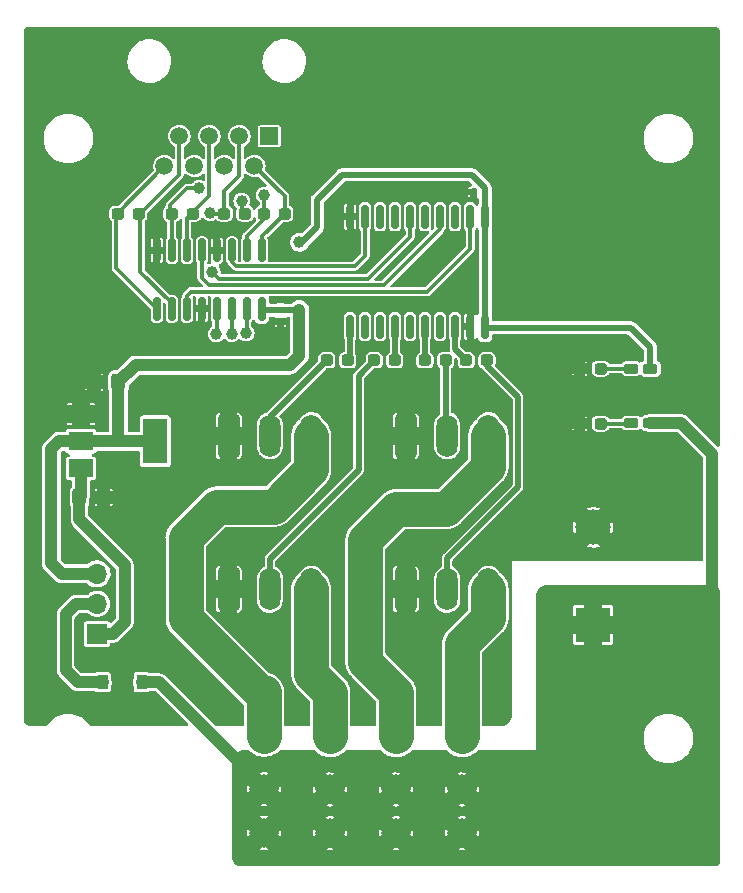
<source format=gbr>
%TF.GenerationSoftware,KiCad,Pcbnew,(6.0.9)*%
%TF.CreationDate,2023-01-14T13:15:04-05:00*%
%TF.ProjectId,Receiver_Out,52656365-6976-4657-925f-4f75742e6b69,v1*%
%TF.SameCoordinates,Original*%
%TF.FileFunction,Copper,L1,Top*%
%TF.FilePolarity,Positive*%
%FSLAX46Y46*%
G04 Gerber Fmt 4.6, Leading zero omitted, Abs format (unit mm)*
G04 Created by KiCad (PCBNEW (6.0.9)) date 2023-01-14 13:15:04*
%MOMM*%
%LPD*%
G01*
G04 APERTURE LIST*
G04 Aperture macros list*
%AMRoundRect*
0 Rectangle with rounded corners*
0 $1 Rounding radius*
0 $2 $3 $4 $5 $6 $7 $8 $9 X,Y pos of 4 corners*
0 Add a 4 corners polygon primitive as box body*
4,1,4,$2,$3,$4,$5,$6,$7,$8,$9,$2,$3,0*
0 Add four circle primitives for the rounded corners*
1,1,$1+$1,$2,$3*
1,1,$1+$1,$4,$5*
1,1,$1+$1,$6,$7*
1,1,$1+$1,$8,$9*
0 Add four rect primitives between the rounded corners*
20,1,$1+$1,$2,$3,$4,$5,0*
20,1,$1+$1,$4,$5,$6,$7,0*
20,1,$1+$1,$6,$7,$8,$9,0*
20,1,$1+$1,$8,$9,$2,$3,0*%
G04 Aperture macros list end*
%TA.AperFunction,ComponentPad*%
%ADD10RoundRect,0.250000X-0.650000X-1.550000X0.650000X-1.550000X0.650000X1.550000X-0.650000X1.550000X0*%
%TD*%
%TA.AperFunction,ComponentPad*%
%ADD11O,1.800000X3.600000*%
%TD*%
%TA.AperFunction,ComponentPad*%
%ADD12R,3.000000X3.000000*%
%TD*%
%TA.AperFunction,ComponentPad*%
%ADD13C,3.000000*%
%TD*%
%TA.AperFunction,ComponentPad*%
%ADD14C,2.475000*%
%TD*%
%TA.AperFunction,SMDPad,CuDef*%
%ADD15RoundRect,0.250000X-0.325000X-0.450000X0.325000X-0.450000X0.325000X0.450000X-0.325000X0.450000X0*%
%TD*%
%TA.AperFunction,ComponentPad*%
%ADD16R,1.700000X1.700000*%
%TD*%
%TA.AperFunction,ComponentPad*%
%ADD17O,1.700000X1.700000*%
%TD*%
%TA.AperFunction,SMDPad,CuDef*%
%ADD18RoundRect,0.250000X0.325000X0.450000X-0.325000X0.450000X-0.325000X-0.450000X0.325000X-0.450000X0*%
%TD*%
%TA.AperFunction,SMDPad,CuDef*%
%ADD19RoundRect,0.237500X-0.287500X-0.237500X0.287500X-0.237500X0.287500X0.237500X-0.287500X0.237500X0*%
%TD*%
%TA.AperFunction,SMDPad,CuDef*%
%ADD20RoundRect,0.212500X-0.400000X-0.212500X0.400000X-0.212500X0.400000X0.212500X-0.400000X0.212500X0*%
%TD*%
%TA.AperFunction,ComponentPad*%
%ADD21R,1.500000X1.500000*%
%TD*%
%TA.AperFunction,ComponentPad*%
%ADD22C,1.500000*%
%TD*%
%TA.AperFunction,SMDPad,CuDef*%
%ADD23RoundRect,0.237500X0.287500X0.237500X-0.287500X0.237500X-0.287500X-0.237500X0.287500X-0.237500X0*%
%TD*%
%TA.AperFunction,SMDPad,CuDef*%
%ADD24RoundRect,0.150000X-0.150000X0.825000X-0.150000X-0.825000X0.150000X-0.825000X0.150000X0.825000X0*%
%TD*%
%TA.AperFunction,SMDPad,CuDef*%
%ADD25RoundRect,0.147500X-0.172500X0.147500X-0.172500X-0.147500X0.172500X-0.147500X0.172500X0.147500X0*%
%TD*%
%TA.AperFunction,SMDPad,CuDef*%
%ADD26R,0.900000X1.200000*%
%TD*%
%TA.AperFunction,SMDPad,CuDef*%
%ADD27R,2.000000X1.500000*%
%TD*%
%TA.AperFunction,SMDPad,CuDef*%
%ADD28R,2.000000X3.800000*%
%TD*%
%TA.AperFunction,SMDPad,CuDef*%
%ADD29RoundRect,0.150000X-0.150000X0.875000X-0.150000X-0.875000X0.150000X-0.875000X0.150000X0.875000X0*%
%TD*%
%TA.AperFunction,SMDPad,CuDef*%
%ADD30RoundRect,0.147500X0.147500X0.172500X-0.147500X0.172500X-0.147500X-0.172500X0.147500X-0.172500X0*%
%TD*%
%TA.AperFunction,ViaPad*%
%ADD31C,1.000000*%
%TD*%
%TA.AperFunction,Conductor*%
%ADD32C,1.000000*%
%TD*%
%TA.AperFunction,Conductor*%
%ADD33C,0.500000*%
%TD*%
%TA.AperFunction,Conductor*%
%ADD34C,0.350000*%
%TD*%
%TA.AperFunction,Conductor*%
%ADD35C,2.999999*%
%TD*%
%TA.AperFunction,Conductor*%
%ADD36C,3.000000*%
%TD*%
G04 APERTURE END LIST*
D10*
%TO.P,J2,1,Pin_1*%
%TO.N,GND*%
X-114817200Y3500D03*
D11*
%TO.P,J2,2,Pin_2*%
%TO.N,/Outputs/DOUT2*%
X-111317200Y3500D03*
%TO.P,J2,3,Pin_3*%
%TO.N,/Outputs/VOUT2*%
X-107817200Y3500D03*
%TD*%
D10*
%TO.P,J4,1,Pin_1*%
%TO.N,GND*%
X-99817200Y3500D03*
D11*
%TO.P,J4,2,Pin_2*%
%TO.N,/Outputs/DOUT4*%
X-96317200Y3500D03*
%TO.P,J4,3,Pin_3*%
%TO.N,/Outputs/VOUT4*%
X-92817200Y3500D03*
%TD*%
D10*
%TO.P,J3,1,Pin_1*%
%TO.N,GND*%
X-99817200Y13003500D03*
D11*
%TO.P,J3,2,Pin_2*%
%TO.N,/Outputs/DOUT3*%
X-96317200Y13003500D03*
%TO.P,J3,3,Pin_3*%
%TO.N,/Outputs/VOUT3*%
X-92817200Y13003500D03*
%TD*%
D10*
%TO.P,J1,1,Pin_1*%
%TO.N,GND*%
X-114817200Y13003500D03*
D11*
%TO.P,J1,2,Pin_2*%
%TO.N,/Outputs/DOUT1*%
X-111317200Y13003500D03*
%TO.P,J1,3,Pin_3*%
%TO.N,/Outputs/VOUT1*%
X-107817200Y13003500D03*
%TD*%
D12*
%TO.P,TB1,1,P1*%
%TO.N,VIN1*%
X-83952400Y-3012260D03*
D13*
%TO.P,TB1,2,P2*%
%TO.N,GND*%
X-83952400Y5237660D03*
%TD*%
D14*
%TO.P,F2,1_1,1*%
%TO.N,VIN1*%
X-106220200Y-20650100D03*
%TO.P,F2,1_2,1*%
X-106220200Y-16950100D03*
%TO.P,F2,2_1,2*%
%TO.N,/Outputs/VOUT2*%
X-106220200Y-12450100D03*
%TO.P,F2,2_2,2*%
X-106220200Y-8750100D03*
%TD*%
%TO.P,F4,1_1,1*%
%TO.N,VIN1*%
X-95044200Y-20650100D03*
%TO.P,F4,1_2,1*%
X-95044200Y-16950100D03*
%TO.P,F4,2_1,2*%
%TO.N,/Outputs/VOUT4*%
X-95044200Y-12450100D03*
%TO.P,F4,2_2,2*%
X-95044200Y-8750100D03*
%TD*%
%TO.P,F1,1_1,1*%
%TO.N,VIN1*%
X-111808200Y-20635100D03*
%TO.P,F1,1_2,1*%
X-111808200Y-16935100D03*
%TO.P,F1,2_1,2*%
%TO.N,/Outputs/VOUT1*%
X-111808200Y-12435100D03*
%TO.P,F1,2_2,2*%
X-111808200Y-8735100D03*
%TD*%
%TO.P,F3,1_1,1*%
%TO.N,VIN1*%
X-100632200Y-20650100D03*
%TO.P,F3,1_2,1*%
X-100632200Y-16950100D03*
%TO.P,F3,2_1,2*%
%TO.N,/Outputs/VOUT3*%
X-100632200Y-12450100D03*
%TO.P,F3,2_2,2*%
X-100632200Y-8750100D03*
%TD*%
D15*
%TO.P,C1,1*%
%TO.N,/PWR*%
X-127441200Y7785700D03*
%TO.P,C1,2*%
%TO.N,GND*%
X-125391200Y7785700D03*
%TD*%
D16*
%TO.P,J6,1,Pin_1*%
%TO.N,/PWR*%
X-125966200Y-3764300D03*
D17*
%TO.P,J6,2,Pin_2*%
%TO.N,/VIN*%
X-125966200Y-1224300D03*
%TO.P,J6,3,Pin_3*%
%TO.N,+5V*%
X-125966200Y1315700D03*
%TD*%
D18*
%TO.P,C2,1*%
%TO.N,+5V*%
X-124141200Y17535700D03*
%TO.P,C2,2*%
%TO.N,GND*%
X-126191200Y17535700D03*
%TD*%
D19*
%TO.P,R1,1*%
%TO.N,GND*%
X-85074200Y14033700D03*
%TO.P,R1,2*%
%TO.N,Net-(D2-Pad1)*%
X-83324200Y14033700D03*
%TD*%
D20*
%TO.P,D3,1,K*%
%TO.N,Net-(D3-Pad1)*%
X-80728700Y18690699D03*
%TO.P,D3,2,A*%
%TO.N,+5V*%
X-79103700Y18690699D03*
%TD*%
D19*
%TO.P,R2,1*%
%TO.N,GND*%
X-85074200Y18690699D03*
%TO.P,R2,2*%
%TO.N,Net-(D3-Pad1)*%
X-83324200Y18690699D03*
%TD*%
D20*
%TO.P,D2,1,K*%
%TO.N,Net-(D2-Pad1)*%
X-80728700Y14078700D03*
%TO.P,D2,2,A*%
%TO.N,VIN1*%
X-79103700Y14078700D03*
%TD*%
D21*
%TO.P,J7,1*%
%TO.N,/Diff In/Serial1_P*%
X-111366200Y38367700D03*
D22*
%TO.P,J7,2*%
%TO.N,/Diff In/Serial1_N*%
X-112636200Y35827700D03*
%TO.P,J7,3*%
%TO.N,/Diff In/Serial2_P*%
X-113906200Y38367700D03*
%TO.P,J7,4*%
%TO.N,/Diff In/Serial3_N*%
X-115176200Y35827700D03*
%TO.P,J7,5*%
%TO.N,/Diff In/Serial3_P*%
X-116446200Y38367700D03*
%TO.P,J7,6*%
%TO.N,/Diff In/Serial2_N*%
X-117716200Y35827700D03*
%TO.P,J7,7*%
%TO.N,/Diff In/Serial4_P*%
X-118986200Y38367700D03*
%TO.P,J7,8*%
%TO.N,/Diff In/Serial4_N*%
X-120256200Y35827700D03*
%TD*%
D23*
%TO.P,R3,1*%
%TO.N,/Diff In/Serial3_P*%
X-117868200Y31813700D03*
%TO.P,R3,2*%
%TO.N,/Diff In/Serial3_N*%
X-119618200Y31813700D03*
%TD*%
%TO.P,R4,1*%
%TO.N,/Diff In/Serial1_N*%
X-110066200Y31813700D03*
%TO.P,R4,2*%
%TO.N,/Diff In/Serial1_P*%
X-111816200Y31813700D03*
%TD*%
D19*
%TO.P,R5,1*%
%TO.N,/Diff In/Serial2_P*%
X-115191200Y31813700D03*
%TO.P,R5,2*%
%TO.N,/Diff In/Serial2_N*%
X-113441200Y31813700D03*
%TD*%
%TO.P,R6,1*%
%TO.N,/Diff In/Serial4_N*%
X-124190200Y31813700D03*
%TO.P,R6,2*%
%TO.N,/Diff In/Serial4_P*%
X-122440200Y31813700D03*
%TD*%
D24*
%TO.P,U3,1,INPUT_A-*%
%TO.N,/Diff In/Serial1_N*%
X-112003200Y28700700D03*
%TO.P,U3,2,INPUT_A+*%
%TO.N,/Diff In/Serial1_P*%
X-113273200Y28700700D03*
%TO.P,U3,3,OUT_A*%
%TO.N,OUT17*%
X-114543200Y28700700D03*
%TO.P,U3,4,EN*%
%TO.N,GND*%
X-115813200Y28700700D03*
%TO.P,U3,5,OUT_C*%
%TO.N,OUT19*%
X-117083200Y28700700D03*
%TO.P,U3,6,INPUT_C+*%
%TO.N,/Diff In/Serial3_P*%
X-118353200Y28700700D03*
%TO.P,U3,7,INPUT_C-*%
%TO.N,/Diff In/Serial3_N*%
X-119623200Y28700700D03*
%TO.P,U3,8,GND*%
%TO.N,GND*%
X-120893200Y28700700D03*
%TO.P,U3,9,INPUT_D-*%
%TO.N,/Diff In/Serial4_N*%
X-120893200Y23750700D03*
%TO.P,U3,10,INPUT_D+*%
%TO.N,/Diff In/Serial4_P*%
X-119623200Y23750700D03*
%TO.P,U3,11,OUT_D*%
%TO.N,OUT20*%
X-118353200Y23750700D03*
%TO.P,U3,12,EN_2*%
%TO.N,GND*%
X-117083200Y23750700D03*
%TO.P,U3,13,OUT_B*%
%TO.N,OUT18*%
X-115813200Y23750700D03*
%TO.P,U3,14,INPUT_B+*%
%TO.N,/Diff In/Serial2_P*%
X-114543200Y23750700D03*
%TO.P,U3,15,INPUT_B-*%
%TO.N,/Diff In/Serial2_N*%
X-113273200Y23750700D03*
%TO.P,U3,16,VCC*%
%TO.N,+5V*%
X-112003200Y23750700D03*
%TD*%
D25*
%TO.P,C3,1*%
%TO.N,+5V*%
X-110416200Y23635700D03*
%TO.P,C3,2*%
%TO.N,GND*%
X-110416200Y22665700D03*
%TD*%
D26*
%TO.P,D1,1,K*%
%TO.N,/VIN*%
X-125466200Y-7864300D03*
%TO.P,D1,2,A*%
%TO.N,VIN1*%
X-122166200Y-7864300D03*
%TD*%
D19*
%TO.P,R7,1*%
%TO.N,/Outputs/DOUT1*%
X-106491200Y19385700D03*
%TO.P,R7,2*%
%TO.N,Net-(R7-Pad2)*%
X-104741200Y19385700D03*
%TD*%
%TO.P,R8,1*%
%TO.N,/Outputs/DOUT2*%
X-102491200Y19385700D03*
%TO.P,R8,2*%
%TO.N,Net-(R8-Pad2)*%
X-100741200Y19385700D03*
%TD*%
D23*
%TO.P,R10,1*%
%TO.N,/Outputs/DOUT4*%
X-92941200Y19385700D03*
%TO.P,R10,2*%
%TO.N,Net-(R10-Pad2)*%
X-94691200Y19385700D03*
%TD*%
D27*
%TO.P,U2,1,GND*%
%TO.N,GND*%
X-127316200Y14835700D03*
D28*
%TO.P,U2,2,VO*%
%TO.N,+5V*%
X-121016200Y12535700D03*
D27*
X-127316200Y12535700D03*
%TO.P,U2,3,VI*%
%TO.N,/PWR*%
X-127316200Y10235700D03*
%TD*%
D29*
%TO.P,U1,1,A->B*%
%TO.N,+5V*%
X-93101200Y31535700D03*
%TO.P,U1,2,A0*%
%TO.N,OUT20*%
X-94371200Y31535700D03*
%TO.P,U1,3,A1*%
%TO.N,unconnected-(U1-Pad3)*%
X-95641200Y31535700D03*
%TO.P,U1,4,A2*%
%TO.N,OUT19*%
X-96911200Y31535700D03*
%TO.P,U1,5,A3*%
%TO.N,unconnected-(U1-Pad5)*%
X-98181200Y31535700D03*
%TO.P,U1,6,A4*%
%TO.N,OUT18*%
X-99451200Y31535700D03*
%TO.P,U1,7,A5*%
%TO.N,unconnected-(U1-Pad7)*%
X-100721200Y31535700D03*
%TO.P,U1,8,A6*%
%TO.N,unconnected-(U1-Pad8)*%
X-101991200Y31535700D03*
%TO.P,U1,9,A7*%
%TO.N,OUT17*%
X-103261200Y31535700D03*
%TO.P,U1,10,GND*%
%TO.N,GND*%
X-104531200Y31535700D03*
%TO.P,U1,11,B7*%
%TO.N,Net-(R7-Pad2)*%
X-104531200Y22235700D03*
%TO.P,U1,12,B6*%
%TO.N,unconnected-(U1-Pad12)*%
X-103261200Y22235700D03*
%TO.P,U1,13,B5*%
%TO.N,unconnected-(U1-Pad13)*%
X-101991200Y22235700D03*
%TO.P,U1,14,B4*%
%TO.N,Net-(R8-Pad2)*%
X-100721200Y22235700D03*
%TO.P,U1,15,B3*%
%TO.N,unconnected-(U1-Pad15)*%
X-99451200Y22235700D03*
%TO.P,U1,16,B2*%
%TO.N,Net-(R9-Pad2)*%
X-98181200Y22235700D03*
%TO.P,U1,17,B1*%
%TO.N,unconnected-(U1-Pad17)*%
X-96911200Y22235700D03*
%TO.P,U1,18,B0*%
%TO.N,Net-(R10-Pad2)*%
X-95641200Y22235700D03*
%TO.P,U1,19,CE*%
%TO.N,GND*%
X-94371200Y22235700D03*
%TO.P,U1,20,VCC*%
%TO.N,+5V*%
X-93101200Y22235700D03*
%TD*%
D30*
%TO.P,C4,1*%
%TO.N,+5V*%
X-93096200Y33635700D03*
%TO.P,C4,2*%
%TO.N,GND*%
X-94066200Y33635700D03*
%TD*%
D23*
%TO.P,R9,1*%
%TO.N,/Outputs/DOUT3*%
X-96441200Y19385700D03*
%TO.P,R9,2*%
%TO.N,Net-(R9-Pad2)*%
X-98191200Y19385700D03*
%TD*%
D31*
%TO.N,GND*%
X-115816200Y30485700D03*
X-89016200Y33845700D03*
X-89016200Y28765700D03*
X-83936200Y33845700D03*
X-119496200Y26479700D03*
X-109336200Y-9334300D03*
X-129656200Y33845700D03*
X-99176200Y16065700D03*
X-115686200Y-9080300D03*
X-126216200Y19585700D03*
X-124576200Y23685700D03*
X-117316200Y21585700D03*
X-110416200Y21285700D03*
X-80316200Y8885700D03*
X-85016200Y15485700D03*
X-89016200Y5905700D03*
X-114416200Y44005700D03*
X-96216200Y29285700D03*
X-114416200Y16065700D03*
X-91556200Y-9334300D03*
X-83816200Y23885700D03*
X-104256200Y44005700D03*
X-129656200Y23685700D03*
X-78856200Y10985700D03*
X-130926200Y-444300D03*
X-125316200Y5885700D03*
X-129656200Y28765700D03*
X-129416200Y14785700D03*
X-121782200Y-190300D03*
X-124576200Y44005700D03*
X-106796200Y16065700D03*
X-94416200Y25485700D03*
X-89016200Y18605700D03*
X-87216200Y3685700D03*
X-122036200Y16065700D03*
X-107066200Y23885700D03*
X-97906200Y-9334300D03*
X-83936200Y38925700D03*
X-83936200Y44005700D03*
X-107316200Y21635700D03*
X-104816200Y29085700D03*
X-121020200Y30543700D03*
X-94096200Y44005700D03*
X-89016200Y13525700D03*
X-85216200Y17285700D03*
X-116956200Y44005700D03*
X-78856200Y28765700D03*
X-131180200Y-8572300D03*
X-89016200Y38925700D03*
X-119242200Y7683700D03*
X-102016200Y29085700D03*
X-78856200Y23685700D03*
X-82816200Y8885700D03*
X-83936200Y28765700D03*
X-111716200Y21285700D03*
X-94416200Y24085700D03*
X-123416200Y7785700D03*
X-95416200Y33685700D03*
X-86984200Y18605700D03*
X-129656200Y44005700D03*
X-89016200Y23885700D03*
X-86516200Y13985700D03*
X-78856200Y33845700D03*
X-106796200Y3365700D03*
X-99176200Y44005700D03*
X-104616200Y33485700D03*
X-103494200Y-9334300D03*
X-89016200Y44005700D03*
X-96816200Y33685700D03*
X-118226200Y-6540300D03*
X-121020200Y-10604300D03*
X-79016200Y3685700D03*
X-94096200Y38925700D03*
X-78856200Y5905700D03*
X-98816200Y26485700D03*
X-101716200Y16065700D03*
X-124576200Y38925700D03*
X-99176200Y38925700D03*
X-125016200Y10185700D03*
X-124576200Y33845700D03*
X-129416200Y17585700D03*
X-78856200Y44005700D03*
X-105816200Y31685700D03*
X-110216200Y28685700D03*
X-85316200Y8885700D03*
X-104256200Y38925700D03*
X-99176200Y-4254300D03*
X-87816200Y8885700D03*
X-128016200Y17585700D03*
X-85116200Y12485700D03*
X-85206200Y20085700D03*
%TO.N,+5V*%
X-108816200Y23685700D03*
X-108816200Y29385700D03*
%TO.N,VIN1*%
X-82816200Y-16114300D03*
X-82816200Y-11114300D03*
X-82816200Y-6114300D03*
X-87816200Y-21114300D03*
X-80316200Y-1114300D03*
X-85316200Y-6114300D03*
X-92816200Y-21114300D03*
X-77816200Y-1114300D03*
X-87816200Y-16114300D03*
X-87816200Y-11114300D03*
X-87816200Y-3614300D03*
X-77816200Y-16114300D03*
X-77816200Y-21114300D03*
X-77816200Y-6114300D03*
X-87816200Y-6114300D03*
X-82816200Y-21114300D03*
X-80316200Y-6114300D03*
X-92816200Y-16114300D03*
X-87816200Y-1114300D03*
X-80316200Y-3614300D03*
%TO.N,OUT18*%
X-116191190Y26885700D03*
X-115842639Y21629933D03*
%TO.N,/Diff In/Serial2_N*%
X-113710241Y32885686D03*
X-113316200Y21685700D03*
%TO.N,/Diff In/Serial3_N*%
X-117321210Y33958710D03*
%TO.N,/Diff In/Serial2_P*%
X-116416200Y31885704D03*
X-114566200Y21635700D03*
%TO.N,/Diff In/Serial1_P*%
X-111816200Y33385700D03*
%TD*%
D32*
%TO.N,+5V*%
X-129166200Y12535700D02*
X-127316200Y12535700D01*
D33*
X-93001200Y22135700D02*
X-93101200Y22235700D01*
D32*
X-124141200Y12560700D02*
X-124166200Y12535700D01*
D33*
X-93101200Y33630700D02*
X-93096200Y33635700D01*
D32*
X-109616200Y18985700D02*
X-108816200Y19785700D01*
D33*
X-107316200Y30635700D02*
X-108566200Y29385700D01*
X-93096200Y33972130D02*
X-94209770Y35085700D01*
D32*
X-125966200Y1315700D02*
X-128946200Y1315700D01*
D33*
X-111888200Y23635700D02*
X-112003200Y23750700D01*
D32*
X-122691200Y18985700D02*
X-109616200Y18985700D01*
D33*
X-110416200Y23635700D02*
X-108866200Y23635700D01*
X-79103700Y20473200D02*
X-80766200Y22135700D01*
D32*
X-124141200Y17535700D02*
X-122691200Y18985700D01*
X-129816200Y11885700D02*
X-129166200Y12535700D01*
X-108816200Y19785700D02*
X-108816200Y23685700D01*
D33*
X-93101200Y22235700D02*
X-93101200Y31535700D01*
X-107316200Y32985700D02*
X-107316200Y30635700D01*
X-80766200Y22135700D02*
X-93001200Y22135700D01*
X-94209770Y35085700D02*
X-105216200Y35085700D01*
X-108566200Y29385700D02*
X-108816200Y29385700D01*
X-93096200Y33635700D02*
X-93096200Y33972130D01*
X-93101200Y31535700D02*
X-93101200Y33630700D01*
X-79103700Y18690699D02*
X-79103700Y20473200D01*
D32*
X-129816200Y2185700D02*
X-129816200Y11885700D01*
X-128946200Y1315700D02*
X-129816200Y2185700D01*
X-121016200Y12535700D02*
X-127316200Y12535700D01*
D33*
X-108866200Y23635700D02*
X-108816200Y23685700D01*
D32*
X-124141200Y17535700D02*
X-124141200Y12560700D01*
X-124166200Y12535700D02*
X-127316200Y12535700D01*
D33*
X-110416200Y23635700D02*
X-111888200Y23635700D01*
X-105216200Y35085700D02*
X-107316200Y32985700D01*
D32*
%TO.N,VIN1*%
X-76491200Y14078700D02*
X-73866210Y11453710D01*
X-79103700Y14078700D02*
X-76491200Y14078700D01*
X-111808200Y-16772300D02*
X-111808200Y-16935100D01*
X-122166200Y-7864300D02*
X-120716200Y-7864300D01*
X-73866210Y11453710D02*
X-73866210Y-1114300D01*
X-73866210Y-1114300D02*
X-77816200Y-1114300D01*
X-120716200Y-7864300D02*
X-111808200Y-16772300D01*
D34*
%TO.N,OUT20*%
X-118001190Y25200710D02*
X-98001190Y25200710D01*
X-118353200Y23750700D02*
X-118353200Y24848700D01*
X-118353200Y24848700D02*
X-118001190Y25200710D01*
X-98001190Y25200710D02*
X-94371200Y28830700D01*
X-94371200Y30510700D02*
X-94371200Y31535700D01*
X-94371200Y28830700D02*
X-94371200Y30510700D01*
%TO.N,OUT19*%
X-101671179Y25750721D02*
X-96911200Y30510700D01*
X-117083200Y28700700D02*
X-117083200Y26357696D01*
X-96911200Y30510700D02*
X-96911200Y31535700D01*
X-116476225Y25750721D02*
X-101671179Y25750721D01*
X-117083200Y26357696D02*
X-116476225Y25750721D01*
%TO.N,OUT18*%
X-115813200Y23750700D02*
X-115813200Y21659372D01*
X-115606222Y26300732D02*
X-116191190Y26885700D01*
X-99451200Y29850700D02*
X-103001168Y26300732D01*
X-99451200Y31535700D02*
X-99451200Y29850700D01*
X-115813200Y21659372D02*
X-115842639Y21629933D01*
X-103001168Y26300732D02*
X-115606222Y26300732D01*
%TO.N,OUT17*%
X-103261200Y30510700D02*
X-103261200Y31535700D01*
X-114543200Y28700700D02*
X-114543200Y27725700D01*
X-114168190Y27350690D02*
X-104151210Y27350690D01*
X-103261200Y28240700D02*
X-103261200Y30510700D01*
X-104151210Y27350690D02*
X-103261200Y28240700D01*
X-114543200Y27725700D02*
X-114168190Y27350690D01*
%TO.N,Net-(D3-Pad1)*%
X-83324200Y18690699D02*
X-80728700Y18690699D01*
%TO.N,Net-(D2-Pad1)*%
X-80773700Y14033700D02*
X-80728700Y14078700D01*
X-83411700Y14033700D02*
X-80773700Y14033700D01*
D35*
%TO.N,/Outputs/VOUT1*%
X-115817200Y7003500D02*
X-118457200Y4363500D01*
D36*
X-110968200Y7003500D02*
X-107817200Y10154500D01*
X-107817200Y10154500D02*
X-107817200Y13003500D01*
X-115817200Y7003500D02*
X-110968200Y7003500D01*
X-111808200Y-12435100D02*
X-111808200Y-8735100D01*
X-118457200Y4363500D02*
X-118457200Y-2473300D01*
X-118457200Y-2473300D02*
X-112195400Y-8735100D01*
X-112195400Y-8735100D02*
X-111808200Y-8735100D01*
%TO.N,/Outputs/VOUT2*%
X-106220200Y-12450100D02*
X-106220200Y-8750100D01*
X-106220200Y-8750100D02*
X-107817200Y-7153100D01*
X-107817200Y-7153100D02*
X-107817200Y3500D01*
%TO.N,/Outputs/VOUT3*%
X-103232200Y-6150100D02*
X-103232200Y4162300D01*
X-100632200Y-8750100D02*
X-103232200Y-6150100D01*
X-100604600Y6789900D02*
X-96404600Y6789900D01*
X-92817200Y10377300D02*
X-92817200Y13003500D01*
X-96404600Y6789900D02*
X-92817200Y10377300D01*
X-100632200Y-12450100D02*
X-100632200Y-8750100D01*
X-103232200Y4162300D02*
X-100604600Y6789900D01*
%TO.N,/Outputs/VOUT4*%
X-95044200Y-4650100D02*
X-95044200Y-8750100D01*
X-95044200Y-8750100D02*
X-95044200Y-12450100D01*
X-92817200Y-2423100D02*
X-95044200Y-4650100D01*
X-92817200Y3500D02*
X-92817200Y-2423100D01*
D33*
%TO.N,/Outputs/DOUT1*%
X-106491200Y19385700D02*
X-106516200Y19385700D01*
X-106516200Y19385700D02*
X-111317200Y14584700D01*
X-111317200Y14584700D02*
X-111317200Y13003500D01*
%TO.N,/Outputs/DOUT2*%
X-111317200Y2584700D02*
X-111317200Y3500D01*
X-102491200Y19385700D02*
X-103816200Y18060700D01*
X-103816200Y10085700D02*
X-111317200Y2584700D01*
X-103816200Y18060700D02*
X-103816200Y10085700D01*
%TO.N,/Outputs/DOUT3*%
X-96441200Y13127500D02*
X-96317200Y13003500D01*
X-96441200Y19385700D02*
X-96441200Y13127500D01*
X-96416200Y13102500D02*
X-96317200Y13003500D01*
%TO.N,/Outputs/DOUT4*%
X-90316200Y16285700D02*
X-90316200Y8635700D01*
X-92941200Y19385700D02*
X-92941200Y18910700D01*
X-90316200Y8635700D02*
X-96317200Y2634700D01*
X-92941200Y18910700D02*
X-90316200Y16285700D01*
X-96317200Y2634700D02*
X-96317200Y3500D01*
D32*
%TO.N,/PWR*%
X-124594200Y-3764300D02*
X-123616200Y-2786300D01*
X-123616200Y2085700D02*
X-127441200Y5910700D01*
X-127316200Y10235700D02*
X-127316200Y7910700D01*
X-127441200Y5910700D02*
X-127441200Y7785700D01*
D33*
X-127316200Y7910700D02*
X-127441200Y7785700D01*
D32*
X-125966200Y-3764300D02*
X-124594200Y-3764300D01*
X-123616200Y-2786300D02*
X-123616200Y2085700D01*
D34*
%TO.N,/Diff In/Serial4_N*%
X-120256200Y35827700D02*
X-124270200Y31813700D01*
X-124340200Y27197700D02*
X-120893200Y23750700D01*
X-124340200Y31813700D02*
X-124340200Y27197700D01*
X-124270200Y31813700D02*
X-124340200Y31813700D01*
%TO.N,/Diff In/Serial4_P*%
X-118986200Y35117700D02*
X-122290200Y31813700D01*
X-119623200Y23750700D02*
X-119623200Y24198178D01*
X-122290200Y26865178D02*
X-122290200Y31813700D01*
X-118986200Y38367700D02*
X-118986200Y35117700D01*
X-119623200Y24198178D02*
X-122290200Y26865178D01*
%TO.N,/Diff In/Serial2_N*%
X-113273200Y23750700D02*
X-113273200Y21728700D01*
X-113710241Y32082741D02*
X-113710241Y32885686D01*
X-113273200Y21728700D02*
X-113316200Y21685700D01*
X-113441200Y31813700D02*
X-113710241Y32082741D01*
%TO.N,/Diff In/Serial3_P*%
X-116446200Y33300704D02*
X-118353200Y31393704D01*
X-118353200Y31393704D02*
X-118353200Y29675700D01*
X-116446200Y38367700D02*
X-116446200Y33300704D01*
X-118353200Y29675700D02*
X-118353200Y28700700D01*
%TO.N,/Diff In/Serial3_N*%
X-119768200Y31813700D02*
X-119768200Y32513700D01*
X-119768200Y32513700D02*
X-118323190Y33958710D01*
X-118323190Y33958710D02*
X-117321210Y33958710D01*
X-119623200Y31668700D02*
X-119768200Y31813700D01*
X-119623200Y28700700D02*
X-119623200Y31668700D01*
%TO.N,/Diff In/Serial2_P*%
X-113906200Y38367700D02*
X-113906200Y34995700D01*
X-114543200Y21658700D02*
X-114566200Y21635700D01*
X-113906200Y34995700D02*
X-115191200Y33710700D01*
X-115191200Y33710700D02*
X-115191200Y31813700D01*
X-116344196Y31813700D02*
X-116416200Y31885704D01*
X-114543200Y23750700D02*
X-114543200Y21658700D01*
X-115191200Y31813700D02*
X-116344196Y31813700D01*
%TO.N,/Diff In/Serial1_N*%
X-112636200Y35827700D02*
X-110066200Y33257700D01*
X-112003200Y29876700D02*
X-110066200Y31813700D01*
X-110066200Y33257700D02*
X-110066200Y31813700D01*
X-112003200Y28700700D02*
X-112003200Y29876700D01*
%TO.N,/Diff In/Serial1_P*%
X-111816200Y31813700D02*
X-111816200Y33385700D01*
X-111816200Y31338700D02*
X-111816200Y31813700D01*
X-113273200Y28700700D02*
X-113273200Y29881700D01*
X-113273200Y29881700D02*
X-111816200Y31338700D01*
D33*
%TO.N,Net-(R7-Pad2)*%
X-104531200Y19595700D02*
X-104741200Y19385700D01*
X-104531200Y22235700D02*
X-104531200Y19595700D01*
%TO.N,Net-(R8-Pad2)*%
X-100721200Y19405700D02*
X-100741200Y19385700D01*
X-100721200Y22235700D02*
X-100721200Y19405700D01*
%TO.N,Net-(R9-Pad2)*%
X-98191200Y22225700D02*
X-98181200Y22235700D01*
X-98191200Y19385700D02*
X-98191200Y22225700D01*
%TO.N,Net-(R10-Pad2)*%
X-95641200Y22235700D02*
X-95641200Y20335700D01*
X-95641200Y20335700D02*
X-94691200Y19385700D01*
D32*
%TO.N,/VIN*%
X-127566200Y-7864300D02*
X-128616200Y-6814300D01*
X-128616200Y-6814300D02*
X-128616200Y-2114300D01*
X-127726200Y-1224300D02*
X-125966200Y-1224300D01*
X-128616200Y-2114300D02*
X-127726200Y-1224300D01*
X-125466200Y-7864300D02*
X-127566200Y-7864300D01*
%TD*%
%TA.AperFunction,Conductor*%
%TO.N,GND*%
G36*
X-73423637Y47565198D02*
G01*
X-73411824Y47556599D01*
X-73343686Y47500679D01*
X-73326221Y47483214D01*
X-73270301Y47415076D01*
X-73242547Y47349729D01*
X-73241700Y47335142D01*
X-73241700Y12194757D01*
X-73261702Y12126636D01*
X-73315358Y12080143D01*
X-73385632Y12070039D01*
X-73450212Y12099533D01*
X-73456795Y12105662D01*
X-75913522Y14562389D01*
X-75925909Y14576802D01*
X-75934241Y14588125D01*
X-75934245Y14588129D01*
X-75938583Y14594024D01*
X-75978400Y14627851D01*
X-75985904Y14634771D01*
X-75991503Y14640370D01*
X-76013551Y14657814D01*
X-76016927Y14660583D01*
X-76066375Y14702592D01*
X-76066378Y14702594D01*
X-76071955Y14707332D01*
X-76078474Y14710660D01*
X-76083384Y14713935D01*
X-76088404Y14717036D01*
X-76094149Y14721581D01*
X-76159549Y14752147D01*
X-76163495Y14754075D01*
X-76170328Y14757564D01*
X-76227816Y14786919D01*
X-76234925Y14788658D01*
X-76240460Y14790717D01*
X-76246068Y14792583D01*
X-76252693Y14795679D01*
X-76259853Y14797168D01*
X-76259855Y14797169D01*
X-76323393Y14810385D01*
X-76327682Y14811356D01*
X-76344297Y14815421D01*
X-76397806Y14828515D01*
X-76403406Y14828862D01*
X-76403410Y14828863D01*
X-76408848Y14829200D01*
X-76408846Y14829232D01*
X-76412976Y14829479D01*
X-76416856Y14829825D01*
X-76424031Y14831318D01*
X-76431352Y14831120D01*
X-76431353Y14831120D01*
X-76500600Y14829246D01*
X-76504008Y14829200D01*
X-79147522Y14829200D01*
X-79239069Y14818527D01*
X-79270256Y14814891D01*
X-79270258Y14814891D01*
X-79277528Y14814043D01*
X-79284405Y14811547D01*
X-79284408Y14811546D01*
X-79421562Y14761761D01*
X-79464553Y14754200D01*
X-79559026Y14754200D01*
X-79578286Y14752379D01*
X-79583791Y14751859D01*
X-79583792Y14751859D01*
X-79591438Y14751136D01*
X-79598686Y14748591D01*
X-79598685Y14748591D01*
X-79713910Y14708128D01*
X-79713913Y14708127D01*
X-79722799Y14705006D01*
X-79834789Y14622289D01*
X-79850188Y14601440D01*
X-79906748Y14558529D01*
X-79977529Y14553009D01*
X-80040634Y14587204D01*
X-80082919Y14629489D01*
X-80199485Y14688882D01*
X-80296197Y14704200D01*
X-80728656Y14704200D01*
X-81161202Y14704199D01*
X-81188023Y14699951D01*
X-81248123Y14690433D01*
X-81248124Y14690433D01*
X-81257915Y14688882D01*
X-81374481Y14629489D01*
X-81466989Y14536981D01*
X-81479530Y14512367D01*
X-81497043Y14477997D01*
X-81545792Y14426382D01*
X-81609310Y14409200D01*
X-82534289Y14409200D01*
X-82602410Y14429202D01*
X-82643723Y14474151D01*
X-82645239Y14478468D01*
X-82723489Y14584411D01*
X-82750422Y14604304D01*
X-82821855Y14657065D01*
X-82821857Y14657066D01*
X-82829432Y14662661D01*
X-82838319Y14665782D01*
X-82838321Y14665783D01*
X-82946452Y14703756D01*
X-82946454Y14703757D01*
X-82953700Y14706301D01*
X-82961344Y14707024D01*
X-82961346Y14707024D01*
X-82969321Y14707778D01*
X-82984367Y14709200D01*
X-83324028Y14709200D01*
X-83664032Y14709199D01*
X-83666982Y14708920D01*
X-83666987Y14708920D01*
X-83687050Y14707024D01*
X-83687051Y14707024D01*
X-83694700Y14706301D01*
X-83701948Y14703756D01*
X-83701951Y14703755D01*
X-83810079Y14665783D01*
X-83810081Y14665782D01*
X-83818968Y14662661D01*
X-83826543Y14657066D01*
X-83826545Y14657065D01*
X-83897978Y14604304D01*
X-83924911Y14584411D01*
X-83930503Y14576840D01*
X-83982422Y14506546D01*
X-84003161Y14478468D01*
X-84006282Y14469581D01*
X-84006283Y14469579D01*
X-84040914Y14370965D01*
X-84046801Y14354200D01*
X-84049700Y14323533D01*
X-84049699Y13743868D01*
X-84046801Y13713200D01*
X-84044256Y13705952D01*
X-84044255Y13705949D01*
X-84008530Y13604222D01*
X-84003161Y13588932D01*
X-83997566Y13581357D01*
X-83997565Y13581355D01*
X-83970825Y13545152D01*
X-83924911Y13482989D01*
X-83917340Y13477397D01*
X-83826545Y13410335D01*
X-83826543Y13410334D01*
X-83818968Y13404739D01*
X-83810081Y13401618D01*
X-83810079Y13401617D01*
X-83701948Y13363644D01*
X-83701946Y13363643D01*
X-83694700Y13361099D01*
X-83687056Y13360376D01*
X-83687054Y13360376D01*
X-83679079Y13359622D01*
X-83664033Y13358200D01*
X-83324372Y13358200D01*
X-82984368Y13358201D01*
X-82981418Y13358480D01*
X-82981413Y13358480D01*
X-82961350Y13360376D01*
X-82961349Y13360376D01*
X-82953700Y13361099D01*
X-82946452Y13363644D01*
X-82946449Y13363645D01*
X-82838321Y13401617D01*
X-82838319Y13401618D01*
X-82829432Y13404739D01*
X-82821857Y13410334D01*
X-82821855Y13410335D01*
X-82731060Y13477397D01*
X-82723489Y13482989D01*
X-82645239Y13588932D01*
X-82643788Y13593063D01*
X-82596089Y13642003D01*
X-82534289Y13658200D01*
X-81556720Y13658200D01*
X-81488599Y13638198D01*
X-81468345Y13619063D01*
X-81466989Y13620419D01*
X-81374481Y13527911D01*
X-81257915Y13468518D01*
X-81161203Y13453200D01*
X-80728744Y13453200D01*
X-80296198Y13453201D01*
X-80239377Y13462200D01*
X-80209277Y13466967D01*
X-80209276Y13466967D01*
X-80199485Y13468518D01*
X-80082919Y13527911D01*
X-80040634Y13570196D01*
X-79978322Y13604222D01*
X-79907507Y13599157D01*
X-79850188Y13555960D01*
X-79834789Y13535111D01*
X-79722799Y13452394D01*
X-79713913Y13449273D01*
X-79713910Y13449272D01*
X-79620418Y13416441D01*
X-79591438Y13406264D01*
X-79583792Y13405541D01*
X-79583791Y13405541D01*
X-79578286Y13405021D01*
X-79559026Y13403200D01*
X-79461469Y13403200D01*
X-79404168Y13389417D01*
X-79367084Y13370481D01*
X-79359979Y13368742D01*
X-79359975Y13368741D01*
X-79278842Y13348889D01*
X-79197094Y13328885D01*
X-79191494Y13328538D01*
X-79191490Y13328537D01*
X-79187991Y13328320D01*
X-79187982Y13328320D01*
X-79186052Y13328200D01*
X-76854257Y13328200D01*
X-76786136Y13308198D01*
X-76765162Y13291295D01*
X-74653615Y11179748D01*
X-74619589Y11117436D01*
X-74616710Y11090653D01*
X-74616710Y2511700D01*
X-74636712Y2443579D01*
X-74690368Y2397086D01*
X-74742710Y2385700D01*
X-90816200Y2385700D01*
X-90816200Y-10608113D01*
X-90816807Y-10620463D01*
X-90825767Y-10711439D01*
X-90834198Y-10797037D01*
X-90839015Y-10821257D01*
X-90888718Y-10985109D01*
X-90898171Y-11007929D01*
X-90978881Y-11158928D01*
X-90992599Y-11179458D01*
X-91101226Y-11311821D01*
X-91118679Y-11329274D01*
X-91251042Y-11437901D01*
X-91271569Y-11451617D01*
X-91340198Y-11488300D01*
X-91422571Y-11532329D01*
X-91445390Y-11541782D01*
X-91609243Y-11591485D01*
X-91633460Y-11596301D01*
X-91810037Y-11613693D01*
X-91822387Y-11614300D01*
X-93217700Y-11614300D01*
X-93285821Y-11594298D01*
X-93332314Y-11540642D01*
X-93343700Y-11488300D01*
X-93343700Y-5406660D01*
X-93323698Y-5338539D01*
X-93306795Y-5317565D01*
X-91640829Y-3651599D01*
X-91582012Y-3593089D01*
X-91526142Y-3537511D01*
X-91523301Y-3533665D01*
X-91523297Y-3533660D01*
X-91489071Y-3487322D01*
X-91483317Y-3480102D01*
X-91445804Y-3436411D01*
X-91442686Y-3432780D01*
X-91412203Y-3383902D01*
X-91406654Y-3375737D01*
X-91375271Y-3333249D01*
X-91375268Y-3333245D01*
X-91372430Y-3329402D01*
X-91343376Y-3274180D01*
X-91338791Y-3266191D01*
X-91308309Y-3217315D01*
X-91308308Y-3217312D01*
X-91305776Y-3213253D01*
X-91283035Y-3160322D01*
X-91278788Y-3151418D01*
X-91251966Y-3100437D01*
X-91234440Y-3049684D01*
X-91231610Y-3041487D01*
X-91228279Y-3032876D01*
X-91205538Y-2979946D01*
X-91205534Y-2979933D01*
X-91203647Y-2975542D01*
X-91198079Y-2954091D01*
X-91189178Y-2919793D01*
X-91186318Y-2910320D01*
X-91169085Y-2860415D01*
X-91169084Y-2860412D01*
X-91167521Y-2855885D01*
X-91156310Y-2794502D01*
X-91154319Y-2785489D01*
X-91139855Y-2729757D01*
X-91138651Y-2725118D01*
X-91134563Y-2685228D01*
X-91132780Y-2667825D01*
X-91131386Y-2658033D01*
X-91121765Y-2605348D01*
X-91121039Y-2601374D01*
X-91116700Y-2518581D01*
X-91116700Y-2516909D01*
X-91116657Y-2515276D01*
X-91116595Y-2515278D01*
X-91116044Y-2504481D01*
X-91112768Y-2472505D01*
X-91112280Y-2467745D01*
X-91116544Y-2382092D01*
X-91116700Y-2375828D01*
X-91116700Y69282D01*
X-91127923Y216822D01*
X-91130957Y256709D01*
X-91130958Y256714D01*
X-91131320Y261476D01*
X-91139787Y298008D01*
X-91188658Y508851D01*
X-91189739Y513515D01*
X-91285610Y753818D01*
X-91416727Y976854D01*
X-91439075Y1004305D01*
X-91577049Y1173779D01*
X-91580071Y1177491D01*
X-91771885Y1351113D01*
X-91801935Y1370965D01*
X-91844499Y1418403D01*
X-91884159Y1495408D01*
X-91884161Y1495411D01*
X-91886905Y1500739D01*
X-91968259Y1604308D01*
X-92012918Y1661162D01*
X-92012922Y1661167D01*
X-92016624Y1665879D01*
X-92090250Y1729769D01*
X-92170698Y1799579D01*
X-92170703Y1799583D01*
X-92175229Y1803510D01*
X-92356999Y1908666D01*
X-92501388Y1958806D01*
X-92549709Y1975586D01*
X-92549711Y1975586D01*
X-92555374Y1977553D01*
X-92561309Y1978414D01*
X-92561311Y1978414D01*
X-92757256Y2006825D01*
X-92757259Y2006825D01*
X-92763196Y2007686D01*
X-92972967Y1997977D01*
X-93094588Y1968666D01*
X-93171285Y1950182D01*
X-93171287Y1950181D01*
X-93177118Y1948776D01*
X-93182576Y1946294D01*
X-93182580Y1946293D01*
X-93298930Y1893392D01*
X-93368281Y1861860D01*
X-93539560Y1740363D01*
X-93684775Y1588669D01*
X-93688026Y1583634D01*
X-93738506Y1505454D01*
X-93798685Y1412254D01*
X-93800665Y1407341D01*
X-93838015Y1363802D01*
X-93855384Y1351113D01*
X-93924836Y1300375D01*
X-94108258Y1117911D01*
X-94111099Y1114065D01*
X-94111103Y1114060D01*
X-94230081Y952976D01*
X-94261970Y909802D01*
X-94264196Y905572D01*
X-94264198Y905568D01*
X-94343325Y755171D01*
X-94382434Y680837D01*
X-94466879Y436285D01*
X-94513361Y181774D01*
X-94517700Y98981D01*
X-94517700Y-1666539D01*
X-94537702Y-1734660D01*
X-94554605Y-1755634D01*
X-96220577Y-3421607D01*
X-96335258Y-3535689D01*
X-96338100Y-3539537D01*
X-96338101Y-3539538D01*
X-96372319Y-3585866D01*
X-96378075Y-3593089D01*
X-96414394Y-3635388D01*
X-96418714Y-3640419D01*
X-96421239Y-3644468D01*
X-96421248Y-3644480D01*
X-96449197Y-3689296D01*
X-96454748Y-3697466D01*
X-96488970Y-3743798D01*
X-96491196Y-3748029D01*
X-96491201Y-3748037D01*
X-96518013Y-3799000D01*
X-96522600Y-3806994D01*
X-96555624Y-3859946D01*
X-96557514Y-3864344D01*
X-96557514Y-3864345D01*
X-96578363Y-3912873D01*
X-96582623Y-3921804D01*
X-96609434Y-3972763D01*
X-96610993Y-3977279D01*
X-96610996Y-3977285D01*
X-96629788Y-4031708D01*
X-96633119Y-4040320D01*
X-96657753Y-4097657D01*
X-96658956Y-4102292D01*
X-96658957Y-4102295D01*
X-96672223Y-4153410D01*
X-96675083Y-4162882D01*
X-96693879Y-4217315D01*
X-96694738Y-4222021D01*
X-96694739Y-4222023D01*
X-96705088Y-4278688D01*
X-96707079Y-4287703D01*
X-96720305Y-4338664D01*
X-96722749Y-4348081D01*
X-96723277Y-4353240D01*
X-96728618Y-4405366D01*
X-96730012Y-4415160D01*
X-96740361Y-4471826D01*
X-96744700Y-4554619D01*
X-96744700Y-4556291D01*
X-96744743Y-4557924D01*
X-96744804Y-4557922D01*
X-96745356Y-4568726D01*
X-96749119Y-4605455D01*
X-96748881Y-4610236D01*
X-96748881Y-4610237D01*
X-96744856Y-4691093D01*
X-96744700Y-4697357D01*
X-96744700Y-11488300D01*
X-96764702Y-11556421D01*
X-96818358Y-11602914D01*
X-96870700Y-11614300D01*
X-98805700Y-11614300D01*
X-98873821Y-11594298D01*
X-98920314Y-11540642D01*
X-98931700Y-11488300D01*
X-98931700Y-8786844D01*
X-98931277Y-8625192D01*
X-98932832Y-8614846D01*
X-98940550Y-8563506D01*
X-98941587Y-8554334D01*
X-98944546Y-8515441D01*
X-98946320Y-8492124D01*
X-98959327Y-8436009D01*
X-98961180Y-8426294D01*
X-98969741Y-8369345D01*
X-98988243Y-8309761D01*
X-98990653Y-8300859D01*
X-98991210Y-8298453D01*
X-99004739Y-8240085D01*
X-99026085Y-8186581D01*
X-99029386Y-8177260D01*
X-99031294Y-8171113D01*
X-99039974Y-8143160D01*
X-99045043Y-8126834D01*
X-99045045Y-8126830D01*
X-99046463Y-8122262D01*
X-99073756Y-8066178D01*
X-99077490Y-8057733D01*
X-99098836Y-8004227D01*
X-99098839Y-8004220D01*
X-99100610Y-7999782D01*
X-99129807Y-7950117D01*
X-99134474Y-7941414D01*
X-99152115Y-7905162D01*
X-99159676Y-7889626D01*
X-99195141Y-7838312D01*
X-99200107Y-7830532D01*
X-99229297Y-7780878D01*
X-99229303Y-7780870D01*
X-99231727Y-7776746D01*
X-99268086Y-7732086D01*
X-99274025Y-7724176D01*
X-99304474Y-7680119D01*
X-99304479Y-7680113D01*
X-99306774Y-7676792D01*
X-99362250Y-7615180D01*
X-99363424Y-7614006D01*
X-99364541Y-7612829D01*
X-99364497Y-7612787D01*
X-99371755Y-7604747D01*
X-99392042Y-7579828D01*
X-99392051Y-7579819D01*
X-99395071Y-7576109D01*
X-99458651Y-7518559D01*
X-99463190Y-7514240D01*
X-101494795Y-5482635D01*
X-101528821Y-5420323D01*
X-101531700Y-5393540D01*
X-101531700Y-1597304D01*
X-100917199Y-1597304D01*
X-100916920Y-1603225D01*
X-100914944Y-1624131D01*
X-100911679Y-1639016D01*
X-100872506Y-1750564D01*
X-100863794Y-1767020D01*
X-100794584Y-1860721D01*
X-100781421Y-1873884D01*
X-100687720Y-1943094D01*
X-100671264Y-1951806D01*
X-100584292Y-1982349D01*
X-100570210Y-1983083D01*
X-100567200Y-1977309D01*
X-100567200Y-1970236D01*
X-99067200Y-1970236D01*
X-99063227Y-1983767D01*
X-99056784Y-1984693D01*
X-98963136Y-1951806D01*
X-98946680Y-1943094D01*
X-98852979Y-1873884D01*
X-98839816Y-1860721D01*
X-98770606Y-1767020D01*
X-98761894Y-1750564D01*
X-98722723Y-1639021D01*
X-98719455Y-1624127D01*
X-98717479Y-1603219D01*
X-98717200Y-1597308D01*
X-98717200Y-948969D01*
X-97417700Y-948969D01*
X-97402761Y-1105546D01*
X-97401072Y-1111302D01*
X-97401072Y-1111304D01*
X-97388205Y-1155162D01*
X-97343647Y-1307049D01*
X-97340903Y-1312376D01*
X-97256329Y-1476586D01*
X-97247495Y-1493739D01*
X-97243791Y-1498454D01*
X-97121482Y-1654162D01*
X-97121478Y-1654167D01*
X-97117776Y-1658879D01*
X-97113246Y-1662810D01*
X-97113245Y-1662811D01*
X-96963702Y-1792579D01*
X-96963697Y-1792583D01*
X-96959171Y-1796510D01*
X-96777401Y-1901666D01*
X-96669673Y-1939075D01*
X-96584691Y-1968586D01*
X-96584689Y-1968586D01*
X-96579026Y-1970553D01*
X-96573091Y-1971414D01*
X-96573089Y-1971414D01*
X-96377144Y-1999825D01*
X-96377141Y-1999825D01*
X-96371204Y-2000686D01*
X-96161433Y-1990977D01*
X-96029653Y-1959218D01*
X-95963115Y-1943182D01*
X-95963113Y-1943181D01*
X-95957282Y-1941776D01*
X-95951824Y-1939294D01*
X-95951820Y-1939293D01*
X-95812159Y-1875793D01*
X-95766119Y-1854860D01*
X-95594840Y-1733363D01*
X-95449625Y-1581669D01*
X-95417431Y-1531810D01*
X-95338967Y-1410291D01*
X-95338966Y-1410288D01*
X-95335715Y-1405254D01*
X-95306055Y-1331659D01*
X-95259461Y-1216045D01*
X-95259460Y-1216042D01*
X-95257219Y-1210481D01*
X-95256071Y-1204600D01*
X-95256069Y-1204595D01*
X-95217838Y-1008824D01*
X-95217838Y-1008821D01*
X-95216970Y-1004378D01*
X-95216700Y-998857D01*
X-95216700Y955969D01*
X-95231639Y1112546D01*
X-95290753Y1314049D01*
X-95386905Y1500739D01*
X-95468259Y1604308D01*
X-95512918Y1661162D01*
X-95512922Y1661167D01*
X-95516624Y1665879D01*
X-95590250Y1729769D01*
X-95670698Y1799579D01*
X-95670703Y1799583D01*
X-95675229Y1803510D01*
X-95780382Y1864342D01*
X-95803795Y1877887D01*
X-95852744Y1929312D01*
X-95866700Y1986951D01*
X-95866700Y2395907D01*
X-95846698Y2464028D01*
X-95829795Y2485002D01*
X-94685907Y3628890D01*
X-84494890Y3628890D01*
X-84492425Y3625598D01*
X-84491804Y3625267D01*
X-84398043Y3592524D01*
X-84389033Y3590110D01*
X-84149973Y3544722D01*
X-84140718Y3543668D01*
X-83897572Y3534114D01*
X-83888258Y3534440D01*
X-83646384Y3560929D01*
X-83637207Y3562630D01*
X-83417901Y3620368D01*
X-83405827Y3627656D01*
X-83405999Y3629151D01*
X-83408988Y3633588D01*
X-83939588Y4164188D01*
X-83953532Y4171802D01*
X-83955365Y4171671D01*
X-83961980Y4167420D01*
X-84488130Y3641270D01*
X-84494890Y3628890D01*
X-94685907Y3628890D01*
X-93037182Y5277615D01*
X-85656359Y5277615D01*
X-85644684Y5034571D01*
X-85643548Y5025316D01*
X-85596075Y4786658D01*
X-85593587Y4777686D01*
X-85567861Y4706033D01*
X-85559549Y4694639D01*
X-85555237Y4695522D01*
X-85555088Y4695632D01*
X-85025872Y5224848D01*
X-85019494Y5236528D01*
X-82886542Y5236528D01*
X-82886411Y5234695D01*
X-82882160Y5228080D01*
X-82354067Y4699987D01*
X-82341687Y4693227D01*
X-82340018Y4694477D01*
X-82338101Y4698357D01*
X-82283127Y4893280D01*
X-82281267Y4902422D01*
X-82250367Y5145309D01*
X-82249886Y5151596D01*
X-82247716Y5234500D01*
X-82247867Y5240810D01*
X-82266011Y5484976D01*
X-82267391Y5494207D01*
X-82321092Y5731529D01*
X-82323816Y5740440D01*
X-82335490Y5770460D01*
X-82344097Y5781631D01*
X-82348879Y5780521D01*
X-82878928Y5250472D01*
X-82886542Y5236528D01*
X-85019494Y5236528D01*
X-85018258Y5238792D01*
X-85018389Y5240625D01*
X-85022640Y5247240D01*
X-85551804Y5776404D01*
X-85564184Y5783164D01*
X-85568176Y5780176D01*
X-85570221Y5774062D01*
X-85630115Y5538229D01*
X-85631737Y5529032D01*
X-85656114Y5286940D01*
X-85656359Y5277615D01*
X-93037182Y5277615D01*
X-91469122Y6845675D01*
X-84496773Y6845675D01*
X-84496439Y6843321D01*
X-84494269Y6840189D01*
X-83965212Y6311132D01*
X-83951268Y6303518D01*
X-83949435Y6303649D01*
X-83942820Y6307900D01*
X-83416471Y6834249D01*
X-83409711Y6846629D01*
X-83411657Y6849228D01*
X-83413665Y6850264D01*
X-83549980Y6893899D01*
X-83559040Y6896075D01*
X-83799209Y6935189D01*
X-83808496Y6936001D01*
X-84051797Y6939186D01*
X-84061109Y6938616D01*
X-84302211Y6905804D01*
X-84311329Y6903866D01*
X-84484893Y6853277D01*
X-84496773Y6845675D01*
X-91469122Y6845675D01*
X-90021850Y8292947D01*
X-90010761Y8302801D01*
X-89991489Y8317994D01*
X-89991485Y8317998D01*
X-89984090Y8323828D01*
X-89978736Y8331575D01*
X-89978732Y8331579D01*
X-89950723Y8372104D01*
X-89948442Y8375298D01*
X-89913565Y8422517D01*
X-89911171Y8429334D01*
X-89907069Y8435269D01*
X-89889388Y8491175D01*
X-89888140Y8494915D01*
X-89871800Y8541445D01*
X-89871799Y8541448D01*
X-89868680Y8550331D01*
X-89868397Y8557516D01*
X-89868383Y8557589D01*
X-89866220Y8564430D01*
X-89865700Y8571037D01*
X-89865700Y8623691D01*
X-89865603Y8628638D01*
X-89863731Y8676282D01*
X-89863361Y8685694D01*
X-89865246Y8692803D01*
X-89865700Y8701052D01*
X-89865700Y13555033D01*
X-85724583Y13555033D01*
X-85720932Y13546137D01*
X-85680150Y13490922D01*
X-85666976Y13477749D01*
X-85576312Y13410784D01*
X-85563883Y13404203D01*
X-85552210Y13403594D01*
X-85549200Y13409368D01*
X-85549200Y13416441D01*
X-84599200Y13416441D01*
X-84595227Y13402910D01*
X-84588784Y13401984D01*
X-84588557Y13402063D01*
X-84572088Y13410784D01*
X-84481424Y13477749D01*
X-84468250Y13490922D01*
X-84428952Y13544128D01*
X-84424482Y13556352D01*
X-84433808Y13558700D01*
X-84581085Y13558700D01*
X-84596324Y13554225D01*
X-84597529Y13552835D01*
X-84599200Y13545152D01*
X-84599200Y13416441D01*
X-85549200Y13416441D01*
X-85549200Y13540585D01*
X-85553675Y13555824D01*
X-85555065Y13557029D01*
X-85562748Y13558700D01*
X-85712096Y13558700D01*
X-85724583Y13555033D01*
X-89865700Y13555033D01*
X-89865700Y14511048D01*
X-85723918Y14511048D01*
X-85714592Y14508700D01*
X-85567315Y14508700D01*
X-85552076Y14513175D01*
X-85550871Y14514565D01*
X-85549200Y14522248D01*
X-85549200Y14526815D01*
X-84599200Y14526815D01*
X-84594725Y14511576D01*
X-84593335Y14510371D01*
X-84585652Y14508700D01*
X-84436304Y14508700D01*
X-84423817Y14512367D01*
X-84427468Y14521263D01*
X-84468250Y14576478D01*
X-84481424Y14589651D01*
X-84572088Y14656616D01*
X-84584517Y14663197D01*
X-84596190Y14663806D01*
X-84599200Y14658032D01*
X-84599200Y14526815D01*
X-85549200Y14526815D01*
X-85549200Y14650959D01*
X-85553173Y14664490D01*
X-85559616Y14665416D01*
X-85559843Y14665337D01*
X-85576312Y14656616D01*
X-85666976Y14589651D01*
X-85680150Y14576478D01*
X-85719448Y14523272D01*
X-85723918Y14511048D01*
X-89865700Y14511048D01*
X-89865700Y16251480D01*
X-89864827Y16266289D01*
X-89861943Y16290657D01*
X-89860836Y16300010D01*
X-89862528Y16309274D01*
X-89862528Y16309278D01*
X-89871373Y16357711D01*
X-89872022Y16361612D01*
X-89879349Y16410345D01*
X-89879351Y16410353D01*
X-89880751Y16419662D01*
X-89883877Y16426172D01*
X-89885174Y16433273D01*
X-89912218Y16485337D01*
X-89913986Y16488875D01*
X-89935314Y16533289D01*
X-89939391Y16541779D01*
X-89944274Y16547060D01*
X-89944309Y16547112D01*
X-89947620Y16553488D01*
X-89951924Y16558528D01*
X-89989164Y16595768D01*
X-89992594Y16599334D01*
X-90024953Y16634340D01*
X-90031346Y16641256D01*
X-90037703Y16644948D01*
X-90043857Y16650461D01*
X-91605429Y18212032D01*
X-85724583Y18212032D01*
X-85720932Y18203136D01*
X-85680150Y18147921D01*
X-85666976Y18134748D01*
X-85576312Y18067783D01*
X-85563883Y18061202D01*
X-85552210Y18060593D01*
X-85549200Y18066367D01*
X-85549200Y18073440D01*
X-84599200Y18073440D01*
X-84595227Y18059909D01*
X-84588784Y18058983D01*
X-84588557Y18059062D01*
X-84572088Y18067783D01*
X-84481424Y18134748D01*
X-84468250Y18147921D01*
X-84428952Y18201127D01*
X-84424482Y18213351D01*
X-84433808Y18215699D01*
X-84581085Y18215699D01*
X-84596324Y18211224D01*
X-84597529Y18209834D01*
X-84599200Y18202151D01*
X-84599200Y18073440D01*
X-85549200Y18073440D01*
X-85549200Y18197584D01*
X-85553675Y18212823D01*
X-85555065Y18214028D01*
X-85562748Y18215699D01*
X-85712096Y18215699D01*
X-85724583Y18212032D01*
X-91605429Y18212032D01*
X-92224923Y18831526D01*
X-92258948Y18893838D01*
X-92254711Y18962369D01*
X-92248332Y18980532D01*
X-92218599Y19065200D01*
X-92215700Y19095867D01*
X-92215700Y19168047D01*
X-85723918Y19168047D01*
X-85714592Y19165699D01*
X-85567315Y19165699D01*
X-85552076Y19170174D01*
X-85550871Y19171564D01*
X-85549200Y19179247D01*
X-85549200Y19183814D01*
X-84599200Y19183814D01*
X-84594725Y19168575D01*
X-84593335Y19167370D01*
X-84585652Y19165699D01*
X-84436304Y19165699D01*
X-84423817Y19169366D01*
X-84427468Y19178262D01*
X-84468250Y19233477D01*
X-84481424Y19246650D01*
X-84572088Y19313615D01*
X-84584517Y19320196D01*
X-84596190Y19320805D01*
X-84599200Y19315031D01*
X-84599200Y19183814D01*
X-85549200Y19183814D01*
X-85549200Y19307958D01*
X-85553173Y19321489D01*
X-85559616Y19322415D01*
X-85559843Y19322336D01*
X-85576312Y19313615D01*
X-85666976Y19246650D01*
X-85680150Y19233477D01*
X-85719448Y19180271D01*
X-85723918Y19168047D01*
X-92215700Y19168047D01*
X-92215701Y19675532D01*
X-92218599Y19706200D01*
X-92226387Y19728377D01*
X-92259117Y19821579D01*
X-92259118Y19821581D01*
X-92262239Y19830468D01*
X-92280699Y19855462D01*
X-92334897Y19928840D01*
X-92340489Y19936411D01*
X-92419558Y19994812D01*
X-92438855Y20009065D01*
X-92438857Y20009066D01*
X-92446432Y20014661D01*
X-92455319Y20017782D01*
X-92455321Y20017783D01*
X-92563452Y20055756D01*
X-92563454Y20055757D01*
X-92570700Y20058301D01*
X-92578344Y20059024D01*
X-92578346Y20059024D01*
X-92586547Y20059799D01*
X-92601367Y20061200D01*
X-92941028Y20061200D01*
X-93281032Y20061199D01*
X-93283982Y20060920D01*
X-93283987Y20060920D01*
X-93304050Y20059024D01*
X-93304051Y20059024D01*
X-93311700Y20058301D01*
X-93318948Y20055756D01*
X-93318951Y20055755D01*
X-93427079Y20017783D01*
X-93427081Y20017782D01*
X-93435968Y20014661D01*
X-93443543Y20009066D01*
X-93443545Y20009065D01*
X-93462842Y19994812D01*
X-93541911Y19936411D01*
X-93547503Y19928840D01*
X-93601700Y19855462D01*
X-93620161Y19830468D01*
X-93623282Y19821581D01*
X-93623283Y19821579D01*
X-93655065Y19731076D01*
X-93663801Y19706200D01*
X-93664524Y19698556D01*
X-93664524Y19698554D01*
X-93665038Y19693111D01*
X-93666700Y19675533D01*
X-93666699Y19095868D01*
X-93663801Y19065200D01*
X-93661257Y19057956D01*
X-93661255Y19057949D01*
X-93623962Y18951757D01*
X-93620161Y18940932D01*
X-93614566Y18933357D01*
X-93614565Y18933355D01*
X-93585377Y18893838D01*
X-93541911Y18834989D01*
X-93534340Y18829397D01*
X-93443545Y18762335D01*
X-93443543Y18762334D01*
X-93435968Y18756739D01*
X-93402965Y18745149D01*
X-93402307Y18744918D01*
X-93344662Y18703474D01*
X-93330475Y18680580D01*
X-93326976Y18673295D01*
X-93318009Y18654621D01*
X-93313123Y18649335D01*
X-93313090Y18649287D01*
X-93309779Y18642912D01*
X-93305475Y18637872D01*
X-93268248Y18600645D01*
X-93264819Y18597080D01*
X-93226054Y18555144D01*
X-93219695Y18551451D01*
X-93213537Y18545934D01*
X-90803605Y16136002D01*
X-90769579Y16073690D01*
X-90766700Y16046907D01*
X-90766700Y8874494D01*
X-90786702Y8806373D01*
X-90803605Y8785399D01*
X-96611550Y2977453D01*
X-96622639Y2967599D01*
X-96641909Y2952407D01*
X-96641911Y2952405D01*
X-96649310Y2946572D01*
X-96654665Y2938825D01*
X-96654666Y2938823D01*
X-96682655Y2898325D01*
X-96684950Y2895113D01*
X-96719834Y2847884D01*
X-96722227Y2841068D01*
X-96726331Y2835131D01*
X-96743210Y2781759D01*
X-96744018Y2779205D01*
X-96745271Y2775450D01*
X-96764719Y2720069D01*
X-96765001Y2712881D01*
X-96765012Y2712822D01*
X-96767180Y2705970D01*
X-96767700Y2699363D01*
X-96767700Y2646684D01*
X-96767797Y2641738D01*
X-96770038Y2584706D01*
X-96768154Y2577600D01*
X-96767700Y2569353D01*
X-96767700Y1988715D01*
X-96787702Y1920594D01*
X-96841550Y1874014D01*
X-96855390Y1867721D01*
X-96868281Y1861860D01*
X-97039560Y1740363D01*
X-97184775Y1588669D01*
X-97188026Y1583634D01*
X-97238506Y1505454D01*
X-97298685Y1412254D01*
X-97300927Y1406691D01*
X-97342636Y1303197D01*
X-97377181Y1217481D01*
X-97378329Y1211600D01*
X-97378331Y1211595D01*
X-97398841Y1106569D01*
X-97417430Y1011378D01*
X-97417700Y1005857D01*
X-97417700Y-948969D01*
X-98717200Y-948969D01*
X-98717200Y-764615D01*
X-98721675Y-749376D01*
X-98723065Y-748171D01*
X-98730748Y-746500D01*
X-99049085Y-746500D01*
X-99064324Y-750975D01*
X-99065529Y-752365D01*
X-99067200Y-760048D01*
X-99067200Y-1970236D01*
X-100567200Y-1970236D01*
X-100567200Y-764615D01*
X-100571675Y-749376D01*
X-100573065Y-748171D01*
X-100580748Y-746500D01*
X-100899084Y-746500D01*
X-100914323Y-750975D01*
X-100915528Y-752365D01*
X-100917199Y-760048D01*
X-100917199Y-1597304D01*
X-101531700Y-1597304D01*
X-101531700Y771615D01*
X-100917200Y771615D01*
X-100912725Y756376D01*
X-100911335Y755171D01*
X-100903652Y753500D01*
X-100585315Y753500D01*
X-100570076Y757975D01*
X-100568871Y759365D01*
X-100567200Y767048D01*
X-100567200Y771615D01*
X-99067200Y771615D01*
X-99062725Y756376D01*
X-99061335Y755171D01*
X-99053652Y753500D01*
X-98735316Y753500D01*
X-98720077Y757975D01*
X-98718872Y759365D01*
X-98717201Y767048D01*
X-98717201Y1604304D01*
X-98717480Y1610225D01*
X-98719456Y1631131D01*
X-98722721Y1646016D01*
X-98761894Y1757564D01*
X-98770606Y1774020D01*
X-98839816Y1867721D01*
X-98852979Y1880884D01*
X-98946680Y1950094D01*
X-98963136Y1958806D01*
X-99050108Y1989349D01*
X-99064190Y1990083D01*
X-99067200Y1984309D01*
X-99067200Y771615D01*
X-100567200Y771615D01*
X-100567200Y1977236D01*
X-100571173Y1990767D01*
X-100577616Y1991693D01*
X-100671264Y1958806D01*
X-100687720Y1950094D01*
X-100781421Y1880884D01*
X-100794584Y1867721D01*
X-100863794Y1774020D01*
X-100872506Y1757564D01*
X-100911677Y1646021D01*
X-100914945Y1631127D01*
X-100916921Y1610219D01*
X-100917200Y1604308D01*
X-100917200Y771615D01*
X-101531700Y771615D01*
X-101531700Y3405740D01*
X-101511698Y3473861D01*
X-101494795Y3494835D01*
X-99937135Y5052495D01*
X-99874823Y5086521D01*
X-99848040Y5089400D01*
X-96441344Y5089400D01*
X-96279692Y5088977D01*
X-96217991Y5098253D01*
X-96208841Y5099287D01*
X-96175867Y5101795D01*
X-96151392Y5103657D01*
X-96151388Y5103658D01*
X-96146624Y5104020D01*
X-96090518Y5117025D01*
X-96080797Y5118879D01*
X-96028580Y5126729D01*
X-96028576Y5126730D01*
X-96023846Y5127441D01*
X-95964274Y5145939D01*
X-95955370Y5148350D01*
X-95951452Y5149258D01*
X-95894585Y5162439D01*
X-95890142Y5164212D01*
X-95890131Y5164215D01*
X-95841081Y5183784D01*
X-95831757Y5187086D01*
X-95781334Y5202743D01*
X-95781330Y5202745D01*
X-95776762Y5204163D01*
X-95772464Y5206255D01*
X-95772458Y5206257D01*
X-95720679Y5231456D01*
X-95712233Y5235190D01*
X-95658727Y5256536D01*
X-95658720Y5256539D01*
X-95654282Y5258310D01*
X-95604617Y5287507D01*
X-95595921Y5292170D01*
X-95544126Y5317376D01*
X-95534071Y5324325D01*
X-95492815Y5352839D01*
X-95485032Y5357807D01*
X-95435378Y5386997D01*
X-95435370Y5387003D01*
X-95431246Y5389427D01*
X-95386586Y5425786D01*
X-95378676Y5431725D01*
X-95334619Y5462174D01*
X-95334613Y5462179D01*
X-95331292Y5464474D01*
X-95269680Y5519950D01*
X-95268506Y5521124D01*
X-95267329Y5522241D01*
X-95267287Y5522197D01*
X-95259247Y5529455D01*
X-95234328Y5549742D01*
X-95234319Y5549751D01*
X-95230609Y5552771D01*
X-95173059Y5616351D01*
X-95168740Y5620890D01*
X-91640829Y9148801D01*
X-91587471Y9201880D01*
X-91526142Y9262889D01*
X-91523301Y9266735D01*
X-91523297Y9266740D01*
X-91489071Y9313078D01*
X-91483317Y9320298D01*
X-91445804Y9363989D01*
X-91442686Y9367620D01*
X-91412203Y9416498D01*
X-91406654Y9424663D01*
X-91375271Y9467151D01*
X-91375268Y9467155D01*
X-91372430Y9470998D01*
X-91343376Y9526220D01*
X-91338791Y9534209D01*
X-91337606Y9536108D01*
X-91305776Y9587147D01*
X-91283033Y9640083D01*
X-91278782Y9648994D01*
X-91274143Y9657810D01*
X-91251966Y9699963D01*
X-91231607Y9758923D01*
X-91228274Y9767536D01*
X-91205538Y9820456D01*
X-91203647Y9824857D01*
X-91189177Y9880611D01*
X-91186317Y9890083D01*
X-91169085Y9939987D01*
X-91167521Y9944515D01*
X-91162454Y9972259D01*
X-91156312Y10005888D01*
X-91154321Y10014903D01*
X-91139853Y10070650D01*
X-91138651Y10075281D01*
X-91132782Y10132569D01*
X-91131388Y10142362D01*
X-91121764Y10195059D01*
X-91121039Y10199026D01*
X-91116700Y10281819D01*
X-91116700Y10283491D01*
X-91116657Y10285124D01*
X-91116596Y10285122D01*
X-91116044Y10295929D01*
X-91112281Y10332655D01*
X-91116544Y10418293D01*
X-91116700Y10424557D01*
X-91116700Y13069282D01*
X-91119930Y13111741D01*
X-91130957Y13256709D01*
X-91130958Y13256714D01*
X-91131320Y13261476D01*
X-91138231Y13291295D01*
X-91188658Y13508851D01*
X-91189739Y13513515D01*
X-91285610Y13753818D01*
X-91416727Y13976854D01*
X-91439075Y14004305D01*
X-91577049Y14173779D01*
X-91580071Y14177491D01*
X-91771885Y14351113D01*
X-91801935Y14370965D01*
X-91844499Y14418403D01*
X-91884159Y14495408D01*
X-91884161Y14495411D01*
X-91886905Y14500739D01*
X-91954824Y14587204D01*
X-92012918Y14661162D01*
X-92012922Y14661167D01*
X-92016624Y14665879D01*
X-92032211Y14679405D01*
X-92170698Y14799579D01*
X-92170703Y14799583D01*
X-92175229Y14803510D01*
X-92356999Y14908666D01*
X-92524800Y14966936D01*
X-92549709Y14975586D01*
X-92549711Y14975586D01*
X-92555374Y14977553D01*
X-92561309Y14978414D01*
X-92561311Y14978414D01*
X-92757256Y15006825D01*
X-92757259Y15006825D01*
X-92763196Y15007686D01*
X-92972967Y14997977D01*
X-93097127Y14968054D01*
X-93171285Y14950182D01*
X-93171287Y14950181D01*
X-93177118Y14948776D01*
X-93182576Y14946294D01*
X-93182580Y14946293D01*
X-93271952Y14905658D01*
X-93368281Y14861860D01*
X-93473928Y14786919D01*
X-93520053Y14754200D01*
X-93539560Y14740363D01*
X-93617290Y14659165D01*
X-93659840Y14614716D01*
X-93684775Y14588669D01*
X-93688026Y14583634D01*
X-93793415Y14420415D01*
X-93798685Y14412254D01*
X-93800665Y14407341D01*
X-93838015Y14363802D01*
X-93889101Y14326481D01*
X-93924836Y14300375D01*
X-94108258Y14117911D01*
X-94111099Y14114065D01*
X-94111103Y14114060D01*
X-94230081Y13952976D01*
X-94261970Y13909802D01*
X-94264196Y13905572D01*
X-94264198Y13905568D01*
X-94349272Y13743868D01*
X-94382434Y13680837D01*
X-94466879Y13436285D01*
X-94487889Y13321246D01*
X-94510575Y13197026D01*
X-94513361Y13181774D01*
X-94517700Y13098981D01*
X-94517700Y11133861D01*
X-94537702Y11065740D01*
X-94554605Y11044766D01*
X-97072065Y8527305D01*
X-97134377Y8493280D01*
X-97161160Y8490400D01*
X-100567713Y8490400D01*
X-100729508Y8490824D01*
X-100791210Y8481548D01*
X-100800378Y8480511D01*
X-100824774Y8478656D01*
X-100857807Y8476143D01*
X-100857810Y8476143D01*
X-100862576Y8475780D01*
X-100867235Y8474700D01*
X-100867236Y8474700D01*
X-100918677Y8462777D01*
X-100928393Y8460923D01*
X-100980621Y8453071D01*
X-100980626Y8453070D01*
X-100985354Y8452359D01*
X-101044926Y8433861D01*
X-101053829Y8431450D01*
X-101114615Y8417361D01*
X-101119058Y8415588D01*
X-101119069Y8415585D01*
X-101168119Y8396016D01*
X-101177443Y8392714D01*
X-101202424Y8384957D01*
X-101232438Y8375637D01*
X-101236730Y8373548D01*
X-101236746Y8373542D01*
X-101288530Y8348341D01*
X-101296974Y8344608D01*
X-101354918Y8321490D01*
X-101404576Y8292298D01*
X-101413288Y8287627D01*
X-101460766Y8264522D01*
X-101460771Y8264519D01*
X-101465074Y8262425D01*
X-101501747Y8237078D01*
X-101516405Y8226947D01*
X-101524166Y8221993D01*
X-101577954Y8190373D01*
X-101581662Y8187354D01*
X-101581671Y8187348D01*
X-101622615Y8154015D01*
X-101630524Y8148076D01*
X-101674585Y8117623D01*
X-101677908Y8115326D01*
X-101739520Y8059851D01*
X-101740708Y8058663D01*
X-101741870Y8057560D01*
X-101741912Y8057604D01*
X-101749952Y8050345D01*
X-101778591Y8027029D01*
X-101836131Y7963460D01*
X-101840451Y7958920D01*
X-104408576Y5390794D01*
X-104523258Y5276711D01*
X-104526100Y5272863D01*
X-104526101Y5272862D01*
X-104560319Y5226534D01*
X-104566075Y5219311D01*
X-104593744Y5187086D01*
X-104606714Y5171981D01*
X-104609239Y5167932D01*
X-104609248Y5167920D01*
X-104637197Y5123104D01*
X-104642748Y5114934D01*
X-104676970Y5068602D01*
X-104679196Y5064371D01*
X-104679201Y5064363D01*
X-104706013Y5013400D01*
X-104710600Y5005406D01*
X-104743624Y4952454D01*
X-104745514Y4948056D01*
X-104745514Y4948055D01*
X-104766363Y4899527D01*
X-104770623Y4890596D01*
X-104797434Y4839637D01*
X-104798993Y4835121D01*
X-104798996Y4835115D01*
X-104817788Y4780692D01*
X-104821119Y4772080D01*
X-104845753Y4714743D01*
X-104846956Y4710108D01*
X-104846957Y4710105D01*
X-104860223Y4658990D01*
X-104863083Y4649518D01*
X-104881879Y4595085D01*
X-104882738Y4590379D01*
X-104882739Y4590377D01*
X-104893088Y4533712D01*
X-104895079Y4524697D01*
X-104908725Y4472118D01*
X-104910749Y4464319D01*
X-104916016Y4412905D01*
X-104916618Y4407034D01*
X-104918012Y4397240D01*
X-104928361Y4340574D01*
X-104932700Y4257781D01*
X-104932700Y4256109D01*
X-104932743Y4254476D01*
X-104932804Y4254478D01*
X-104933356Y4243674D01*
X-104937119Y4206945D01*
X-104936881Y4202164D01*
X-104936881Y4202163D01*
X-104932856Y4121307D01*
X-104932700Y4115043D01*
X-104932700Y-6113356D01*
X-104933123Y-6275008D01*
X-104923847Y-6336709D01*
X-104922813Y-6345859D01*
X-104918080Y-6408076D01*
X-104914546Y-6423323D01*
X-104905075Y-6464184D01*
X-104903221Y-6473903D01*
X-104898781Y-6503433D01*
X-104894659Y-6530854D01*
X-104893239Y-6535426D01*
X-104876164Y-6590416D01*
X-104873750Y-6599329D01*
X-104859661Y-6660115D01*
X-104857888Y-6664558D01*
X-104857885Y-6664569D01*
X-104838316Y-6713619D01*
X-104835014Y-6722943D01*
X-104817937Y-6777938D01*
X-104815845Y-6782236D01*
X-104815843Y-6782242D01*
X-104790644Y-6834021D01*
X-104786910Y-6842467D01*
X-104765564Y-6895973D01*
X-104765561Y-6895980D01*
X-104763790Y-6900418D01*
X-104734593Y-6950083D01*
X-104729930Y-6958779D01*
X-104704724Y-7010574D01*
X-104670450Y-7060164D01*
X-104669261Y-7061885D01*
X-104664293Y-7069668D01*
X-104635103Y-7119322D01*
X-104635097Y-7119330D01*
X-104632673Y-7123454D01*
X-104605097Y-7157326D01*
X-104596315Y-7168113D01*
X-104590375Y-7176024D01*
X-104559926Y-7220081D01*
X-104559921Y-7220087D01*
X-104557626Y-7223408D01*
X-104502150Y-7285020D01*
X-104500976Y-7286194D01*
X-104499859Y-7287371D01*
X-104499903Y-7287413D01*
X-104492645Y-7295453D01*
X-104472358Y-7320372D01*
X-104472349Y-7320381D01*
X-104469329Y-7324091D01*
X-104438846Y-7351683D01*
X-104405750Y-7381640D01*
X-104401210Y-7385960D01*
X-102369605Y-9417565D01*
X-102335579Y-9479877D01*
X-102332700Y-9506660D01*
X-102332700Y-11488300D01*
X-102352702Y-11556421D01*
X-102406358Y-11602914D01*
X-102458700Y-11614300D01*
X-104393700Y-11614300D01*
X-104461821Y-11594298D01*
X-104508314Y-11540642D01*
X-104519700Y-11488300D01*
X-104519700Y-8786844D01*
X-104519277Y-8625192D01*
X-104528553Y-8563491D01*
X-104529587Y-8554341D01*
X-104532938Y-8510284D01*
X-104533957Y-8496892D01*
X-104533958Y-8496888D01*
X-104534320Y-8492124D01*
X-104547325Y-8436015D01*
X-104549179Y-8426297D01*
X-104557029Y-8374080D01*
X-104557030Y-8374076D01*
X-104557741Y-8369346D01*
X-104576239Y-8309774D01*
X-104578650Y-8300870D01*
X-104578652Y-8300859D01*
X-104592739Y-8240085D01*
X-104594512Y-8235642D01*
X-104594515Y-8235631D01*
X-104614084Y-8186581D01*
X-104617386Y-8177257D01*
X-104633043Y-8126834D01*
X-104633045Y-8126830D01*
X-104634463Y-8122262D01*
X-104636555Y-8117964D01*
X-104636557Y-8117958D01*
X-104661756Y-8066179D01*
X-104665490Y-8057733D01*
X-104686836Y-8004227D01*
X-104686839Y-8004220D01*
X-104688610Y-7999782D01*
X-104717807Y-7950117D01*
X-104722474Y-7941414D01*
X-104740115Y-7905162D01*
X-104747676Y-7889626D01*
X-104783141Y-7838312D01*
X-104788107Y-7830532D01*
X-104817297Y-7780878D01*
X-104817303Y-7780870D01*
X-104819727Y-7776746D01*
X-104856086Y-7732086D01*
X-104862025Y-7724176D01*
X-104892474Y-7680119D01*
X-104892479Y-7680113D01*
X-104894774Y-7676792D01*
X-104950250Y-7615180D01*
X-104951424Y-7614006D01*
X-104952541Y-7612829D01*
X-104952497Y-7612787D01*
X-104959755Y-7604747D01*
X-104980042Y-7579828D01*
X-104980051Y-7579819D01*
X-104983071Y-7576109D01*
X-105046651Y-7518559D01*
X-105051190Y-7514240D01*
X-106079795Y-6485635D01*
X-106113821Y-6423323D01*
X-106116700Y-6396540D01*
X-106116700Y69282D01*
X-106127923Y216822D01*
X-106130957Y256709D01*
X-106130958Y256714D01*
X-106131320Y261476D01*
X-106139787Y298008D01*
X-106188658Y508851D01*
X-106189739Y513515D01*
X-106285610Y753818D01*
X-106416727Y976854D01*
X-106439075Y1004305D01*
X-106577049Y1173779D01*
X-106580071Y1177491D01*
X-106771885Y1351113D01*
X-106801935Y1370965D01*
X-106844499Y1418403D01*
X-106884159Y1495408D01*
X-106884161Y1495411D01*
X-106886905Y1500739D01*
X-106968259Y1604308D01*
X-107012918Y1661162D01*
X-107012922Y1661167D01*
X-107016624Y1665879D01*
X-107090250Y1729769D01*
X-107170698Y1799579D01*
X-107170703Y1799583D01*
X-107175229Y1803510D01*
X-107356999Y1908666D01*
X-107501388Y1958806D01*
X-107549709Y1975586D01*
X-107549711Y1975586D01*
X-107555374Y1977553D01*
X-107561309Y1978414D01*
X-107561311Y1978414D01*
X-107757256Y2006825D01*
X-107757259Y2006825D01*
X-107763196Y2007686D01*
X-107972967Y1997977D01*
X-108094588Y1968666D01*
X-108171285Y1950182D01*
X-108171287Y1950181D01*
X-108177118Y1948776D01*
X-108182576Y1946294D01*
X-108182580Y1946293D01*
X-108298930Y1893392D01*
X-108368281Y1861860D01*
X-108539560Y1740363D01*
X-108684775Y1588669D01*
X-108688026Y1583634D01*
X-108738506Y1505454D01*
X-108798685Y1412254D01*
X-108800665Y1407341D01*
X-108838015Y1363802D01*
X-108855384Y1351113D01*
X-108924836Y1300375D01*
X-109108258Y1117911D01*
X-109111099Y1114065D01*
X-109111103Y1114060D01*
X-109230081Y952976D01*
X-109261970Y909802D01*
X-109264196Y905572D01*
X-109264198Y905568D01*
X-109343325Y755171D01*
X-109382434Y680837D01*
X-109466879Y436285D01*
X-109513361Y181774D01*
X-109517700Y98981D01*
X-109517700Y-7116356D01*
X-109518123Y-7278008D01*
X-109508847Y-7339709D01*
X-109507813Y-7348859D01*
X-109507417Y-7354061D01*
X-109504630Y-7390696D01*
X-109503080Y-7411076D01*
X-109491741Y-7459997D01*
X-109490075Y-7467184D01*
X-109488221Y-7476903D01*
X-109481958Y-7518560D01*
X-109479659Y-7533854D01*
X-109465383Y-7579828D01*
X-109461164Y-7593416D01*
X-109458750Y-7602329D01*
X-109444661Y-7663115D01*
X-109442888Y-7667558D01*
X-109442885Y-7667569D01*
X-109423316Y-7716619D01*
X-109420014Y-7725943D01*
X-109407615Y-7765874D01*
X-109402937Y-7780938D01*
X-109400845Y-7785236D01*
X-109400843Y-7785242D01*
X-109375644Y-7837021D01*
X-109371910Y-7845467D01*
X-109350564Y-7898973D01*
X-109350561Y-7898980D01*
X-109348790Y-7903418D01*
X-109319593Y-7953083D01*
X-109314930Y-7961779D01*
X-109289724Y-8013574D01*
X-109287000Y-8017516D01*
X-109286999Y-8017517D01*
X-109254261Y-8064885D01*
X-109249293Y-8072668D01*
X-109220103Y-8122322D01*
X-109220097Y-8122330D01*
X-109217673Y-8126454D01*
X-109199033Y-8149350D01*
X-109181315Y-8171113D01*
X-109175375Y-8179024D01*
X-109144926Y-8223081D01*
X-109144921Y-8223087D01*
X-109142626Y-8226408D01*
X-109087150Y-8288020D01*
X-109085976Y-8289194D01*
X-109084859Y-8290371D01*
X-109084903Y-8290413D01*
X-109077645Y-8298453D01*
X-109057358Y-8323372D01*
X-109057349Y-8323381D01*
X-109054329Y-8327091D01*
X-109002412Y-8374084D01*
X-108990750Y-8384640D01*
X-108986210Y-8388960D01*
X-107957605Y-9417565D01*
X-107923579Y-9479877D01*
X-107920700Y-9506660D01*
X-107920700Y-11488300D01*
X-107940702Y-11556421D01*
X-107994358Y-11602914D01*
X-108046700Y-11614300D01*
X-109981700Y-11614300D01*
X-110049821Y-11594298D01*
X-110096314Y-11540642D01*
X-110107700Y-11488300D01*
X-110107700Y-8853130D01*
X-110106665Y-8837011D01*
X-110105644Y-8829096D01*
X-110105033Y-8824359D01*
X-110107665Y-8712685D01*
X-110107700Y-8709716D01*
X-110107700Y-8669318D01*
X-110108881Y-8653788D01*
X-110109208Y-8647222D01*
X-110109241Y-8645794D01*
X-110110181Y-8605910D01*
X-110111016Y-8570491D01*
X-110111016Y-8570487D01*
X-110111129Y-8565710D01*
X-110112328Y-8558940D01*
X-110117835Y-8527870D01*
X-110119405Y-8515441D01*
X-110121957Y-8481894D01*
X-110121957Y-8481893D01*
X-110122320Y-8477124D01*
X-110140733Y-8397681D01*
X-110142049Y-8391244D01*
X-110147160Y-8362402D01*
X-110156278Y-8310958D01*
X-110168630Y-8274570D01*
X-110172060Y-8262529D01*
X-110176182Y-8244747D01*
X-110180739Y-8225085D01*
X-110210963Y-8149329D01*
X-110213238Y-8143160D01*
X-110237904Y-8070495D01*
X-110239441Y-8065967D01*
X-110241643Y-8061728D01*
X-110241646Y-8061721D01*
X-110257153Y-8031870D01*
X-110262364Y-8020490D01*
X-110276610Y-7984782D01*
X-110317932Y-7914491D01*
X-110321124Y-7908721D01*
X-110356498Y-7840624D01*
X-110358705Y-7836375D01*
X-110381373Y-7805345D01*
X-110388248Y-7794878D01*
X-110405300Y-7765874D01*
X-110405301Y-7765872D01*
X-110407727Y-7761746D01*
X-110459206Y-7698514D01*
X-110463221Y-7693310D01*
X-110485280Y-7663115D01*
X-110511325Y-7627464D01*
X-110538430Y-7600217D01*
X-110546799Y-7590922D01*
X-110571071Y-7561109D01*
X-110631521Y-7506392D01*
X-110636269Y-7501864D01*
X-110693789Y-7444042D01*
X-110697630Y-7441205D01*
X-110697637Y-7441199D01*
X-110724696Y-7421214D01*
X-110734393Y-7413277D01*
X-110759340Y-7390696D01*
X-110762885Y-7387487D01*
X-110766870Y-7384854D01*
X-110766877Y-7384849D01*
X-110830919Y-7342541D01*
X-110836325Y-7338763D01*
X-110898049Y-7293173D01*
X-110901898Y-7290330D01*
X-110935914Y-7272434D01*
X-110946689Y-7266061D01*
X-110974758Y-7247517D01*
X-110974761Y-7247516D01*
X-110978753Y-7244878D01*
X-111052793Y-7210745D01*
X-111058706Y-7207829D01*
X-111094638Y-7188925D01*
X-111130863Y-7169866D01*
X-111135380Y-7168306D01*
X-111135383Y-7168305D01*
X-111167180Y-7157326D01*
X-111178808Y-7152652D01*
X-111213709Y-7136562D01*
X-111292060Y-7114021D01*
X-111298349Y-7112032D01*
X-111370897Y-7086981D01*
X-111370898Y-7086981D01*
X-111375415Y-7085421D01*
X-111405120Y-7079996D01*
X-111413218Y-7078517D01*
X-111425413Y-7075656D01*
X-111428632Y-7074730D01*
X-111482894Y-7042736D01*
X-116719795Y-1805835D01*
X-116753821Y-1743523D01*
X-116756700Y-1716740D01*
X-116756700Y-1597304D01*
X-115917199Y-1597304D01*
X-115916920Y-1603225D01*
X-115914944Y-1624131D01*
X-115911679Y-1639016D01*
X-115872506Y-1750564D01*
X-115863794Y-1767020D01*
X-115794584Y-1860721D01*
X-115781421Y-1873884D01*
X-115687720Y-1943094D01*
X-115671264Y-1951806D01*
X-115584292Y-1982349D01*
X-115570210Y-1983083D01*
X-115567200Y-1977309D01*
X-115567200Y-1970236D01*
X-114067200Y-1970236D01*
X-114063227Y-1983767D01*
X-114056784Y-1984693D01*
X-113963136Y-1951806D01*
X-113946680Y-1943094D01*
X-113852979Y-1873884D01*
X-113839816Y-1860721D01*
X-113770606Y-1767020D01*
X-113761894Y-1750564D01*
X-113722723Y-1639021D01*
X-113719455Y-1624127D01*
X-113717479Y-1603219D01*
X-113717200Y-1597308D01*
X-113717200Y-948969D01*
X-112417700Y-948969D01*
X-112402761Y-1105546D01*
X-112401072Y-1111302D01*
X-112401072Y-1111304D01*
X-112388205Y-1155162D01*
X-112343647Y-1307049D01*
X-112340903Y-1312376D01*
X-112256329Y-1476586D01*
X-112247495Y-1493739D01*
X-112243791Y-1498454D01*
X-112121482Y-1654162D01*
X-112121478Y-1654167D01*
X-112117776Y-1658879D01*
X-112113246Y-1662810D01*
X-112113245Y-1662811D01*
X-111963702Y-1792579D01*
X-111963697Y-1792583D01*
X-111959171Y-1796510D01*
X-111777401Y-1901666D01*
X-111669673Y-1939075D01*
X-111584691Y-1968586D01*
X-111584689Y-1968586D01*
X-111579026Y-1970553D01*
X-111573091Y-1971414D01*
X-111573089Y-1971414D01*
X-111377144Y-1999825D01*
X-111377141Y-1999825D01*
X-111371204Y-2000686D01*
X-111161433Y-1990977D01*
X-111029653Y-1959218D01*
X-110963115Y-1943182D01*
X-110963113Y-1943181D01*
X-110957282Y-1941776D01*
X-110951824Y-1939294D01*
X-110951820Y-1939293D01*
X-110812159Y-1875793D01*
X-110766119Y-1854860D01*
X-110594840Y-1733363D01*
X-110449625Y-1581669D01*
X-110417431Y-1531810D01*
X-110338967Y-1410291D01*
X-110338966Y-1410288D01*
X-110335715Y-1405254D01*
X-110306055Y-1331659D01*
X-110259461Y-1216045D01*
X-110259460Y-1216042D01*
X-110257219Y-1210481D01*
X-110256071Y-1204600D01*
X-110256069Y-1204595D01*
X-110217838Y-1008824D01*
X-110217838Y-1008821D01*
X-110216970Y-1004378D01*
X-110216700Y-998857D01*
X-110216700Y955969D01*
X-110231639Y1112546D01*
X-110290753Y1314049D01*
X-110386905Y1500739D01*
X-110468259Y1604308D01*
X-110512918Y1661162D01*
X-110512922Y1661167D01*
X-110516624Y1665879D01*
X-110590250Y1729769D01*
X-110670698Y1799579D01*
X-110670703Y1799583D01*
X-110675229Y1803510D01*
X-110780382Y1864342D01*
X-110803795Y1877887D01*
X-110852744Y1929312D01*
X-110866700Y1986951D01*
X-110866700Y2345907D01*
X-110846698Y2414028D01*
X-110829795Y2435002D01*
X-103521850Y9742947D01*
X-103510761Y9752801D01*
X-103491490Y9767994D01*
X-103491489Y9767995D01*
X-103484090Y9773828D01*
X-103478735Y9781576D01*
X-103478733Y9781578D01*
X-103450726Y9822100D01*
X-103448426Y9825319D01*
X-103419162Y9864940D01*
X-103419161Y9864941D01*
X-103413566Y9872517D01*
X-103411173Y9879331D01*
X-103407069Y9885269D01*
X-103399321Y9909766D01*
X-103389375Y9941217D01*
X-103388122Y9944972D01*
X-103371804Y9991438D01*
X-103368681Y10000331D01*
X-103368399Y10007518D01*
X-103368387Y10007580D01*
X-103366220Y10014430D01*
X-103365700Y10021037D01*
X-103365700Y10073716D01*
X-103365603Y10078663D01*
X-103364564Y10105096D01*
X-103363362Y10135694D01*
X-103365246Y10142800D01*
X-103365700Y10151047D01*
X-103365700Y11402696D01*
X-100917199Y11402696D01*
X-100916920Y11396775D01*
X-100914944Y11375869D01*
X-100911679Y11360984D01*
X-100872506Y11249436D01*
X-100863794Y11232980D01*
X-100794584Y11139279D01*
X-100781421Y11126116D01*
X-100687720Y11056906D01*
X-100671264Y11048194D01*
X-100584292Y11017651D01*
X-100570210Y11016917D01*
X-100567200Y11022691D01*
X-100567200Y11029764D01*
X-99067200Y11029764D01*
X-99063227Y11016233D01*
X-99056784Y11015307D01*
X-98963136Y11048194D01*
X-98946680Y11056906D01*
X-98852979Y11126116D01*
X-98839816Y11139279D01*
X-98770606Y11232980D01*
X-98761894Y11249436D01*
X-98722723Y11360979D01*
X-98719455Y11375873D01*
X-98717479Y11396781D01*
X-98717200Y11402692D01*
X-98717200Y12051031D01*
X-97417700Y12051031D01*
X-97402761Y11894454D01*
X-97343647Y11692951D01*
X-97340903Y11687624D01*
X-97259225Y11529037D01*
X-97247495Y11506261D01*
X-97231298Y11485641D01*
X-97121482Y11345838D01*
X-97121478Y11345833D01*
X-97117776Y11341121D01*
X-97113246Y11337190D01*
X-97113245Y11337189D01*
X-96963702Y11207421D01*
X-96963697Y11207417D01*
X-96959171Y11203490D01*
X-96777401Y11098334D01*
X-96669673Y11060925D01*
X-96584691Y11031414D01*
X-96584689Y11031414D01*
X-96579026Y11029447D01*
X-96573091Y11028586D01*
X-96573089Y11028586D01*
X-96377144Y11000175D01*
X-96377141Y11000175D01*
X-96371204Y10999314D01*
X-96161433Y11009023D01*
X-96029653Y11040782D01*
X-95963115Y11056818D01*
X-95963113Y11056819D01*
X-95957282Y11058224D01*
X-95951824Y11060706D01*
X-95951820Y11060707D01*
X-95827051Y11117436D01*
X-95766119Y11145140D01*
X-95594840Y11266637D01*
X-95449625Y11418331D01*
X-95401957Y11492156D01*
X-95338967Y11589709D01*
X-95338966Y11589712D01*
X-95335715Y11594746D01*
X-95309357Y11660148D01*
X-95259461Y11783955D01*
X-95259460Y11783958D01*
X-95257219Y11789519D01*
X-95256071Y11795400D01*
X-95256069Y11795405D01*
X-95217838Y11991176D01*
X-95217838Y11991179D01*
X-95216970Y11995622D01*
X-95216700Y12001143D01*
X-95216700Y13955969D01*
X-95231639Y14112546D01*
X-95290753Y14314049D01*
X-95375192Y14477997D01*
X-95384159Y14495408D01*
X-95384161Y14495411D01*
X-95386905Y14500739D01*
X-95454824Y14587204D01*
X-95512918Y14661162D01*
X-95512922Y14661167D01*
X-95516624Y14665879D01*
X-95532211Y14679405D01*
X-95670698Y14799579D01*
X-95670703Y14799583D01*
X-95675229Y14803510D01*
X-95856999Y14908666D01*
X-95906034Y14925694D01*
X-95963824Y14966936D01*
X-95990142Y15032874D01*
X-95990700Y15044721D01*
X-95990700Y18660463D01*
X-95970698Y18728584D01*
X-95939559Y18761814D01*
X-95848064Y18829393D01*
X-95848060Y18829397D01*
X-95840489Y18834989D01*
X-95797023Y18893838D01*
X-95767835Y18933355D01*
X-95767834Y18933357D01*
X-95762239Y18940932D01*
X-95758437Y18951757D01*
X-95721144Y19057952D01*
X-95721143Y19057956D01*
X-95718599Y19065200D01*
X-95715700Y19095867D01*
X-95715701Y19468909D01*
X-95695699Y19537028D01*
X-95642044Y19583521D01*
X-95571770Y19593626D01*
X-95507189Y19564133D01*
X-95500606Y19558003D01*
X-95453605Y19511002D01*
X-95419579Y19448690D01*
X-95416700Y19421907D01*
X-95416699Y19248251D01*
X-95416699Y19095868D01*
X-95413801Y19065200D01*
X-95411257Y19057956D01*
X-95411255Y19057949D01*
X-95373962Y18951757D01*
X-95370161Y18940932D01*
X-95364566Y18933357D01*
X-95364565Y18933355D01*
X-95335377Y18893838D01*
X-95291911Y18834989D01*
X-95284340Y18829397D01*
X-95193545Y18762335D01*
X-95193543Y18762334D01*
X-95185968Y18756739D01*
X-95177081Y18753618D01*
X-95177079Y18753617D01*
X-95068948Y18715644D01*
X-95068946Y18715643D01*
X-95061700Y18713099D01*
X-95054056Y18712376D01*
X-95054054Y18712376D01*
X-95046079Y18711622D01*
X-95031033Y18710200D01*
X-94691372Y18710200D01*
X-94351368Y18710201D01*
X-94348418Y18710480D01*
X-94348413Y18710480D01*
X-94328350Y18712376D01*
X-94328349Y18712376D01*
X-94320700Y18713099D01*
X-94313452Y18715644D01*
X-94313449Y18715645D01*
X-94205321Y18753617D01*
X-94205319Y18753618D01*
X-94196432Y18756739D01*
X-94188857Y18762334D01*
X-94188855Y18762335D01*
X-94098060Y18829397D01*
X-94090489Y18834989D01*
X-94047023Y18893838D01*
X-94017835Y18933355D01*
X-94017834Y18933357D01*
X-94012239Y18940932D01*
X-94008437Y18951757D01*
X-93971144Y19057952D01*
X-93971143Y19057956D01*
X-93968599Y19065200D01*
X-93965700Y19095867D01*
X-93965701Y19675532D01*
X-93968599Y19706200D01*
X-93976387Y19728377D01*
X-94009117Y19821579D01*
X-94009118Y19821581D01*
X-94012239Y19830468D01*
X-94030699Y19855462D01*
X-94084897Y19928840D01*
X-94090489Y19936411D01*
X-94169558Y19994812D01*
X-94188855Y20009065D01*
X-94188857Y20009066D01*
X-94196432Y20014661D01*
X-94205319Y20017782D01*
X-94205321Y20017783D01*
X-94313452Y20055756D01*
X-94313454Y20055757D01*
X-94320700Y20058301D01*
X-94328344Y20059024D01*
X-94328346Y20059024D01*
X-94336547Y20059799D01*
X-94351367Y20061200D01*
X-94371687Y20061200D01*
X-94677406Y20061199D01*
X-94745526Y20081201D01*
X-94766501Y20098104D01*
X-95153795Y20485398D01*
X-95187821Y20547710D01*
X-95190700Y20574493D01*
X-95190700Y21148130D01*
X-95177900Y21203463D01*
X-95167560Y21224617D01*
X-95150664Y21259182D01*
X-95144138Y21303918D01*
X-95141360Y21322956D01*
X-95141359Y21322966D01*
X-95140700Y21327482D01*
X-95140700Y21332132D01*
X-94871199Y21332132D01*
X-94870528Y21322966D01*
X-94862500Y21268422D01*
X-94856757Y21249941D01*
X-94814311Y21163487D01*
X-94802351Y21146782D01*
X-94734628Y21079177D01*
X-94717900Y21067245D01*
X-94687477Y21052374D01*
X-94673575Y21050001D01*
X-94671358Y21053259D01*
X-94671200Y21054263D01*
X-94671200Y21917585D01*
X-94675675Y21932824D01*
X-94677065Y21934029D01*
X-94684748Y21935700D01*
X-94853084Y21935700D01*
X-94868323Y21931225D01*
X-94869528Y21929835D01*
X-94871199Y21922152D01*
X-94871199Y21332132D01*
X-95140700Y21332132D01*
X-95140700Y22553815D01*
X-94871200Y22553815D01*
X-94866725Y22538576D01*
X-94865335Y22537371D01*
X-94857652Y22535700D01*
X-94689315Y22535700D01*
X-94674076Y22540175D01*
X-94672871Y22541565D01*
X-94671200Y22549248D01*
X-94671200Y23408876D01*
X-94675173Y23422407D01*
X-94679014Y23422959D01*
X-94680088Y23422627D01*
X-94718413Y23403811D01*
X-94735118Y23391851D01*
X-94802723Y23324128D01*
X-94814655Y23307400D01*
X-94856955Y23220862D01*
X-94862663Y23202394D01*
X-94870540Y23148403D01*
X-94871200Y23139304D01*
X-94871200Y22553815D01*
X-95140700Y22553815D01*
X-95140700Y23143918D01*
X-95147251Y23188422D01*
X-95149416Y23203126D01*
X-95149416Y23203127D01*
X-95150842Y23212812D01*
X-95202268Y23317555D01*
X-95284850Y23399993D01*
X-95303022Y23408876D01*
X-95351526Y23432585D01*
X-95389682Y23451236D01*
X-95420173Y23455684D01*
X-95453456Y23460540D01*
X-95453460Y23460540D01*
X-95457982Y23461200D01*
X-95824418Y23461200D01*
X-95828968Y23460530D01*
X-95828971Y23460530D01*
X-95883626Y23452484D01*
X-95883627Y23452484D01*
X-95893312Y23451058D01*
X-95921635Y23437152D01*
X-95988707Y23404222D01*
X-95988709Y23404221D01*
X-95998055Y23399632D01*
X-96080493Y23317050D01*
X-96131736Y23212218D01*
X-96133148Y23202538D01*
X-96138692Y23164534D01*
X-96141700Y23143918D01*
X-96141700Y21327482D01*
X-96141030Y21322932D01*
X-96141030Y21322929D01*
X-96139913Y21315344D01*
X-96131558Y21258588D01*
X-96127242Y21249798D01*
X-96127241Y21249794D01*
X-96104597Y21203674D01*
X-96091700Y21148144D01*
X-96091700Y20369920D01*
X-96092573Y20355111D01*
X-96096564Y20321390D01*
X-96094872Y20312126D01*
X-96094872Y20312125D01*
X-96086028Y20263699D01*
X-96085378Y20259795D01*
X-96077280Y20205933D01*
X-96086932Y20135596D01*
X-96133079Y20081642D01*
X-96201880Y20061200D01*
X-96761551Y20061199D01*
X-96781032Y20061199D01*
X-96783982Y20060920D01*
X-96783987Y20060920D01*
X-96804050Y20059024D01*
X-96804051Y20059024D01*
X-96811700Y20058301D01*
X-96818948Y20055756D01*
X-96818951Y20055755D01*
X-96927079Y20017783D01*
X-96927081Y20017782D01*
X-96935968Y20014661D01*
X-96943543Y20009066D01*
X-96943545Y20009065D01*
X-96962842Y19994812D01*
X-97041911Y19936411D01*
X-97047503Y19928840D01*
X-97101700Y19855462D01*
X-97120161Y19830468D01*
X-97123282Y19821581D01*
X-97123283Y19821579D01*
X-97155065Y19731076D01*
X-97163801Y19706200D01*
X-97164524Y19698556D01*
X-97164524Y19698554D01*
X-97165038Y19693111D01*
X-97166700Y19675533D01*
X-97166699Y19095868D01*
X-97163801Y19065200D01*
X-97161257Y19057956D01*
X-97161255Y19057949D01*
X-97123962Y18951757D01*
X-97120161Y18940932D01*
X-97114566Y18933357D01*
X-97114565Y18933355D01*
X-97085377Y18893838D01*
X-97041911Y18834989D01*
X-97034340Y18829397D01*
X-97034336Y18829393D01*
X-96942841Y18761814D01*
X-96899930Y18705253D01*
X-96891700Y18660463D01*
X-96891700Y14910351D01*
X-96911702Y14842230D01*
X-96944799Y14807582D01*
X-97039560Y14740363D01*
X-97117290Y14659165D01*
X-97159840Y14614716D01*
X-97184775Y14588669D01*
X-97188026Y14583634D01*
X-97293415Y14420415D01*
X-97298685Y14412254D01*
X-97300927Y14406691D01*
X-97342636Y14303197D01*
X-97377181Y14217481D01*
X-97378329Y14211600D01*
X-97378331Y14211595D01*
X-97416562Y14015824D01*
X-97417430Y14011378D01*
X-97417700Y14005857D01*
X-97417700Y12051031D01*
X-98717200Y12051031D01*
X-98717200Y12235385D01*
X-98721675Y12250624D01*
X-98723065Y12251829D01*
X-98730748Y12253500D01*
X-99049085Y12253500D01*
X-99064324Y12249025D01*
X-99065529Y12247635D01*
X-99067200Y12239952D01*
X-99067200Y11029764D01*
X-100567200Y11029764D01*
X-100567200Y12235385D01*
X-100571675Y12250624D01*
X-100573065Y12251829D01*
X-100580748Y12253500D01*
X-100899084Y12253500D01*
X-100914323Y12249025D01*
X-100915528Y12247635D01*
X-100917199Y12239952D01*
X-100917199Y11402696D01*
X-103365700Y11402696D01*
X-103365700Y13771615D01*
X-100917200Y13771615D01*
X-100912725Y13756376D01*
X-100911335Y13755171D01*
X-100903652Y13753500D01*
X-100585315Y13753500D01*
X-100570076Y13757975D01*
X-100568871Y13759365D01*
X-100567200Y13767048D01*
X-100567200Y13771615D01*
X-99067200Y13771615D01*
X-99062725Y13756376D01*
X-99061335Y13755171D01*
X-99053652Y13753500D01*
X-98735316Y13753500D01*
X-98720077Y13757975D01*
X-98718872Y13759365D01*
X-98717201Y13767048D01*
X-98717201Y14604304D01*
X-98717480Y14610225D01*
X-98719456Y14631131D01*
X-98722721Y14646016D01*
X-98761894Y14757564D01*
X-98770606Y14774020D01*
X-98839816Y14867721D01*
X-98852979Y14880884D01*
X-98946680Y14950094D01*
X-98963136Y14958806D01*
X-99050108Y14989349D01*
X-99064190Y14990083D01*
X-99067200Y14984309D01*
X-99067200Y13771615D01*
X-100567200Y13771615D01*
X-100567200Y14977236D01*
X-100571173Y14990767D01*
X-100577616Y14991693D01*
X-100671264Y14958806D01*
X-100687720Y14950094D01*
X-100781421Y14880884D01*
X-100794584Y14867721D01*
X-100863794Y14774020D01*
X-100872506Y14757564D01*
X-100911677Y14646021D01*
X-100914945Y14631127D01*
X-100916921Y14610219D01*
X-100917200Y14604308D01*
X-100917200Y13771615D01*
X-103365700Y13771615D01*
X-103365700Y17821907D01*
X-103345698Y17890028D01*
X-103328795Y17911002D01*
X-102566502Y18673295D01*
X-102504190Y18707321D01*
X-102477407Y18710200D01*
X-102171707Y18710201D01*
X-102151368Y18710201D01*
X-102148418Y18710480D01*
X-102148413Y18710480D01*
X-102128350Y18712376D01*
X-102128349Y18712376D01*
X-102120700Y18713099D01*
X-102113452Y18715644D01*
X-102113449Y18715645D01*
X-102005321Y18753617D01*
X-102005319Y18753618D01*
X-101996432Y18756739D01*
X-101988857Y18762334D01*
X-101988855Y18762335D01*
X-101898060Y18829397D01*
X-101890489Y18834989D01*
X-101847023Y18893838D01*
X-101817835Y18933355D01*
X-101817834Y18933357D01*
X-101812239Y18940932D01*
X-101808437Y18951757D01*
X-101771144Y19057952D01*
X-101771143Y19057956D01*
X-101768599Y19065200D01*
X-101765700Y19095867D01*
X-101765701Y19675532D01*
X-101765701Y19675533D01*
X-101466700Y19675533D01*
X-101466699Y19095868D01*
X-101463801Y19065200D01*
X-101461257Y19057956D01*
X-101461255Y19057949D01*
X-101423962Y18951757D01*
X-101420161Y18940932D01*
X-101414566Y18933357D01*
X-101414565Y18933355D01*
X-101385377Y18893838D01*
X-101341911Y18834989D01*
X-101334340Y18829397D01*
X-101243545Y18762335D01*
X-101243543Y18762334D01*
X-101235968Y18756739D01*
X-101227081Y18753618D01*
X-101227079Y18753617D01*
X-101118948Y18715644D01*
X-101118946Y18715643D01*
X-101111700Y18713099D01*
X-101104056Y18712376D01*
X-101104054Y18712376D01*
X-101096079Y18711622D01*
X-101081033Y18710200D01*
X-100741372Y18710200D01*
X-100401368Y18710201D01*
X-100398418Y18710480D01*
X-100398413Y18710480D01*
X-100378350Y18712376D01*
X-100378349Y18712376D01*
X-100370700Y18713099D01*
X-100363452Y18715644D01*
X-100363449Y18715645D01*
X-100255321Y18753617D01*
X-100255319Y18753618D01*
X-100246432Y18756739D01*
X-100238857Y18762334D01*
X-100238855Y18762335D01*
X-100148060Y18829397D01*
X-100140489Y18834989D01*
X-100097023Y18893838D01*
X-100067835Y18933355D01*
X-100067834Y18933357D01*
X-100062239Y18940932D01*
X-100058437Y18951757D01*
X-100021144Y19057952D01*
X-100021143Y19057956D01*
X-100018599Y19065200D01*
X-100015700Y19095867D01*
X-100015701Y19675532D01*
X-100015701Y19675533D01*
X-98916700Y19675533D01*
X-98916699Y19095868D01*
X-98913801Y19065200D01*
X-98911257Y19057956D01*
X-98911255Y19057949D01*
X-98873962Y18951757D01*
X-98870161Y18940932D01*
X-98864566Y18933357D01*
X-98864565Y18933355D01*
X-98835377Y18893838D01*
X-98791911Y18834989D01*
X-98784340Y18829397D01*
X-98693545Y18762335D01*
X-98693543Y18762334D01*
X-98685968Y18756739D01*
X-98677081Y18753618D01*
X-98677079Y18753617D01*
X-98568948Y18715644D01*
X-98568946Y18715643D01*
X-98561700Y18713099D01*
X-98554056Y18712376D01*
X-98554054Y18712376D01*
X-98546079Y18711622D01*
X-98531033Y18710200D01*
X-98191372Y18710200D01*
X-97851368Y18710201D01*
X-97848418Y18710480D01*
X-97848413Y18710480D01*
X-97828350Y18712376D01*
X-97828349Y18712376D01*
X-97820700Y18713099D01*
X-97813452Y18715644D01*
X-97813449Y18715645D01*
X-97705321Y18753617D01*
X-97705319Y18753618D01*
X-97696432Y18756739D01*
X-97688857Y18762334D01*
X-97688855Y18762335D01*
X-97598060Y18829397D01*
X-97590489Y18834989D01*
X-97547023Y18893838D01*
X-97517835Y18933355D01*
X-97517834Y18933357D01*
X-97512239Y18940932D01*
X-97508437Y18951757D01*
X-97471144Y19057952D01*
X-97471143Y19057956D01*
X-97468599Y19065200D01*
X-97465700Y19095867D01*
X-97465701Y19675532D01*
X-97468599Y19706200D01*
X-97476387Y19728377D01*
X-97509117Y19821579D01*
X-97509118Y19821581D01*
X-97512239Y19830468D01*
X-97530699Y19855462D01*
X-97584897Y19928840D01*
X-97590489Y19936411D01*
X-97598060Y19942003D01*
X-97598064Y19942007D01*
X-97689559Y20009586D01*
X-97732470Y20066147D01*
X-97740700Y20110937D01*
X-97740700Y21127672D01*
X-97727900Y21183005D01*
X-97707560Y21224617D01*
X-97690664Y21259182D01*
X-97684138Y21303918D01*
X-97681360Y21322956D01*
X-97681359Y21322966D01*
X-97680700Y21327482D01*
X-97411700Y21327482D01*
X-97411030Y21322932D01*
X-97411030Y21322929D01*
X-97403006Y21268422D01*
X-97401558Y21258588D01*
X-97379779Y21214230D01*
X-97354990Y21163740D01*
X-97350132Y21153845D01*
X-97267550Y21071407D01*
X-97258194Y21066834D01*
X-97258193Y21066833D01*
X-97245255Y21060509D01*
X-97162718Y21020164D01*
X-97132227Y21015716D01*
X-97098944Y21010860D01*
X-97098940Y21010860D01*
X-97094418Y21010200D01*
X-96727982Y21010200D01*
X-96723432Y21010870D01*
X-96723429Y21010870D01*
X-96668774Y21018916D01*
X-96668773Y21018916D01*
X-96659088Y21020342D01*
X-96601857Y21048441D01*
X-96563693Y21067178D01*
X-96563691Y21067179D01*
X-96554345Y21071768D01*
X-96471907Y21154350D01*
X-96467076Y21164232D01*
X-96437560Y21224617D01*
X-96420664Y21259182D01*
X-96414138Y21303918D01*
X-96411360Y21322956D01*
X-96411359Y21322966D01*
X-96410700Y21327482D01*
X-96410700Y23143918D01*
X-96417251Y23188422D01*
X-96419416Y23203126D01*
X-96419416Y23203127D01*
X-96420842Y23212812D01*
X-96472268Y23317555D01*
X-96554850Y23399993D01*
X-96573022Y23408876D01*
X-96621526Y23432585D01*
X-96659682Y23451236D01*
X-96690173Y23455684D01*
X-96723456Y23460540D01*
X-96723460Y23460540D01*
X-96727982Y23461200D01*
X-97094418Y23461200D01*
X-97098968Y23460530D01*
X-97098971Y23460530D01*
X-97153626Y23452484D01*
X-97153627Y23452484D01*
X-97163312Y23451058D01*
X-97191635Y23437152D01*
X-97258707Y23404222D01*
X-97258709Y23404221D01*
X-97268055Y23399632D01*
X-97350493Y23317050D01*
X-97401736Y23212218D01*
X-97403148Y23202538D01*
X-97408692Y23164534D01*
X-97411700Y23143918D01*
X-97411700Y21327482D01*
X-97680700Y21327482D01*
X-97680700Y23143918D01*
X-97687251Y23188422D01*
X-97689416Y23203126D01*
X-97689416Y23203127D01*
X-97690842Y23212812D01*
X-97742268Y23317555D01*
X-97824850Y23399993D01*
X-97843022Y23408876D01*
X-97891526Y23432585D01*
X-97929682Y23451236D01*
X-97960173Y23455684D01*
X-97993456Y23460540D01*
X-97993460Y23460540D01*
X-97997982Y23461200D01*
X-98364418Y23461200D01*
X-98368968Y23460530D01*
X-98368971Y23460530D01*
X-98423626Y23452484D01*
X-98423627Y23452484D01*
X-98433312Y23451058D01*
X-98461635Y23437152D01*
X-98528707Y23404222D01*
X-98528709Y23404221D01*
X-98538055Y23399632D01*
X-98620493Y23317050D01*
X-98671736Y23212218D01*
X-98673148Y23202538D01*
X-98678692Y23164534D01*
X-98681700Y23143918D01*
X-98681700Y21327482D01*
X-98681030Y21322932D01*
X-98681030Y21322929D01*
X-98673006Y21268422D01*
X-98671558Y21258588D01*
X-98667242Y21249798D01*
X-98667241Y21249795D01*
X-98654597Y21224041D01*
X-98641700Y21168511D01*
X-98641700Y20110937D01*
X-98661702Y20042816D01*
X-98692841Y20009586D01*
X-98784336Y19942007D01*
X-98784340Y19942003D01*
X-98791911Y19936411D01*
X-98797503Y19928840D01*
X-98851700Y19855462D01*
X-98870161Y19830468D01*
X-98873282Y19821581D01*
X-98873283Y19821579D01*
X-98905065Y19731076D01*
X-98913801Y19706200D01*
X-98914524Y19698556D01*
X-98914524Y19698554D01*
X-98915038Y19693111D01*
X-98916700Y19675533D01*
X-100015701Y19675533D01*
X-100018599Y19706200D01*
X-100026387Y19728377D01*
X-100059117Y19821579D01*
X-100059118Y19821581D01*
X-100062239Y19830468D01*
X-100080699Y19855462D01*
X-100134897Y19928840D01*
X-100140489Y19936411D01*
X-100148060Y19942003D01*
X-100148063Y19942006D01*
X-100219558Y19994812D01*
X-100262470Y20051373D01*
X-100270700Y20096164D01*
X-100270700Y21148130D01*
X-100257900Y21203463D01*
X-100247560Y21224617D01*
X-100230664Y21259182D01*
X-100224138Y21303918D01*
X-100221360Y21322956D01*
X-100221359Y21322966D01*
X-100220700Y21327482D01*
X-99951700Y21327482D01*
X-99951030Y21322932D01*
X-99951030Y21322929D01*
X-99943006Y21268422D01*
X-99941558Y21258588D01*
X-99919779Y21214230D01*
X-99894990Y21163740D01*
X-99890132Y21153845D01*
X-99807550Y21071407D01*
X-99798194Y21066834D01*
X-99798193Y21066833D01*
X-99785255Y21060509D01*
X-99702718Y21020164D01*
X-99672227Y21015716D01*
X-99638944Y21010860D01*
X-99638940Y21010860D01*
X-99634418Y21010200D01*
X-99267982Y21010200D01*
X-99263432Y21010870D01*
X-99263429Y21010870D01*
X-99208774Y21018916D01*
X-99208773Y21018916D01*
X-99199088Y21020342D01*
X-99141857Y21048441D01*
X-99103693Y21067178D01*
X-99103691Y21067179D01*
X-99094345Y21071768D01*
X-99011907Y21154350D01*
X-99007076Y21164232D01*
X-98977560Y21224617D01*
X-98960664Y21259182D01*
X-98954138Y21303918D01*
X-98951360Y21322956D01*
X-98951359Y21322966D01*
X-98950700Y21327482D01*
X-98950700Y23143918D01*
X-98957251Y23188422D01*
X-98959416Y23203126D01*
X-98959416Y23203127D01*
X-98960842Y23212812D01*
X-99012268Y23317555D01*
X-99094850Y23399993D01*
X-99113022Y23408876D01*
X-99161526Y23432585D01*
X-99199682Y23451236D01*
X-99230173Y23455684D01*
X-99263456Y23460540D01*
X-99263460Y23460540D01*
X-99267982Y23461200D01*
X-99634418Y23461200D01*
X-99638968Y23460530D01*
X-99638971Y23460530D01*
X-99693626Y23452484D01*
X-99693627Y23452484D01*
X-99703312Y23451058D01*
X-99731635Y23437152D01*
X-99798707Y23404222D01*
X-99798709Y23404221D01*
X-99808055Y23399632D01*
X-99890493Y23317050D01*
X-99941736Y23212218D01*
X-99943148Y23202538D01*
X-99948692Y23164534D01*
X-99951700Y23143918D01*
X-99951700Y21327482D01*
X-100220700Y21327482D01*
X-100220700Y23143918D01*
X-100227251Y23188422D01*
X-100229416Y23203126D01*
X-100229416Y23203127D01*
X-100230842Y23212812D01*
X-100282268Y23317555D01*
X-100364850Y23399993D01*
X-100383022Y23408876D01*
X-100431526Y23432585D01*
X-100469682Y23451236D01*
X-100500173Y23455684D01*
X-100533456Y23460540D01*
X-100533460Y23460540D01*
X-100537982Y23461200D01*
X-100904418Y23461200D01*
X-100908968Y23460530D01*
X-100908971Y23460530D01*
X-100963626Y23452484D01*
X-100963627Y23452484D01*
X-100973312Y23451058D01*
X-101001635Y23437152D01*
X-101068707Y23404222D01*
X-101068709Y23404221D01*
X-101078055Y23399632D01*
X-101160493Y23317050D01*
X-101211736Y23212218D01*
X-101213148Y23202538D01*
X-101218692Y23164534D01*
X-101221700Y23143918D01*
X-101221700Y21327482D01*
X-101221030Y21322932D01*
X-101221030Y21322929D01*
X-101219913Y21315344D01*
X-101211558Y21258588D01*
X-101207242Y21249798D01*
X-101207241Y21249794D01*
X-101184597Y21203674D01*
X-101171700Y21148144D01*
X-101171700Y20122963D01*
X-101191702Y20054842D01*
X-101235081Y20014972D01*
X-101235968Y20014661D01*
X-101243543Y20009066D01*
X-101243545Y20009065D01*
X-101262842Y19994812D01*
X-101341911Y19936411D01*
X-101347503Y19928840D01*
X-101401700Y19855462D01*
X-101420161Y19830468D01*
X-101423282Y19821581D01*
X-101423283Y19821579D01*
X-101455065Y19731076D01*
X-101463801Y19706200D01*
X-101464524Y19698556D01*
X-101464524Y19698554D01*
X-101465038Y19693111D01*
X-101466700Y19675533D01*
X-101765701Y19675533D01*
X-101768599Y19706200D01*
X-101776387Y19728377D01*
X-101809117Y19821579D01*
X-101809118Y19821581D01*
X-101812239Y19830468D01*
X-101830699Y19855462D01*
X-101884897Y19928840D01*
X-101890489Y19936411D01*
X-101969558Y19994812D01*
X-101988855Y20009065D01*
X-101988857Y20009066D01*
X-101996432Y20014661D01*
X-102005319Y20017782D01*
X-102005321Y20017783D01*
X-102113452Y20055756D01*
X-102113454Y20055757D01*
X-102120700Y20058301D01*
X-102128344Y20059024D01*
X-102128346Y20059024D01*
X-102136547Y20059799D01*
X-102151367Y20061200D01*
X-102491028Y20061200D01*
X-102831032Y20061199D01*
X-102833982Y20060920D01*
X-102833987Y20060920D01*
X-102854050Y20059024D01*
X-102854051Y20059024D01*
X-102861700Y20058301D01*
X-102868948Y20055756D01*
X-102868951Y20055755D01*
X-102977079Y20017783D01*
X-102977081Y20017782D01*
X-102985968Y20014661D01*
X-102993543Y20009066D01*
X-102993545Y20009065D01*
X-103012842Y19994812D01*
X-103091911Y19936411D01*
X-103097503Y19928840D01*
X-103151700Y19855462D01*
X-103170161Y19830468D01*
X-103173282Y19821581D01*
X-103173283Y19821579D01*
X-103205065Y19731076D01*
X-103213801Y19706200D01*
X-103214524Y19698556D01*
X-103214524Y19698554D01*
X-103215038Y19693111D01*
X-103216700Y19675533D01*
X-103216699Y19488235D01*
X-103216699Y19349494D01*
X-103236701Y19281374D01*
X-103253604Y19260399D01*
X-104110550Y18403453D01*
X-104121639Y18393599D01*
X-104140909Y18378407D01*
X-104140911Y18378405D01*
X-104148310Y18372572D01*
X-104153665Y18364825D01*
X-104153666Y18364823D01*
X-104160990Y18354226D01*
X-104176579Y18331669D01*
X-104181655Y18324325D01*
X-104183950Y18321113D01*
X-104218834Y18273884D01*
X-104221227Y18267068D01*
X-104225331Y18261131D01*
X-104228171Y18252151D01*
X-104228172Y18252149D01*
X-104229434Y18248159D01*
X-104241170Y18211047D01*
X-104243018Y18205205D01*
X-104244271Y18201450D01*
X-104250988Y18182321D01*
X-104263719Y18146069D01*
X-104264001Y18138881D01*
X-104264012Y18138822D01*
X-104266180Y18131970D01*
X-104266700Y18125363D01*
X-104266700Y18072684D01*
X-104266797Y18067738D01*
X-104269038Y18010706D01*
X-104267154Y18003600D01*
X-104266700Y17995353D01*
X-104266700Y10324493D01*
X-104286702Y10256372D01*
X-104303605Y10235398D01*
X-111611550Y2927453D01*
X-111622639Y2917599D01*
X-111641909Y2902407D01*
X-111641911Y2902405D01*
X-111649310Y2896572D01*
X-111654665Y2888825D01*
X-111654666Y2888823D01*
X-111682655Y2848325D01*
X-111684950Y2845113D01*
X-111719834Y2797884D01*
X-111722227Y2791068D01*
X-111726331Y2785131D01*
X-111729171Y2776151D01*
X-111729172Y2776149D01*
X-111744018Y2729205D01*
X-111745271Y2725450D01*
X-111754358Y2699572D01*
X-111764719Y2670069D01*
X-111765001Y2662881D01*
X-111765012Y2662822D01*
X-111767180Y2655970D01*
X-111767700Y2649363D01*
X-111767700Y2596684D01*
X-111767797Y2591738D01*
X-111770038Y2534706D01*
X-111768154Y2527600D01*
X-111767700Y2519353D01*
X-111767700Y1988715D01*
X-111787702Y1920594D01*
X-111841550Y1874014D01*
X-111855390Y1867721D01*
X-111868281Y1861860D01*
X-112039560Y1740363D01*
X-112184775Y1588669D01*
X-112188026Y1583634D01*
X-112238506Y1505454D01*
X-112298685Y1412254D01*
X-112300927Y1406691D01*
X-112342636Y1303197D01*
X-112377181Y1217481D01*
X-112378329Y1211600D01*
X-112378331Y1211595D01*
X-112398841Y1106569D01*
X-112417430Y1011378D01*
X-112417700Y1005857D01*
X-112417700Y-948969D01*
X-113717200Y-948969D01*
X-113717200Y-764615D01*
X-113721675Y-749376D01*
X-113723065Y-748171D01*
X-113730748Y-746500D01*
X-114049085Y-746500D01*
X-114064324Y-750975D01*
X-114065529Y-752365D01*
X-114067200Y-760048D01*
X-114067200Y-1970236D01*
X-115567200Y-1970236D01*
X-115567200Y-764615D01*
X-115571675Y-749376D01*
X-115573065Y-748171D01*
X-115580748Y-746500D01*
X-115899084Y-746500D01*
X-115914323Y-750975D01*
X-115915528Y-752365D01*
X-115917199Y-760048D01*
X-115917199Y-1597304D01*
X-116756700Y-1597304D01*
X-116756700Y771615D01*
X-115917200Y771615D01*
X-115912725Y756376D01*
X-115911335Y755171D01*
X-115903652Y753500D01*
X-115585315Y753500D01*
X-115570076Y757975D01*
X-115568871Y759365D01*
X-115567200Y767048D01*
X-115567200Y771615D01*
X-114067200Y771615D01*
X-114062725Y756376D01*
X-114061335Y755171D01*
X-114053652Y753500D01*
X-113735316Y753500D01*
X-113720077Y757975D01*
X-113718872Y759365D01*
X-113717201Y767048D01*
X-113717201Y1604304D01*
X-113717480Y1610225D01*
X-113719456Y1631131D01*
X-113722721Y1646016D01*
X-113761894Y1757564D01*
X-113770606Y1774020D01*
X-113839816Y1867721D01*
X-113852979Y1880884D01*
X-113946680Y1950094D01*
X-113963136Y1958806D01*
X-114050108Y1989349D01*
X-114064190Y1990083D01*
X-114067200Y1984309D01*
X-114067200Y771615D01*
X-115567200Y771615D01*
X-115567200Y1977236D01*
X-115571173Y1990767D01*
X-115577616Y1991693D01*
X-115671264Y1958806D01*
X-115687720Y1950094D01*
X-115781421Y1880884D01*
X-115794584Y1867721D01*
X-115863794Y1774020D01*
X-115872506Y1757564D01*
X-115911677Y1646021D01*
X-115914945Y1631127D01*
X-115916921Y1610219D01*
X-115917200Y1604308D01*
X-115917200Y771615D01*
X-116756700Y771615D01*
X-116756700Y3606941D01*
X-116736698Y3675062D01*
X-116719795Y3696036D01*
X-115149737Y5266095D01*
X-115087425Y5300120D01*
X-115060642Y5303000D01*
X-111004944Y5303000D01*
X-110843292Y5302577D01*
X-110781591Y5311853D01*
X-110772441Y5312887D01*
X-110739467Y5315395D01*
X-110714992Y5317257D01*
X-110714988Y5317258D01*
X-110710224Y5317620D01*
X-110654118Y5330625D01*
X-110644397Y5332479D01*
X-110592180Y5340329D01*
X-110592176Y5340330D01*
X-110587446Y5341041D01*
X-110527874Y5359539D01*
X-110518970Y5361950D01*
X-110469924Y5373318D01*
X-110458185Y5376039D01*
X-110453742Y5377812D01*
X-110453731Y5377815D01*
X-110404681Y5397384D01*
X-110395357Y5400686D01*
X-110344934Y5416343D01*
X-110344930Y5416345D01*
X-110340362Y5417763D01*
X-110336064Y5419855D01*
X-110336058Y5419857D01*
X-110284279Y5445056D01*
X-110275833Y5448790D01*
X-110222327Y5470136D01*
X-110222320Y5470139D01*
X-110217882Y5471910D01*
X-110168217Y5501107D01*
X-110159521Y5505770D01*
X-110107726Y5530976D01*
X-110056412Y5566441D01*
X-110048632Y5571407D01*
X-109998978Y5600597D01*
X-109998970Y5600603D01*
X-109994846Y5603027D01*
X-109950186Y5639386D01*
X-109942276Y5645325D01*
X-109898219Y5675774D01*
X-109898213Y5675779D01*
X-109894892Y5678074D01*
X-109833280Y5733550D01*
X-109832106Y5734724D01*
X-109830929Y5735841D01*
X-109830887Y5735797D01*
X-109822847Y5743055D01*
X-109797928Y5763342D01*
X-109797919Y5763351D01*
X-109794209Y5766371D01*
X-109736659Y5829951D01*
X-109732340Y5834490D01*
X-106640829Y8926001D01*
X-106529537Y9036712D01*
X-106526142Y9040089D01*
X-106489080Y9090267D01*
X-106483325Y9097489D01*
X-106445799Y9141193D01*
X-106445797Y9141196D01*
X-106442686Y9144819D01*
X-106440161Y9148868D01*
X-106440152Y9148880D01*
X-106412203Y9193696D01*
X-106406652Y9201866D01*
X-106372430Y9248198D01*
X-106370204Y9252429D01*
X-106370199Y9252437D01*
X-106343387Y9303400D01*
X-106338800Y9311394D01*
X-106305776Y9364346D01*
X-106283037Y9417274D01*
X-106278777Y9426204D01*
X-106254193Y9472930D01*
X-106254193Y9472931D01*
X-106251966Y9477163D01*
X-106250407Y9481679D01*
X-106250404Y9481685D01*
X-106231612Y9536108D01*
X-106228281Y9544720D01*
X-106210053Y9587147D01*
X-106203647Y9602057D01*
X-106189177Y9657811D01*
X-106186317Y9667283D01*
X-106169085Y9717187D01*
X-106167521Y9721715D01*
X-106162683Y9748206D01*
X-106156312Y9783088D01*
X-106154321Y9792103D01*
X-106139853Y9847850D01*
X-106138651Y9852481D01*
X-106132782Y9909769D01*
X-106131388Y9919562D01*
X-106127433Y9941217D01*
X-106121039Y9976226D01*
X-106116700Y10059019D01*
X-106116700Y10060691D01*
X-106116657Y10062324D01*
X-106116596Y10062322D01*
X-106116044Y10073129D01*
X-106115984Y10073716D01*
X-106112281Y10109855D01*
X-106114331Y10151047D01*
X-106116544Y10195493D01*
X-106116700Y10201757D01*
X-106116700Y13069282D01*
X-106119930Y13111741D01*
X-106130957Y13256709D01*
X-106130958Y13256714D01*
X-106131320Y13261476D01*
X-106138231Y13291295D01*
X-106188658Y13508851D01*
X-106189739Y13513515D01*
X-106285610Y13753818D01*
X-106416727Y13976854D01*
X-106439075Y14004305D01*
X-106577049Y14173779D01*
X-106580071Y14177491D01*
X-106771885Y14351113D01*
X-106801935Y14370965D01*
X-106844499Y14418403D01*
X-106884159Y14495408D01*
X-106884161Y14495411D01*
X-106886905Y14500739D01*
X-106954824Y14587204D01*
X-107012918Y14661162D01*
X-107012922Y14661167D01*
X-107016624Y14665879D01*
X-107032211Y14679405D01*
X-107170698Y14799579D01*
X-107170703Y14799583D01*
X-107175229Y14803510D01*
X-107356999Y14908666D01*
X-107524800Y14966936D01*
X-107549709Y14975586D01*
X-107549711Y14975586D01*
X-107555374Y14977553D01*
X-107561309Y14978414D01*
X-107561311Y14978414D01*
X-107757256Y15006825D01*
X-107757259Y15006825D01*
X-107763196Y15007686D01*
X-107972967Y14997977D01*
X-108097127Y14968054D01*
X-108171285Y14950182D01*
X-108171287Y14950181D01*
X-108177118Y14948776D01*
X-108182576Y14946294D01*
X-108182580Y14946293D01*
X-108271952Y14905658D01*
X-108368281Y14861860D01*
X-108473928Y14786919D01*
X-108520053Y14754200D01*
X-108539560Y14740363D01*
X-108617290Y14659165D01*
X-108659840Y14614716D01*
X-108684775Y14588669D01*
X-108688026Y14583634D01*
X-108793415Y14420415D01*
X-108798685Y14412254D01*
X-108800665Y14407341D01*
X-108838015Y14363802D01*
X-108889101Y14326481D01*
X-108924836Y14300375D01*
X-109108258Y14117911D01*
X-109111099Y14114065D01*
X-109111103Y14114060D01*
X-109230081Y13952976D01*
X-109261970Y13909802D01*
X-109264196Y13905572D01*
X-109264198Y13905568D01*
X-109349272Y13743868D01*
X-109382434Y13680837D01*
X-109466879Y13436285D01*
X-109487889Y13321246D01*
X-109510575Y13197026D01*
X-109513361Y13181774D01*
X-109517700Y13098981D01*
X-109517700Y10911060D01*
X-109537702Y10842939D01*
X-109554605Y10821965D01*
X-111635665Y8740905D01*
X-111697977Y8706879D01*
X-111724760Y8704000D01*
X-115780455Y8704000D01*
X-115942107Y8704423D01*
X-116003796Y8695148D01*
X-116012962Y8694113D01*
X-116030753Y8692759D01*
X-116070409Y8689743D01*
X-116070414Y8689742D01*
X-116075176Y8689380D01*
X-116079830Y8688301D01*
X-116079832Y8688301D01*
X-116084478Y8687224D01*
X-116131300Y8676371D01*
X-116141005Y8674520D01*
X-116158656Y8671866D01*
X-116193221Y8666670D01*
X-116193226Y8666669D01*
X-116197954Y8665958D01*
X-116257519Y8647462D01*
X-116266422Y8645052D01*
X-116301156Y8637001D01*
X-116322556Y8632041D01*
X-116322558Y8632040D01*
X-116327215Y8630961D01*
X-116331655Y8629190D01*
X-116331657Y8629189D01*
X-116380727Y8609612D01*
X-116390029Y8606318D01*
X-116445037Y8589237D01*
X-116449337Y8587144D01*
X-116449343Y8587142D01*
X-116501119Y8561944D01*
X-116509567Y8558210D01*
X-116551589Y8541445D01*
X-116567518Y8535090D01*
X-116571650Y8532661D01*
X-116571654Y8532659D01*
X-116617177Y8505898D01*
X-116625894Y8501223D01*
X-116673369Y8478119D01*
X-116673373Y8478117D01*
X-116677673Y8476024D01*
X-116681608Y8473304D01*
X-116681612Y8473302D01*
X-116728986Y8440559D01*
X-116736772Y8435590D01*
X-116786418Y8406405D01*
X-116786423Y8406401D01*
X-116790554Y8403973D01*
X-116794268Y8400950D01*
X-116794270Y8400948D01*
X-116804384Y8392714D01*
X-116830912Y8371116D01*
X-116835231Y8367600D01*
X-116843130Y8361669D01*
X-116890507Y8328925D01*
X-116952119Y8273450D01*
X-116953285Y8272284D01*
X-116954484Y8271146D01*
X-116954528Y8271192D01*
X-116962558Y8263939D01*
X-116987477Y8243654D01*
X-116987488Y8243644D01*
X-116991191Y8240629D01*
X-116994405Y8237078D01*
X-117048750Y8177039D01*
X-117053070Y8172499D01*
X-119633194Y5592374D01*
X-119748258Y5477911D01*
X-119751100Y5474063D01*
X-119751101Y5474062D01*
X-119758183Y5464474D01*
X-119779855Y5435131D01*
X-119785330Y5427719D01*
X-119791086Y5420496D01*
X-119827733Y5377815D01*
X-119831713Y5373180D01*
X-119834245Y5369120D01*
X-119862183Y5324325D01*
X-119867742Y5316145D01*
X-119896867Y5276711D01*
X-119901970Y5269802D01*
X-119904194Y5265576D01*
X-119904199Y5265567D01*
X-119931022Y5214583D01*
X-119935609Y5206589D01*
X-119968623Y5153653D01*
X-119970508Y5149266D01*
X-119970512Y5149258D01*
X-119991356Y5100741D01*
X-119995616Y5091810D01*
X-120016300Y5052495D01*
X-120022434Y5040837D01*
X-120023997Y5036309D01*
X-120023998Y5036308D01*
X-120042794Y4981875D01*
X-120046125Y4973263D01*
X-120070752Y4915942D01*
X-120071956Y4911303D01*
X-120085218Y4860205D01*
X-120088078Y4850733D01*
X-120106879Y4796285D01*
X-120107738Y4791579D01*
X-120107739Y4791577D01*
X-120118091Y4734896D01*
X-120120082Y4725881D01*
X-120133610Y4673755D01*
X-120135748Y4665518D01*
X-120136235Y4660764D01*
X-120141616Y4608245D01*
X-120143010Y4598451D01*
X-120153361Y4541774D01*
X-120157700Y4458981D01*
X-120157700Y4457309D01*
X-120157743Y4455676D01*
X-120157804Y4455678D01*
X-120158356Y4444871D01*
X-120162119Y4408145D01*
X-120161881Y4403364D01*
X-120161881Y4403363D01*
X-120157856Y4322514D01*
X-120157700Y4316249D01*
X-120157700Y-2436556D01*
X-120158123Y-2598208D01*
X-120148847Y-2659909D01*
X-120147813Y-2669059D01*
X-120146583Y-2685228D01*
X-120143548Y-2725118D01*
X-120143080Y-2731276D01*
X-120140127Y-2744015D01*
X-120130075Y-2787384D01*
X-120128221Y-2797103D01*
X-120119659Y-2854054D01*
X-120102187Y-2910320D01*
X-120101164Y-2913616D01*
X-120098750Y-2922529D01*
X-120084661Y-2983315D01*
X-120082888Y-2987758D01*
X-120082885Y-2987769D01*
X-120063316Y-3036819D01*
X-120060014Y-3046143D01*
X-120042937Y-3101138D01*
X-120040845Y-3105436D01*
X-120040843Y-3105442D01*
X-120015644Y-3157221D01*
X-120011910Y-3165667D01*
X-119990564Y-3219173D01*
X-119990561Y-3219180D01*
X-119988790Y-3223618D01*
X-119959593Y-3273283D01*
X-119954930Y-3281979D01*
X-119929724Y-3333774D01*
X-119927000Y-3337716D01*
X-119926999Y-3337717D01*
X-119913509Y-3357235D01*
X-119895065Y-3383921D01*
X-119894261Y-3385085D01*
X-119889293Y-3392868D01*
X-119860103Y-3442522D01*
X-119860097Y-3442530D01*
X-119857673Y-3446654D01*
X-119854649Y-3450368D01*
X-119821315Y-3491313D01*
X-119815375Y-3499224D01*
X-119784926Y-3543281D01*
X-119784921Y-3543287D01*
X-119782626Y-3546608D01*
X-119727150Y-3608220D01*
X-119725976Y-3609394D01*
X-119724859Y-3610571D01*
X-119724903Y-3610613D01*
X-119717645Y-3618653D01*
X-119697358Y-3643572D01*
X-119697349Y-3643581D01*
X-119694329Y-3647291D01*
X-119647923Y-3689296D01*
X-119630750Y-3704840D01*
X-119626210Y-3709160D01*
X-113545605Y-9789766D01*
X-113511579Y-9852078D01*
X-113508700Y-9878861D01*
X-113508700Y-11488300D01*
X-113528702Y-11556421D01*
X-113582358Y-11602914D01*
X-113634700Y-11614300D01*
X-115852643Y-11614300D01*
X-115920764Y-11594298D01*
X-115941738Y-11577395D01*
X-120138522Y-7380611D01*
X-120150909Y-7366198D01*
X-120159241Y-7354875D01*
X-120159245Y-7354871D01*
X-120163583Y-7348976D01*
X-120203400Y-7315149D01*
X-120210904Y-7308229D01*
X-120216503Y-7302630D01*
X-120238551Y-7285186D01*
X-120241927Y-7282417D01*
X-120291375Y-7240408D01*
X-120291378Y-7240406D01*
X-120296955Y-7235668D01*
X-120303474Y-7232340D01*
X-120308384Y-7229065D01*
X-120313404Y-7225964D01*
X-120319149Y-7221419D01*
X-120333208Y-7214848D01*
X-120384543Y-7190856D01*
X-120388495Y-7188925D01*
X-120413760Y-7176024D01*
X-120452816Y-7156081D01*
X-120459925Y-7154342D01*
X-120465460Y-7152283D01*
X-120471068Y-7150417D01*
X-120477693Y-7147321D01*
X-120484853Y-7145832D01*
X-120484855Y-7145831D01*
X-120548393Y-7132615D01*
X-120552682Y-7131644D01*
X-120586153Y-7123454D01*
X-120622806Y-7114485D01*
X-120628406Y-7114138D01*
X-120628410Y-7114137D01*
X-120633848Y-7113800D01*
X-120633846Y-7113768D01*
X-120637976Y-7113521D01*
X-120641856Y-7113175D01*
X-120649031Y-7111682D01*
X-120656352Y-7111880D01*
X-120656353Y-7111880D01*
X-120725600Y-7113754D01*
X-120729008Y-7113800D01*
X-121456731Y-7113800D01*
X-121524852Y-7093798D01*
X-121533517Y-7086815D01*
X-121535599Y-7083699D01*
X-121577050Y-7056003D01*
X-121608142Y-7035228D01*
X-121608143Y-7035228D01*
X-121618460Y-7028334D01*
X-121691526Y-7013800D01*
X-122640874Y-7013800D01*
X-122713940Y-7028334D01*
X-122724257Y-7035228D01*
X-122724258Y-7035228D01*
X-122755350Y-7056003D01*
X-122796801Y-7083699D01*
X-122852166Y-7166560D01*
X-122866700Y-7239626D01*
X-122866700Y-7569306D01*
X-122872110Y-7605829D01*
X-122879832Y-7631326D01*
X-122909867Y-7730493D01*
X-122920703Y-7905162D01*
X-122919463Y-7912378D01*
X-122919463Y-7912380D01*
X-122892604Y-8068692D01*
X-122891066Y-8077640D01*
X-122888200Y-8084375D01*
X-122888200Y-8084376D01*
X-122876759Y-8111264D01*
X-122866700Y-8160597D01*
X-122866700Y-8488974D01*
X-122852166Y-8562040D01*
X-122796801Y-8644901D01*
X-122713940Y-8700266D01*
X-122640874Y-8714800D01*
X-121691526Y-8714800D01*
X-121618460Y-8700266D01*
X-121535599Y-8644901D01*
X-121535002Y-8645794D01*
X-121483514Y-8617679D01*
X-121456731Y-8614800D01*
X-121079257Y-8614800D01*
X-121011136Y-8634802D01*
X-120990162Y-8651705D01*
X-118242662Y-11399205D01*
X-118208636Y-11461517D01*
X-118213701Y-11532332D01*
X-118256248Y-11589168D01*
X-118322768Y-11613979D01*
X-118331757Y-11614300D01*
X-126478435Y-11614300D01*
X-126546556Y-11594298D01*
X-126586550Y-11553007D01*
X-126657346Y-11434715D01*
X-126836415Y-11211200D01*
X-127044162Y-11014055D01*
X-127276743Y-10846929D01*
X-127529853Y-10712914D01*
X-127798810Y-10614490D01*
X-128078636Y-10553478D01*
X-128121811Y-10550080D01*
X-128300797Y-10535993D01*
X-128300804Y-10535993D01*
X-128303253Y-10535800D01*
X-128458192Y-10535800D01*
X-128460328Y-10535946D01*
X-128460339Y-10535946D01*
X-128667660Y-10550080D01*
X-128667666Y-10550081D01*
X-128671937Y-10550372D01*
X-128676132Y-10551241D01*
X-128676134Y-10551241D01*
X-128812162Y-10579411D01*
X-128952386Y-10608450D01*
X-129222358Y-10704052D01*
X-129226167Y-10706018D01*
X-129402513Y-10797037D01*
X-129476858Y-10835409D01*
X-129480359Y-10837870D01*
X-129480363Y-10837872D01*
X-129707671Y-10997627D01*
X-129707677Y-10997632D01*
X-129711176Y-11000091D01*
X-129790019Y-11073357D01*
X-129885925Y-11162478D01*
X-129920976Y-11195049D01*
X-129923690Y-11198365D01*
X-129923693Y-11198368D01*
X-130008615Y-11302123D01*
X-130102377Y-11416677D01*
X-130179041Y-11541782D01*
X-130186611Y-11554135D01*
X-130239259Y-11601766D01*
X-130294044Y-11614300D01*
X-131360013Y-11614300D01*
X-131372363Y-11613693D01*
X-131548940Y-11596301D01*
X-131573157Y-11591485D01*
X-131737010Y-11541782D01*
X-131759829Y-11532329D01*
X-131842202Y-11488300D01*
X-131910831Y-11451617D01*
X-131931356Y-11437903D01*
X-132063721Y-11329274D01*
X-132081174Y-11311821D01*
X-132138146Y-11242400D01*
X-132165899Y-11177052D01*
X-132166746Y-11162478D01*
X-132167114Y-6787930D01*
X-129371348Y-6787930D01*
X-129370755Y-6795222D01*
X-129370755Y-6795225D01*
X-129367115Y-6839975D01*
X-129366700Y-6850189D01*
X-129366700Y-6858122D01*
X-129366275Y-6861766D01*
X-129363446Y-6886036D01*
X-129363013Y-6890411D01*
X-129362199Y-6900418D01*
X-129357161Y-6962359D01*
X-129354906Y-6969321D01*
X-129353748Y-6975116D01*
X-129352391Y-6980858D01*
X-129351543Y-6988128D01*
X-129326894Y-7056036D01*
X-129325477Y-7060164D01*
X-129306312Y-7119322D01*
X-129303227Y-7128846D01*
X-129299432Y-7135100D01*
X-129296969Y-7140479D01*
X-129294327Y-7145755D01*
X-129291831Y-7152631D01*
X-129253729Y-7210746D01*
X-129252252Y-7212999D01*
X-129249905Y-7216719D01*
X-129215352Y-7273661D01*
X-129215347Y-7273668D01*
X-129212439Y-7278460D01*
X-129208727Y-7282662D01*
X-129208726Y-7282664D01*
X-129205115Y-7286752D01*
X-129205140Y-7286774D01*
X-129202394Y-7289869D01*
X-129199891Y-7292863D01*
X-129195877Y-7298985D01*
X-129190564Y-7304018D01*
X-129140248Y-7351683D01*
X-129137806Y-7354061D01*
X-128143878Y-8347989D01*
X-128131491Y-8362402D01*
X-128123159Y-8373725D01*
X-128123155Y-8373729D01*
X-128118817Y-8379624D01*
X-128079000Y-8413451D01*
X-128071496Y-8420371D01*
X-128065897Y-8425970D01*
X-128043849Y-8443414D01*
X-128040473Y-8446183D01*
X-127991025Y-8488192D01*
X-127991022Y-8488194D01*
X-127985445Y-8492932D01*
X-127978926Y-8496260D01*
X-127974016Y-8499535D01*
X-127968996Y-8502636D01*
X-127963251Y-8507181D01*
X-127956613Y-8510283D01*
X-127956612Y-8510284D01*
X-127897857Y-8537744D01*
X-127893911Y-8539672D01*
X-127829584Y-8572519D01*
X-127822475Y-8574258D01*
X-127816940Y-8576317D01*
X-127811332Y-8578183D01*
X-127804707Y-8581279D01*
X-127797547Y-8582768D01*
X-127797545Y-8582769D01*
X-127734016Y-8595983D01*
X-127729732Y-8596953D01*
X-127659594Y-8614115D01*
X-127653994Y-8614462D01*
X-127653990Y-8614463D01*
X-127648552Y-8614800D01*
X-127648554Y-8614831D01*
X-127644430Y-8615080D01*
X-127640528Y-8615428D01*
X-127633370Y-8616917D01*
X-127556822Y-8614846D01*
X-127553414Y-8614800D01*
X-126175669Y-8614800D01*
X-126107548Y-8634802D01*
X-126098883Y-8641785D01*
X-126096801Y-8644901D01*
X-126013940Y-8700266D01*
X-125940874Y-8714800D01*
X-124991526Y-8714800D01*
X-124918460Y-8700266D01*
X-124835599Y-8644901D01*
X-124780234Y-8562040D01*
X-124765700Y-8488974D01*
X-124765700Y-8159294D01*
X-124760290Y-8122771D01*
X-124724655Y-8005113D01*
X-124722533Y-7998107D01*
X-124711697Y-7823438D01*
X-124722297Y-7761746D01*
X-124740094Y-7658175D01*
X-124740095Y-7658173D01*
X-124741334Y-7650960D01*
X-124751331Y-7627464D01*
X-124755641Y-7617336D01*
X-124765700Y-7568003D01*
X-124765700Y-7239626D01*
X-124780234Y-7166560D01*
X-124835599Y-7083699D01*
X-124877050Y-7056003D01*
X-124908142Y-7035228D01*
X-124908143Y-7035228D01*
X-124918460Y-7028334D01*
X-124991526Y-7013800D01*
X-125940874Y-7013800D01*
X-126013940Y-7028334D01*
X-126024257Y-7035228D01*
X-126024258Y-7035228D01*
X-126055350Y-7056003D01*
X-126096801Y-7083699D01*
X-126097398Y-7082806D01*
X-126148886Y-7110921D01*
X-126175669Y-7113800D01*
X-127203143Y-7113800D01*
X-127271264Y-7093798D01*
X-127292238Y-7076895D01*
X-127828795Y-6540338D01*
X-127862821Y-6478026D01*
X-127865700Y-6451243D01*
X-127865700Y-2477357D01*
X-127845698Y-2409236D01*
X-127828795Y-2388262D01*
X-127452238Y-2011705D01*
X-127389926Y-1977679D01*
X-127363143Y-1974800D01*
X-126824250Y-1974800D01*
X-126756129Y-1994802D01*
X-126736331Y-2010544D01*
X-126661734Y-2083213D01*
X-126493563Y-2195582D01*
X-126488260Y-2197860D01*
X-126488257Y-2197862D01*
X-126399909Y-2235819D01*
X-126307730Y-2275422D01*
X-126110460Y-2320060D01*
X-126104691Y-2320287D01*
X-126104688Y-2320287D01*
X-126028517Y-2323279D01*
X-125908358Y-2328000D01*
X-125822068Y-2315489D01*
X-125713914Y-2299808D01*
X-125713909Y-2299807D01*
X-125708193Y-2298978D01*
X-125702721Y-2297120D01*
X-125702719Y-2297120D01*
X-125522133Y-2235819D01*
X-125522131Y-2235818D01*
X-125516669Y-2233964D01*
X-125340199Y-2135137D01*
X-125277767Y-2083213D01*
X-125189127Y-2009491D01*
X-125184695Y-2005805D01*
X-125055363Y-1850301D01*
X-125052056Y-1844397D01*
X-125015254Y-1778680D01*
X-124956536Y-1673831D01*
X-124954060Y-1666539D01*
X-124893380Y-1487781D01*
X-124893380Y-1487779D01*
X-124891522Y-1482307D01*
X-124890693Y-1476591D01*
X-124890692Y-1476586D01*
X-124873391Y-1357256D01*
X-124862500Y-1282142D01*
X-124860985Y-1224300D01*
X-124879492Y-1022891D01*
X-124934393Y-828226D01*
X-125023849Y-646827D01*
X-125035089Y-631774D01*
X-125141412Y-489391D01*
X-125141413Y-489390D01*
X-125144865Y-484767D01*
X-125160567Y-470252D01*
X-125289147Y-351394D01*
X-125289149Y-351392D01*
X-125293388Y-347474D01*
X-125320826Y-330162D01*
X-125459563Y-242625D01*
X-125464443Y-239546D01*
X-125652302Y-164598D01*
X-125850674Y-125139D01*
X-125856448Y-125063D01*
X-125856452Y-125063D01*
X-125958943Y-123722D01*
X-126052914Y-122492D01*
X-126058611Y-123471D01*
X-126058612Y-123471D01*
X-126246554Y-155765D01*
X-126246555Y-155765D01*
X-126252251Y-156744D01*
X-126442007Y-226749D01*
X-126615829Y-330162D01*
X-126671469Y-378957D01*
X-126743963Y-442532D01*
X-126808367Y-472409D01*
X-126827040Y-473800D01*
X-127659746Y-473800D01*
X-127678696Y-472367D01*
X-127692596Y-470252D01*
X-127692600Y-470252D01*
X-127699830Y-469152D01*
X-127707122Y-469745D01*
X-127707125Y-469745D01*
X-127751875Y-473385D01*
X-127762089Y-473800D01*
X-127770022Y-473800D01*
X-127779318Y-474884D01*
X-127797936Y-477054D01*
X-127802311Y-477487D01*
X-127832474Y-479940D01*
X-127874259Y-483339D01*
X-127881221Y-485594D01*
X-127887016Y-486752D01*
X-127892758Y-488109D01*
X-127900028Y-488957D01*
X-127967936Y-513606D01*
X-127972064Y-515023D01*
X-128033783Y-535017D01*
X-128033785Y-535018D01*
X-128040746Y-537273D01*
X-128047000Y-541068D01*
X-128052379Y-543531D01*
X-128057655Y-546173D01*
X-128064531Y-548669D01*
X-128123917Y-587604D01*
X-128124899Y-588248D01*
X-128128619Y-590595D01*
X-128185561Y-625148D01*
X-128185568Y-625153D01*
X-128190360Y-628061D01*
X-128198652Y-635385D01*
X-128198674Y-635360D01*
X-128201769Y-638106D01*
X-128204763Y-640609D01*
X-128210885Y-644623D01*
X-128215918Y-649936D01*
X-128263583Y-700252D01*
X-128265961Y-702694D01*
X-129099889Y-1536622D01*
X-129114302Y-1549009D01*
X-129125625Y-1557341D01*
X-129125629Y-1557345D01*
X-129131524Y-1561683D01*
X-129165351Y-1601500D01*
X-129172271Y-1609004D01*
X-129177870Y-1614603D01*
X-129195314Y-1636651D01*
X-129198083Y-1640027D01*
X-129240092Y-1689475D01*
X-129240094Y-1689478D01*
X-129244832Y-1695055D01*
X-129248160Y-1701574D01*
X-129251435Y-1706484D01*
X-129254536Y-1711504D01*
X-129259081Y-1717249D01*
X-129262183Y-1723887D01*
X-129262184Y-1723888D01*
X-129289644Y-1782643D01*
X-129291572Y-1786589D01*
X-129324419Y-1850916D01*
X-129326158Y-1858025D01*
X-129328217Y-1863560D01*
X-129330083Y-1869168D01*
X-129333179Y-1875793D01*
X-129334668Y-1882953D01*
X-129334669Y-1882955D01*
X-129347885Y-1946493D01*
X-129348856Y-1950782D01*
X-129352921Y-1967397D01*
X-129366015Y-2020906D01*
X-129366700Y-2031948D01*
X-129366732Y-2031946D01*
X-129366979Y-2036076D01*
X-129367325Y-2039956D01*
X-129368818Y-2047131D01*
X-129368620Y-2054452D01*
X-129368620Y-2054453D01*
X-129366746Y-2123700D01*
X-129366700Y-2127108D01*
X-129366700Y-6747846D01*
X-129368133Y-6766796D01*
X-129369132Y-6773366D01*
X-129371348Y-6787930D01*
X-132167114Y-6787930D01*
X-132167861Y2104293D01*
X-130617641Y2104293D01*
X-130609497Y2066625D01*
X-130608585Y2062408D01*
X-130606525Y2049830D01*
X-130601746Y2007228D01*
X-130590850Y1975941D01*
X-130586689Y1961137D01*
X-130579689Y1928758D01*
X-130561570Y1889901D01*
X-130556786Y1878118D01*
X-130542685Y1837627D01*
X-130538951Y1831652D01*
X-130525130Y1809533D01*
X-130517792Y1796018D01*
X-130503791Y1765993D01*
X-130499472Y1760426D01*
X-130499472Y1760425D01*
X-130477526Y1732133D01*
X-130470231Y1721676D01*
X-130451250Y1691300D01*
X-130447516Y1685325D01*
X-130442554Y1680328D01*
X-130442553Y1680327D01*
X-130419197Y1656807D01*
X-130418615Y1656185D01*
X-130418101Y1655523D01*
X-130392241Y1629663D01*
X-130320970Y1557893D01*
X-130319943Y1557241D01*
X-130318735Y1556157D01*
X-129518719Y756141D01*
X-129517790Y755203D01*
X-129455341Y691432D01*
X-129449421Y687617D01*
X-129449415Y687612D01*
X-129419309Y668210D01*
X-129408955Y660770D01*
X-129375466Y634036D01*
X-129345690Y619642D01*
X-129345641Y619618D01*
X-129332226Y612089D01*
X-129304383Y594146D01*
X-129297763Y591736D01*
X-129297762Y591736D01*
X-129264111Y579488D01*
X-129252369Y574528D01*
X-129235848Y566542D01*
X-129213778Y555873D01*
X-129206911Y554288D01*
X-129206912Y554288D01*
X-129181503Y548422D01*
X-129166749Y544052D01*
X-129135622Y532722D01*
X-129128628Y531838D01*
X-129128626Y531838D01*
X-129093114Y527352D01*
X-129080562Y525117D01*
X-129045648Y517056D01*
X-129045643Y517055D01*
X-129038789Y515473D01*
X-129031752Y515449D01*
X-129031747Y515448D01*
X-128998607Y515333D01*
X-128997740Y515304D01*
X-128996917Y515200D01*
X-128960622Y515200D01*
X-128960183Y515199D01*
X-128862692Y514859D01*
X-128862689Y514859D01*
X-128859200Y514847D01*
X-128858012Y515113D01*
X-128856399Y515200D01*
X-126844585Y515200D01*
X-126776464Y495198D01*
X-126756664Y479454D01*
X-126697475Y421795D01*
X-126697469Y421790D01*
X-126693335Y417763D01*
X-126688539Y414558D01*
X-126688536Y414556D01*
X-126545264Y318825D01*
X-126517523Y300289D01*
X-126512215Y298008D01*
X-126512214Y298008D01*
X-126328550Y219100D01*
X-126328547Y219099D01*
X-126323247Y216822D01*
X-126317618Y215548D01*
X-126317617Y215548D01*
X-126122650Y171431D01*
X-126122647Y171431D01*
X-126117014Y170156D01*
X-126111243Y169929D01*
X-126111241Y169929D01*
X-126049211Y167492D01*
X-125905730Y161854D01*
X-125900021Y162682D01*
X-125900017Y162682D01*
X-125702185Y191367D01*
X-125702181Y191368D01*
X-125696470Y192196D01*
X-125617213Y219100D01*
X-125501717Y258305D01*
X-125501712Y258307D01*
X-125496245Y260163D01*
X-125491202Y262987D01*
X-125316805Y360654D01*
X-125316801Y360657D01*
X-125311758Y363481D01*
X-125149188Y498688D01*
X-125013981Y661258D01*
X-125011157Y666301D01*
X-125011154Y666305D01*
X-124913487Y840702D01*
X-124913486Y840704D01*
X-124910663Y845745D01*
X-124908807Y851212D01*
X-124908805Y851217D01*
X-124856839Y1004305D01*
X-124842696Y1045970D01*
X-124833042Y1112546D01*
X-124812886Y1251560D01*
X-124812886Y1251562D01*
X-124812354Y1255230D01*
X-124810771Y1315700D01*
X-124830119Y1526260D01*
X-124887514Y1729769D01*
X-124890604Y1736036D01*
X-124978481Y1914231D01*
X-124981035Y1919410D01*
X-125085518Y2059330D01*
X-125104096Y2084209D01*
X-125104097Y2084210D01*
X-125107549Y2088833D01*
X-125262819Y2232363D01*
X-125267702Y2235444D01*
X-125436766Y2342116D01*
X-125436767Y2342116D01*
X-125441646Y2345195D01*
X-125638040Y2423548D01*
X-125643697Y2424673D01*
X-125643703Y2424675D01*
X-125839758Y2463672D01*
X-125839760Y2463672D01*
X-125845425Y2464799D01*
X-125851200Y2464875D01*
X-125851204Y2464875D01*
X-125957224Y2466263D01*
X-126056854Y2467567D01*
X-126062551Y2466588D01*
X-126062552Y2466588D01*
X-126259550Y2432738D01*
X-126259551Y2432738D01*
X-126265247Y2431759D01*
X-126463625Y2358573D01*
X-126468586Y2355621D01*
X-126468587Y2355621D01*
X-126630105Y2259528D01*
X-126645344Y2250462D01*
X-126708834Y2194783D01*
X-126762787Y2147468D01*
X-126827191Y2117591D01*
X-126845864Y2116200D01*
X-128562432Y2116200D01*
X-128630553Y2136202D01*
X-128651527Y2153105D01*
X-128978795Y2480373D01*
X-129012821Y2542685D01*
X-129015700Y2569468D01*
X-129015700Y11501932D01*
X-128995698Y11570053D01*
X-128978795Y11591027D01*
X-128871527Y11698295D01*
X-128809215Y11732321D01*
X-128782432Y11735200D01*
X-128704522Y11735200D01*
X-128636401Y11715198D01*
X-128589373Y11660351D01*
X-128568139Y11612547D01*
X-128559906Y11604328D01*
X-128559905Y11604327D01*
X-128545261Y11589709D01*
X-128488913Y11533459D01*
X-128478276Y11528756D01*
X-128478274Y11528755D01*
X-128439452Y11511592D01*
X-128386527Y11488194D01*
X-128360846Y11485200D01*
X-128359000Y11485200D01*
X-128292507Y11461403D01*
X-128249207Y11405139D01*
X-128243200Y11334397D01*
X-128276392Y11271637D01*
X-128342085Y11235959D01*
X-128413940Y11221666D01*
X-128496801Y11166301D01*
X-128552166Y11083440D01*
X-128566700Y11010374D01*
X-128566700Y9461026D01*
X-128552166Y9387960D01*
X-128545272Y9377643D01*
X-128545272Y9377642D01*
X-128536388Y9364346D01*
X-128496801Y9305099D01*
X-128413940Y9249734D01*
X-128340874Y9235200D01*
X-128192700Y9235200D01*
X-128124579Y9215198D01*
X-128078086Y9161542D01*
X-128066700Y9109200D01*
X-128066700Y8699027D01*
X-128086702Y8630906D01*
X-128110533Y8605294D01*
X-128110216Y8604977D01*
X-128116565Y8598628D01*
X-128123746Y8593246D01*
X-128129128Y8586065D01*
X-128204344Y8485706D01*
X-128204346Y8485703D01*
X-128209726Y8478524D01*
X-128233320Y8415585D01*
X-128252817Y8363576D01*
X-128260051Y8344280D01*
X-128266700Y8283077D01*
X-128266699Y7288324D01*
X-128260051Y7227120D01*
X-128209726Y7092876D01*
X-128206638Y7088755D01*
X-128191700Y7030367D01*
X-128191700Y5977154D01*
X-128193133Y5958204D01*
X-128196348Y5937070D01*
X-128195755Y5929778D01*
X-128195755Y5929775D01*
X-128192115Y5885025D01*
X-128191700Y5874811D01*
X-128191700Y5866878D01*
X-128191275Y5863234D01*
X-128188446Y5838964D01*
X-128188013Y5834589D01*
X-128185560Y5804426D01*
X-128182161Y5762641D01*
X-128179906Y5755679D01*
X-128178748Y5749884D01*
X-128177391Y5744142D01*
X-128176543Y5736872D01*
X-128151894Y5668964D01*
X-128150477Y5664836D01*
X-128136240Y5620890D01*
X-128128227Y5596154D01*
X-128124432Y5589900D01*
X-128121969Y5584521D01*
X-128119327Y5579245D01*
X-128116831Y5572369D01*
X-128086034Y5525396D01*
X-128077252Y5512001D01*
X-128074905Y5508281D01*
X-128040352Y5451339D01*
X-128040347Y5451332D01*
X-128037439Y5446540D01*
X-128033727Y5442338D01*
X-128033726Y5442336D01*
X-128030115Y5438248D01*
X-128030140Y5438226D01*
X-128027394Y5435131D01*
X-128024891Y5432137D01*
X-128020877Y5426015D01*
X-128015564Y5420982D01*
X-127965249Y5373318D01*
X-127962807Y5370940D01*
X-124403605Y1811737D01*
X-124369579Y1749425D01*
X-124366700Y1722642D01*
X-124366700Y-2423243D01*
X-124386702Y-2491364D01*
X-124403605Y-2512338D01*
X-124702614Y-2811347D01*
X-124764926Y-2845373D01*
X-124835741Y-2840308D01*
X-124896475Y-2792253D01*
X-124928706Y-2744015D01*
X-124928707Y-2744014D01*
X-124935599Y-2733699D01*
X-125018460Y-2678334D01*
X-125091526Y-2663800D01*
X-126840874Y-2663800D01*
X-126913940Y-2678334D01*
X-126996801Y-2733699D01*
X-127003693Y-2744014D01*
X-127039165Y-2797103D01*
X-127052166Y-2816560D01*
X-127066700Y-2889626D01*
X-127066700Y-4638974D01*
X-127052166Y-4712040D01*
X-126996801Y-4794901D01*
X-126913940Y-4850266D01*
X-126840874Y-4864800D01*
X-125091526Y-4864800D01*
X-125018460Y-4850266D01*
X-124935599Y-4794901D01*
X-124880234Y-4712040D01*
X-124865700Y-4638974D01*
X-124865700Y-4632786D01*
X-124865273Y-4628451D01*
X-124838691Y-4562619D01*
X-124780738Y-4521608D01*
X-124739880Y-4514800D01*
X-124660654Y-4514800D01*
X-124641704Y-4516233D01*
X-124627804Y-4518348D01*
X-124627800Y-4518348D01*
X-124620570Y-4519448D01*
X-124613278Y-4518855D01*
X-124613275Y-4518855D01*
X-124568525Y-4515215D01*
X-124558311Y-4514800D01*
X-124550378Y-4514800D01*
X-124541082Y-4513716D01*
X-124522464Y-4511546D01*
X-124518089Y-4511113D01*
X-124487926Y-4508660D01*
X-124446141Y-4505261D01*
X-124439179Y-4503006D01*
X-124433384Y-4501848D01*
X-124427642Y-4500491D01*
X-124420372Y-4499643D01*
X-124352464Y-4474994D01*
X-124348336Y-4473577D01*
X-124286617Y-4453583D01*
X-124286615Y-4453582D01*
X-124279654Y-4451327D01*
X-124273400Y-4447532D01*
X-124268021Y-4445069D01*
X-124262745Y-4442427D01*
X-124255869Y-4439931D01*
X-124195491Y-4400346D01*
X-124191781Y-4398005D01*
X-124134839Y-4363452D01*
X-124134832Y-4363447D01*
X-124130040Y-4360539D01*
X-124121748Y-4353215D01*
X-124121726Y-4353240D01*
X-124118631Y-4350494D01*
X-124115637Y-4347991D01*
X-124109515Y-4343977D01*
X-124056835Y-4288367D01*
X-124054458Y-4285925D01*
X-123132503Y-3363971D01*
X-123118091Y-3351586D01*
X-123106771Y-3343255D01*
X-123100876Y-3338917D01*
X-123067065Y-3299119D01*
X-123060135Y-3291603D01*
X-123054529Y-3285997D01*
X-123052266Y-3283136D01*
X-123052261Y-3283131D01*
X-123037083Y-3263946D01*
X-123034294Y-3260545D01*
X-122992309Y-3211126D01*
X-122992307Y-3211124D01*
X-122987568Y-3205545D01*
X-122984237Y-3199022D01*
X-122980944Y-3194084D01*
X-122977860Y-3189090D01*
X-122973319Y-3183351D01*
X-122970222Y-3176724D01*
X-122970218Y-3176718D01*
X-122942746Y-3117937D01*
X-122940815Y-3113985D01*
X-122936452Y-3105442D01*
X-122907981Y-3049684D01*
X-122906241Y-3042573D01*
X-122904180Y-3037031D01*
X-122902319Y-3031438D01*
X-122899220Y-3024807D01*
X-122884510Y-2954086D01*
X-122883540Y-2949802D01*
X-122875024Y-2915000D01*
X-122866385Y-2879694D01*
X-122865700Y-2868652D01*
X-122865668Y-2868654D01*
X-122865421Y-2864541D01*
X-122865072Y-2860634D01*
X-122863582Y-2853469D01*
X-122865654Y-2776900D01*
X-122865700Y-2773492D01*
X-122865700Y2019246D01*
X-122864267Y2038196D01*
X-122862152Y2052096D01*
X-122862152Y2052100D01*
X-122861052Y2059330D01*
X-122863075Y2084209D01*
X-122865285Y2111375D01*
X-122865700Y2121589D01*
X-122865700Y2129522D01*
X-122867792Y2147468D01*
X-122868954Y2157436D01*
X-122869387Y2161811D01*
X-122874646Y2226464D01*
X-122875239Y2233759D01*
X-122877494Y2240721D01*
X-122878652Y2246516D01*
X-122880009Y2252258D01*
X-122880857Y2259528D01*
X-122905506Y2327436D01*
X-122906923Y2331564D01*
X-122926917Y2393283D01*
X-122926918Y2393285D01*
X-122929173Y2400246D01*
X-122932968Y2406500D01*
X-122935431Y2411879D01*
X-122938073Y2417155D01*
X-122940569Y2424031D01*
X-122980154Y2484409D01*
X-122982495Y2488119D01*
X-123017048Y2545061D01*
X-123017053Y2545068D01*
X-123019961Y2549860D01*
X-123027285Y2558152D01*
X-123027260Y2558174D01*
X-123030006Y2561269D01*
X-123032509Y2564263D01*
X-123036523Y2570385D01*
X-123092153Y2623084D01*
X-123094594Y2625461D01*
X-126653795Y6184662D01*
X-126687821Y6246974D01*
X-126690700Y6273757D01*
X-126690700Y7030367D01*
X-126675762Y7088755D01*
X-126672674Y7092876D01*
X-126632409Y7200284D01*
X-126145613Y7200284D01*
X-126121506Y7131635D01*
X-126112794Y7115180D01*
X-126043584Y7021479D01*
X-126030421Y7008316D01*
X-125980771Y6971644D01*
X-125968549Y6967174D01*
X-125966200Y6976504D01*
X-125966200Y6978996D01*
X-124816200Y6978996D01*
X-124812534Y6966509D01*
X-124803635Y6970162D01*
X-124751979Y7008316D01*
X-124738816Y7021479D01*
X-124669606Y7115180D01*
X-124660894Y7131635D01*
X-124639131Y7193607D01*
X-124638397Y7207690D01*
X-124644171Y7210700D01*
X-124798085Y7210700D01*
X-124813324Y7206225D01*
X-124814529Y7204835D01*
X-124816200Y7197152D01*
X-124816200Y6978996D01*
X-125966200Y6978996D01*
X-125966200Y7192585D01*
X-125970675Y7207824D01*
X-125972065Y7209029D01*
X-125979748Y7210700D01*
X-126131156Y7210700D01*
X-126144687Y7206727D01*
X-126145613Y7200284D01*
X-126632409Y7200284D01*
X-126629633Y7207690D01*
X-126625121Y7219725D01*
X-126625121Y7219727D01*
X-126622349Y7227120D01*
X-126615700Y7288323D01*
X-126615700Y7606322D01*
X-126608510Y7646280D01*
X-126607981Y7647316D01*
X-126566385Y7817306D01*
X-126565700Y7828348D01*
X-126565700Y8363710D01*
X-126144003Y8363710D01*
X-126138229Y8360700D01*
X-125984315Y8360700D01*
X-125969076Y8365175D01*
X-125967871Y8366565D01*
X-125966200Y8374248D01*
X-125966200Y8378816D01*
X-124816200Y8378816D01*
X-124811725Y8363576D01*
X-124810335Y8362371D01*
X-124802652Y8360700D01*
X-124651244Y8360700D01*
X-124637713Y8364673D01*
X-124636787Y8371116D01*
X-124660894Y8439765D01*
X-124669606Y8456220D01*
X-124738816Y8549921D01*
X-124751979Y8563084D01*
X-124801629Y8599756D01*
X-124813851Y8604226D01*
X-124816200Y8594896D01*
X-124816200Y8378816D01*
X-125966200Y8378816D01*
X-125966200Y8592404D01*
X-125969866Y8604891D01*
X-125978765Y8601238D01*
X-126030421Y8563084D01*
X-126043584Y8549921D01*
X-126112794Y8456220D01*
X-126121506Y8439765D01*
X-126143269Y8377793D01*
X-126144003Y8363710D01*
X-126565700Y8363710D01*
X-126565700Y9109200D01*
X-126545698Y9177321D01*
X-126492042Y9223814D01*
X-126439700Y9235200D01*
X-126291526Y9235200D01*
X-126218460Y9249734D01*
X-126135599Y9305099D01*
X-126096012Y9364346D01*
X-126087128Y9377642D01*
X-126087128Y9377643D01*
X-126080234Y9387960D01*
X-126065700Y9461026D01*
X-126065700Y11010374D01*
X-126080234Y11083440D01*
X-126135599Y11166301D01*
X-126218460Y11221666D01*
X-126230629Y11224087D01*
X-126230630Y11224087D01*
X-126290343Y11235965D01*
X-126353252Y11268873D01*
X-126388383Y11330569D01*
X-126384582Y11401464D01*
X-126343056Y11459049D01*
X-126273540Y11485200D01*
X-126271554Y11485200D01*
X-126245354Y11488318D01*
X-126192956Y11511592D01*
X-126153682Y11529037D01*
X-126143047Y11533761D01*
X-126063959Y11612987D01*
X-126043109Y11660148D01*
X-125997271Y11714364D01*
X-125927869Y11735200D01*
X-124175283Y11735200D01*
X-124173962Y11735193D01*
X-124084793Y11734259D01*
X-124081519Y11734967D01*
X-124076918Y11735200D01*
X-122442700Y11735200D01*
X-122374579Y11715198D01*
X-122328086Y11661542D01*
X-122316700Y11609200D01*
X-122316700Y10591054D01*
X-122313582Y10564854D01*
X-122268139Y10462547D01*
X-122188913Y10383459D01*
X-122178276Y10378756D01*
X-122178274Y10378755D01*
X-122118738Y10352435D01*
X-122086527Y10338194D01*
X-122060846Y10335200D01*
X-119971554Y10335200D01*
X-119967850Y10335641D01*
X-119967847Y10335641D01*
X-119960454Y10336521D01*
X-119945354Y10338318D01*
X-119843047Y10383761D01*
X-119763959Y10462987D01*
X-119718694Y10565373D01*
X-119715700Y10591054D01*
X-119715700Y11402696D01*
X-115917199Y11402696D01*
X-115916920Y11396775D01*
X-115914944Y11375869D01*
X-115911679Y11360984D01*
X-115872506Y11249436D01*
X-115863794Y11232980D01*
X-115794584Y11139279D01*
X-115781421Y11126116D01*
X-115687720Y11056906D01*
X-115671264Y11048194D01*
X-115584292Y11017651D01*
X-115570210Y11016917D01*
X-115567200Y11022691D01*
X-115567200Y11029764D01*
X-114067200Y11029764D01*
X-114063227Y11016233D01*
X-114056784Y11015307D01*
X-113963136Y11048194D01*
X-113946680Y11056906D01*
X-113852979Y11126116D01*
X-113839816Y11139279D01*
X-113770606Y11232980D01*
X-113761894Y11249436D01*
X-113722723Y11360979D01*
X-113719455Y11375873D01*
X-113717479Y11396781D01*
X-113717200Y11402692D01*
X-113717200Y12051031D01*
X-112417700Y12051031D01*
X-112402761Y11894454D01*
X-112343647Y11692951D01*
X-112340903Y11687624D01*
X-112259225Y11529037D01*
X-112247495Y11506261D01*
X-112231298Y11485641D01*
X-112121482Y11345838D01*
X-112121478Y11345833D01*
X-112117776Y11341121D01*
X-112113246Y11337190D01*
X-112113245Y11337189D01*
X-111963702Y11207421D01*
X-111963697Y11207417D01*
X-111959171Y11203490D01*
X-111777401Y11098334D01*
X-111669673Y11060925D01*
X-111584691Y11031414D01*
X-111584689Y11031414D01*
X-111579026Y11029447D01*
X-111573091Y11028586D01*
X-111573089Y11028586D01*
X-111377144Y11000175D01*
X-111377141Y11000175D01*
X-111371204Y10999314D01*
X-111161433Y11009023D01*
X-111029653Y11040782D01*
X-110963115Y11056818D01*
X-110963113Y11056819D01*
X-110957282Y11058224D01*
X-110951824Y11060706D01*
X-110951820Y11060707D01*
X-110827051Y11117436D01*
X-110766119Y11145140D01*
X-110594840Y11266637D01*
X-110449625Y11418331D01*
X-110401957Y11492156D01*
X-110338967Y11589709D01*
X-110338966Y11589712D01*
X-110335715Y11594746D01*
X-110309357Y11660148D01*
X-110259461Y11783955D01*
X-110259460Y11783958D01*
X-110257219Y11789519D01*
X-110256071Y11795400D01*
X-110256069Y11795405D01*
X-110217838Y11991176D01*
X-110217838Y11991179D01*
X-110216970Y11995622D01*
X-110216700Y12001143D01*
X-110216700Y13955969D01*
X-110231639Y14112546D01*
X-110290753Y14314049D01*
X-110375192Y14477997D01*
X-110384159Y14495408D01*
X-110384161Y14495411D01*
X-110386905Y14500739D01*
X-110483786Y14624075D01*
X-110510136Y14690000D01*
X-110496661Y14759706D01*
X-110473795Y14791002D01*
X-106591502Y18673295D01*
X-106529190Y18707321D01*
X-106502407Y18710200D01*
X-106173052Y18710201D01*
X-106151368Y18710201D01*
X-106148418Y18710480D01*
X-106148413Y18710480D01*
X-106128350Y18712376D01*
X-106128349Y18712376D01*
X-106120700Y18713099D01*
X-106113452Y18715644D01*
X-106113449Y18715645D01*
X-106005321Y18753617D01*
X-106005319Y18753618D01*
X-105996432Y18756739D01*
X-105988857Y18762334D01*
X-105988855Y18762335D01*
X-105898060Y18829397D01*
X-105890489Y18834989D01*
X-105847023Y18893838D01*
X-105817835Y18933355D01*
X-105817834Y18933357D01*
X-105812239Y18940932D01*
X-105808437Y18951757D01*
X-105771144Y19057952D01*
X-105771143Y19057956D01*
X-105768599Y19065200D01*
X-105765700Y19095867D01*
X-105765701Y19675532D01*
X-105765701Y19675533D01*
X-105466700Y19675533D01*
X-105466699Y19095868D01*
X-105463801Y19065200D01*
X-105461257Y19057956D01*
X-105461255Y19057949D01*
X-105423962Y18951757D01*
X-105420161Y18940932D01*
X-105414566Y18933357D01*
X-105414565Y18933355D01*
X-105385377Y18893838D01*
X-105341911Y18834989D01*
X-105334340Y18829397D01*
X-105243545Y18762335D01*
X-105243543Y18762334D01*
X-105235968Y18756739D01*
X-105227081Y18753618D01*
X-105227079Y18753617D01*
X-105118948Y18715644D01*
X-105118946Y18715643D01*
X-105111700Y18713099D01*
X-105104056Y18712376D01*
X-105104054Y18712376D01*
X-105096079Y18711622D01*
X-105081033Y18710200D01*
X-104741372Y18710200D01*
X-104401368Y18710201D01*
X-104398418Y18710480D01*
X-104398413Y18710480D01*
X-104378350Y18712376D01*
X-104378349Y18712376D01*
X-104370700Y18713099D01*
X-104363452Y18715644D01*
X-104363449Y18715645D01*
X-104255321Y18753617D01*
X-104255319Y18753618D01*
X-104246432Y18756739D01*
X-104238857Y18762334D01*
X-104238855Y18762335D01*
X-104148060Y18829397D01*
X-104140489Y18834989D01*
X-104097023Y18893838D01*
X-104067835Y18933355D01*
X-104067834Y18933357D01*
X-104062239Y18940932D01*
X-104058437Y18951757D01*
X-104021144Y19057952D01*
X-104021143Y19057956D01*
X-104018599Y19065200D01*
X-104015700Y19095867D01*
X-104015701Y19675532D01*
X-104018599Y19706200D01*
X-104028109Y19733282D01*
X-104059119Y19821584D01*
X-104059119Y19821585D01*
X-104062239Y19830468D01*
X-104066411Y19836116D01*
X-104080700Y19893641D01*
X-104080700Y21148130D01*
X-104067900Y21203463D01*
X-104057560Y21224617D01*
X-104040664Y21259182D01*
X-104034138Y21303918D01*
X-104031360Y21322956D01*
X-104031359Y21322966D01*
X-104030700Y21327482D01*
X-103761700Y21327482D01*
X-103761030Y21322932D01*
X-103761030Y21322929D01*
X-103753006Y21268422D01*
X-103751558Y21258588D01*
X-103729779Y21214230D01*
X-103704990Y21163740D01*
X-103700132Y21153845D01*
X-103617550Y21071407D01*
X-103608194Y21066834D01*
X-103608193Y21066833D01*
X-103595255Y21060509D01*
X-103512718Y21020164D01*
X-103482227Y21015716D01*
X-103448944Y21010860D01*
X-103448940Y21010860D01*
X-103444418Y21010200D01*
X-103077982Y21010200D01*
X-103073432Y21010870D01*
X-103073429Y21010870D01*
X-103018774Y21018916D01*
X-103018773Y21018916D01*
X-103009088Y21020342D01*
X-102951857Y21048441D01*
X-102913693Y21067178D01*
X-102913691Y21067179D01*
X-102904345Y21071768D01*
X-102821907Y21154350D01*
X-102817076Y21164232D01*
X-102787560Y21224617D01*
X-102770664Y21259182D01*
X-102764138Y21303918D01*
X-102761360Y21322956D01*
X-102761359Y21322966D01*
X-102760700Y21327482D01*
X-102491700Y21327482D01*
X-102491030Y21322932D01*
X-102491030Y21322929D01*
X-102483006Y21268422D01*
X-102481558Y21258588D01*
X-102459779Y21214230D01*
X-102434990Y21163740D01*
X-102430132Y21153845D01*
X-102347550Y21071407D01*
X-102338194Y21066834D01*
X-102338193Y21066833D01*
X-102325255Y21060509D01*
X-102242718Y21020164D01*
X-102212227Y21015716D01*
X-102178944Y21010860D01*
X-102178940Y21010860D01*
X-102174418Y21010200D01*
X-101807982Y21010200D01*
X-101803432Y21010870D01*
X-101803429Y21010870D01*
X-101748774Y21018916D01*
X-101748773Y21018916D01*
X-101739088Y21020342D01*
X-101681857Y21048441D01*
X-101643693Y21067178D01*
X-101643691Y21067179D01*
X-101634345Y21071768D01*
X-101551907Y21154350D01*
X-101547076Y21164232D01*
X-101517560Y21224617D01*
X-101500664Y21259182D01*
X-101494138Y21303918D01*
X-101491360Y21322956D01*
X-101491359Y21322966D01*
X-101490700Y21327482D01*
X-101490700Y23143918D01*
X-101497251Y23188422D01*
X-101499416Y23203126D01*
X-101499416Y23203127D01*
X-101500842Y23212812D01*
X-101552268Y23317555D01*
X-101634850Y23399993D01*
X-101653022Y23408876D01*
X-101701526Y23432585D01*
X-101739682Y23451236D01*
X-101770173Y23455684D01*
X-101803456Y23460540D01*
X-101803460Y23460540D01*
X-101807982Y23461200D01*
X-102174418Y23461200D01*
X-102178968Y23460530D01*
X-102178971Y23460530D01*
X-102233626Y23452484D01*
X-102233627Y23452484D01*
X-102243312Y23451058D01*
X-102271635Y23437152D01*
X-102338707Y23404222D01*
X-102338709Y23404221D01*
X-102348055Y23399632D01*
X-102430493Y23317050D01*
X-102481736Y23212218D01*
X-102483148Y23202538D01*
X-102488692Y23164534D01*
X-102491700Y23143918D01*
X-102491700Y21327482D01*
X-102760700Y21327482D01*
X-102760700Y23143918D01*
X-102767251Y23188422D01*
X-102769416Y23203126D01*
X-102769416Y23203127D01*
X-102770842Y23212812D01*
X-102822268Y23317555D01*
X-102904850Y23399993D01*
X-102923022Y23408876D01*
X-102971526Y23432585D01*
X-103009682Y23451236D01*
X-103040173Y23455684D01*
X-103073456Y23460540D01*
X-103073460Y23460540D01*
X-103077982Y23461200D01*
X-103444418Y23461200D01*
X-103448968Y23460530D01*
X-103448971Y23460530D01*
X-103503626Y23452484D01*
X-103503627Y23452484D01*
X-103513312Y23451058D01*
X-103541635Y23437152D01*
X-103608707Y23404222D01*
X-103608709Y23404221D01*
X-103618055Y23399632D01*
X-103700493Y23317050D01*
X-103751736Y23212218D01*
X-103753148Y23202538D01*
X-103758692Y23164534D01*
X-103761700Y23143918D01*
X-103761700Y21327482D01*
X-104030700Y21327482D01*
X-104030700Y23143918D01*
X-104037251Y23188422D01*
X-104039416Y23203126D01*
X-104039416Y23203127D01*
X-104040842Y23212812D01*
X-104092268Y23317555D01*
X-104174850Y23399993D01*
X-104193022Y23408876D01*
X-104241526Y23432585D01*
X-104279682Y23451236D01*
X-104310173Y23455684D01*
X-104343456Y23460540D01*
X-104343460Y23460540D01*
X-104347982Y23461200D01*
X-104714418Y23461200D01*
X-104718968Y23460530D01*
X-104718971Y23460530D01*
X-104773626Y23452484D01*
X-104773627Y23452484D01*
X-104783312Y23451058D01*
X-104811635Y23437152D01*
X-104878707Y23404222D01*
X-104878709Y23404221D01*
X-104888055Y23399632D01*
X-104970493Y23317050D01*
X-105021736Y23212218D01*
X-105023148Y23202538D01*
X-105028692Y23164534D01*
X-105031700Y23143918D01*
X-105031700Y21327482D01*
X-105031030Y21322932D01*
X-105031030Y21322929D01*
X-105029913Y21315344D01*
X-105021558Y21258588D01*
X-105017242Y21249798D01*
X-105017241Y21249794D01*
X-104994597Y21203674D01*
X-104981700Y21148144D01*
X-104981700Y20185240D01*
X-105001702Y20117119D01*
X-105055358Y20070626D01*
X-105095847Y20059799D01*
X-105104050Y20059024D01*
X-105104051Y20059024D01*
X-105111700Y20058301D01*
X-105118948Y20055756D01*
X-105118951Y20055755D01*
X-105227079Y20017783D01*
X-105227081Y20017782D01*
X-105235968Y20014661D01*
X-105243543Y20009066D01*
X-105243545Y20009065D01*
X-105262842Y19994812D01*
X-105341911Y19936411D01*
X-105347503Y19928840D01*
X-105401700Y19855462D01*
X-105420161Y19830468D01*
X-105423282Y19821581D01*
X-105423283Y19821579D01*
X-105455065Y19731076D01*
X-105463801Y19706200D01*
X-105464524Y19698556D01*
X-105464524Y19698554D01*
X-105465038Y19693111D01*
X-105466700Y19675533D01*
X-105765701Y19675533D01*
X-105768599Y19706200D01*
X-105776387Y19728377D01*
X-105809117Y19821579D01*
X-105809118Y19821581D01*
X-105812239Y19830468D01*
X-105830699Y19855462D01*
X-105884897Y19928840D01*
X-105890489Y19936411D01*
X-105969558Y19994812D01*
X-105988855Y20009065D01*
X-105988857Y20009066D01*
X-105996432Y20014661D01*
X-106005319Y20017782D01*
X-106005321Y20017783D01*
X-106113452Y20055756D01*
X-106113454Y20055757D01*
X-106120700Y20058301D01*
X-106128344Y20059024D01*
X-106128346Y20059024D01*
X-106136547Y20059799D01*
X-106151367Y20061200D01*
X-106491028Y20061200D01*
X-106831032Y20061199D01*
X-106833982Y20060920D01*
X-106833987Y20060920D01*
X-106854050Y20059024D01*
X-106854051Y20059024D01*
X-106861700Y20058301D01*
X-106868948Y20055756D01*
X-106868951Y20055755D01*
X-106977079Y20017783D01*
X-106977081Y20017782D01*
X-106985968Y20014661D01*
X-106993543Y20009066D01*
X-106993545Y20009065D01*
X-107012842Y19994812D01*
X-107091911Y19936411D01*
X-107097503Y19928840D01*
X-107151700Y19855462D01*
X-107170161Y19830468D01*
X-107173282Y19821581D01*
X-107173283Y19821579D01*
X-107205065Y19731076D01*
X-107213801Y19706200D01*
X-107214524Y19698556D01*
X-107214524Y19698554D01*
X-107215038Y19693111D01*
X-107216700Y19675533D01*
X-107216699Y19511002D01*
X-107216699Y19374494D01*
X-107236701Y19306374D01*
X-107253604Y19285399D01*
X-111537551Y15001452D01*
X-111597126Y14968054D01*
X-111607746Y14965495D01*
X-111671283Y14950183D01*
X-111671290Y14950180D01*
X-111677118Y14948776D01*
X-111682576Y14946294D01*
X-111682580Y14946293D01*
X-111771952Y14905658D01*
X-111868281Y14861860D01*
X-111973928Y14786919D01*
X-112020053Y14754200D01*
X-112039560Y14740363D01*
X-112117290Y14659165D01*
X-112159840Y14614716D01*
X-112184775Y14588669D01*
X-112188026Y14583634D01*
X-112293415Y14420415D01*
X-112298685Y14412254D01*
X-112300927Y14406691D01*
X-112342636Y14303197D01*
X-112377181Y14217481D01*
X-112378329Y14211600D01*
X-112378331Y14211595D01*
X-112416562Y14015824D01*
X-112417430Y14011378D01*
X-112417700Y14005857D01*
X-112417700Y12051031D01*
X-113717200Y12051031D01*
X-113717200Y12235385D01*
X-113721675Y12250624D01*
X-113723065Y12251829D01*
X-113730748Y12253500D01*
X-114049085Y12253500D01*
X-114064324Y12249025D01*
X-114065529Y12247635D01*
X-114067200Y12239952D01*
X-114067200Y11029764D01*
X-115567200Y11029764D01*
X-115567200Y12235385D01*
X-115571675Y12250624D01*
X-115573065Y12251829D01*
X-115580748Y12253500D01*
X-115899084Y12253500D01*
X-115914323Y12249025D01*
X-115915528Y12247635D01*
X-115917199Y12239952D01*
X-115917199Y11402696D01*
X-119715700Y11402696D01*
X-119715700Y13771615D01*
X-115917200Y13771615D01*
X-115912725Y13756376D01*
X-115911335Y13755171D01*
X-115903652Y13753500D01*
X-115585315Y13753500D01*
X-115570076Y13757975D01*
X-115568871Y13759365D01*
X-115567200Y13767048D01*
X-115567200Y13771615D01*
X-114067200Y13771615D01*
X-114062725Y13756376D01*
X-114061335Y13755171D01*
X-114053652Y13753500D01*
X-113735316Y13753500D01*
X-113720077Y13757975D01*
X-113718872Y13759365D01*
X-113717201Y13767048D01*
X-113717201Y14604304D01*
X-113717480Y14610225D01*
X-113719456Y14631131D01*
X-113722721Y14646016D01*
X-113761894Y14757564D01*
X-113770606Y14774020D01*
X-113839816Y14867721D01*
X-113852979Y14880884D01*
X-113946680Y14950094D01*
X-113963136Y14958806D01*
X-114050108Y14989349D01*
X-114064190Y14990083D01*
X-114067200Y14984309D01*
X-114067200Y13771615D01*
X-115567200Y13771615D01*
X-115567200Y14977236D01*
X-115571173Y14990767D01*
X-115577616Y14991693D01*
X-115671264Y14958806D01*
X-115687720Y14950094D01*
X-115781421Y14880884D01*
X-115794584Y14867721D01*
X-115863794Y14774020D01*
X-115872506Y14757564D01*
X-115911677Y14646021D01*
X-115914945Y14631127D01*
X-115916921Y14610219D01*
X-115917200Y14604308D01*
X-115917200Y13771615D01*
X-119715700Y13771615D01*
X-119715700Y14480346D01*
X-119718818Y14506546D01*
X-119725792Y14522248D01*
X-119759537Y14598218D01*
X-119764261Y14608853D01*
X-119777909Y14622478D01*
X-119820923Y14665416D01*
X-119843487Y14687941D01*
X-119854124Y14692644D01*
X-119854126Y14692645D01*
X-119926597Y14724684D01*
X-119945873Y14733206D01*
X-119971554Y14736200D01*
X-122060846Y14736200D01*
X-122064550Y14735759D01*
X-122064553Y14735759D01*
X-122071946Y14734879D01*
X-122087046Y14733082D01*
X-122095686Y14729244D01*
X-122095687Y14729244D01*
X-122178083Y14692645D01*
X-122189353Y14687639D01*
X-122197572Y14679406D01*
X-122197573Y14679405D01*
X-122219146Y14657794D01*
X-122268441Y14608413D01*
X-122273144Y14597776D01*
X-122273145Y14597774D01*
X-122282560Y14576478D01*
X-122313706Y14506027D01*
X-122316700Y14480346D01*
X-122316700Y13462200D01*
X-122336702Y13394079D01*
X-122390358Y13347586D01*
X-122442700Y13336200D01*
X-123214700Y13336200D01*
X-123282821Y13356202D01*
X-123329314Y13409858D01*
X-123340700Y13462200D01*
X-123340700Y16767128D01*
X-123331853Y16813509D01*
X-123280748Y16942585D01*
X-123279544Y16945626D01*
X-123279544Y16945627D01*
X-123276564Y16953153D01*
X-123265700Y17042928D01*
X-123265700Y17226932D01*
X-123245698Y17295053D01*
X-123228795Y17316027D01*
X-122396527Y18148295D01*
X-122334215Y18182321D01*
X-122307432Y18185200D01*
X-109625283Y18185200D01*
X-109623962Y18185193D01*
X-109534793Y18184259D01*
X-109492904Y18193316D01*
X-109480330Y18195375D01*
X-109465723Y18197014D01*
X-109444724Y18199369D01*
X-109444722Y18199370D01*
X-109437728Y18200154D01*
X-109406441Y18211050D01*
X-109391636Y18215211D01*
X-109366139Y18220723D01*
X-109366136Y18220724D01*
X-109359258Y18222211D01*
X-109320401Y18240330D01*
X-109308618Y18245114D01*
X-109268127Y18259215D01*
X-109240033Y18276770D01*
X-109226518Y18284108D01*
X-109196493Y18298109D01*
X-109164809Y18322686D01*
X-109162633Y18324374D01*
X-109152176Y18331669D01*
X-109121800Y18350650D01*
X-109121797Y18350652D01*
X-109115825Y18354384D01*
X-109087307Y18382703D01*
X-109086685Y18383285D01*
X-109086023Y18383799D01*
X-109060168Y18409654D01*
X-108999588Y18469813D01*
X-108990870Y18478470D01*
X-108990868Y18478472D01*
X-108988393Y18480930D01*
X-108987741Y18481958D01*
X-108986662Y18483160D01*
X-108256640Y19213183D01*
X-108255701Y19214112D01*
X-108196966Y19271629D01*
X-108196965Y19271631D01*
X-108191932Y19276559D01*
X-108179158Y19296380D01*
X-108168713Y19312586D01*
X-108161275Y19322937D01*
X-108138933Y19350924D01*
X-108138927Y19350933D01*
X-108134536Y19356434D01*
X-108120118Y19386259D01*
X-108112589Y19399675D01*
X-108098465Y19421591D01*
X-108094646Y19427517D01*
X-108079987Y19467791D01*
X-108075028Y19479531D01*
X-108059437Y19511784D01*
X-108056373Y19518122D01*
X-108048921Y19550398D01*
X-108044552Y19565146D01*
X-108035632Y19589655D01*
X-108035631Y19589659D01*
X-108033222Y19596278D01*
X-108027848Y19638818D01*
X-108025618Y19651337D01*
X-108015974Y19693111D01*
X-108015902Y19713448D01*
X-108015833Y19733282D01*
X-108015804Y19734155D01*
X-108015700Y19734983D01*
X-108015700Y19771592D01*
X-108015347Y19872700D01*
X-108015613Y19873888D01*
X-108015700Y19875500D01*
X-108015700Y23620589D01*
X-108014474Y23638125D01*
X-108011500Y23659284D01*
X-108011500Y23659289D01*
X-108010949Y23663207D01*
X-108010635Y23685700D01*
X-108030654Y23864172D01*
X-108089715Y24033773D01*
X-108140752Y24115450D01*
X-108181151Y24180101D01*
X-108184884Y24186075D01*
X-108258154Y24259858D01*
X-108306467Y24308510D01*
X-108306471Y24308513D01*
X-108311430Y24313507D01*
X-108322439Y24320494D01*
X-108369340Y24350258D01*
X-108463064Y24409737D01*
X-108538616Y24436640D01*
X-108625614Y24467619D01*
X-108625619Y24467620D01*
X-108632249Y24469981D01*
X-108639235Y24470814D01*
X-108639239Y24470815D01*
X-108767023Y24486052D01*
X-108810576Y24491245D01*
X-108817579Y24490509D01*
X-108817580Y24490509D01*
X-108982175Y24473210D01*
X-108982179Y24473209D01*
X-108989183Y24472473D01*
X-108995854Y24470202D01*
X-109152523Y24416868D01*
X-109152526Y24416867D01*
X-109159193Y24414597D01*
X-109165191Y24410907D01*
X-109165193Y24410906D01*
X-109235674Y24367546D01*
X-109312155Y24320494D01*
X-109412556Y24222174D01*
X-109475219Y24188806D01*
X-109500711Y24186200D01*
X-110017624Y24186200D01*
X-110059373Y24193317D01*
X-110151561Y24225691D01*
X-110151560Y24225691D01*
X-110158805Y24228235D01*
X-110166446Y24228957D01*
X-110166449Y24228958D01*
X-110178104Y24230059D01*
X-110190171Y24231200D01*
X-110416009Y24231200D01*
X-110642228Y24231199D01*
X-110645176Y24230920D01*
X-110645185Y24230920D01*
X-110665945Y24228958D01*
X-110665946Y24228958D01*
X-110673595Y24228235D01*
X-110680842Y24225690D01*
X-110773027Y24193317D01*
X-110814776Y24186200D01*
X-111276700Y24186200D01*
X-111344821Y24206202D01*
X-111391314Y24259858D01*
X-111402700Y24312200D01*
X-111402700Y24629534D01*
X-111405681Y24661069D01*
X-111408225Y24668313D01*
X-111409079Y24672206D01*
X-111404142Y24743030D01*
X-111361697Y24799942D01*
X-111295222Y24824873D01*
X-111286007Y24825210D01*
X-98054686Y24825210D01*
X-98031389Y24822731D01*
X-98029304Y24822633D01*
X-98019124Y24820441D01*
X-97986206Y24824337D01*
X-97980369Y24824681D01*
X-97980377Y24824782D01*
X-97975198Y24825210D01*
X-97969997Y24825210D01*
X-97964869Y24826064D01*
X-97964863Y24826064D01*
X-97951203Y24828338D01*
X-97945327Y24829175D01*
X-97940238Y24829777D01*
X-97894980Y24835134D01*
X-97886813Y24839056D01*
X-97877877Y24840543D01*
X-97868715Y24845487D01*
X-97868711Y24845488D01*
X-97833261Y24864616D01*
X-97827970Y24867312D01*
X-97789441Y24885813D01*
X-97789440Y24885814D01*
X-97782290Y24889247D01*
X-97778059Y24892804D01*
X-97776127Y24894736D01*
X-97774253Y24896455D01*
X-97774116Y24896529D01*
X-97774016Y24896419D01*
X-97773536Y24896842D01*
X-97767861Y24899904D01*
X-97751458Y24917648D01*
X-97731650Y24939077D01*
X-97728220Y24942643D01*
X-94143511Y28527352D01*
X-94125280Y28542077D01*
X-94123740Y28543478D01*
X-94114990Y28549128D01*
X-94094464Y28575165D01*
X-94090583Y28579532D01*
X-94090661Y28579598D01*
X-94087307Y28583556D01*
X-94083625Y28587238D01*
X-94072539Y28602752D01*
X-94068983Y28607488D01*
X-94037597Y28647300D01*
X-94034595Y28655849D01*
X-94029328Y28663219D01*
X-94014806Y28711778D01*
X-94012973Y28717419D01*
X-93998805Y28757764D01*
X-93998805Y28757765D01*
X-93996177Y28765248D01*
X-93995700Y28770755D01*
X-93995700Y28773462D01*
X-93995589Y28776034D01*
X-93995541Y28776194D01*
X-93995397Y28776188D01*
X-93995358Y28776806D01*
X-93993510Y28782986D01*
X-93995603Y28836255D01*
X-93995700Y28841201D01*
X-93995700Y30338319D01*
X-93975698Y30406440D01*
X-93958873Y30427337D01*
X-93939265Y30446979D01*
X-93939265Y30446980D01*
X-93931907Y30454350D01*
X-93903763Y30511926D01*
X-93855878Y30564341D01*
X-93787256Y30582548D01*
X-93719684Y30560764D01*
X-93674616Y30505906D01*
X-93671681Y30498338D01*
X-93658817Y30461705D01*
X-93651700Y30419958D01*
X-93651700Y23351442D01*
X-93658817Y23309695D01*
X-93659520Y23307693D01*
X-93671908Y23272416D01*
X-93713351Y23214770D01*
X-93779381Y23188682D01*
X-93849033Y23202433D01*
X-93900194Y23251658D01*
X-93903894Y23258633D01*
X-93928089Y23307913D01*
X-93940049Y23324618D01*
X-94007772Y23392223D01*
X-94024500Y23404155D01*
X-94054923Y23419026D01*
X-94068825Y23421399D01*
X-94071042Y23418141D01*
X-94071200Y23417137D01*
X-94071200Y21062524D01*
X-94067227Y21048993D01*
X-94063386Y21048441D01*
X-94062312Y21048773D01*
X-94023987Y21067589D01*
X-94007282Y21079549D01*
X-93939677Y21147272D01*
X-93927744Y21164002D01*
X-93903997Y21212584D01*
X-93856112Y21265001D01*
X-93787490Y21283209D01*
X-93719918Y21261426D01*
X-93674849Y21206568D01*
X-93671915Y21199001D01*
X-93657678Y21158463D01*
X-93653834Y21147516D01*
X-93648242Y21139946D01*
X-93648241Y21139943D01*
X-93597885Y21071768D01*
X-93573350Y21038550D01*
X-93565779Y21032958D01*
X-93471957Y20963659D01*
X-93471954Y20963658D01*
X-93464384Y20958066D01*
X-93336569Y20913181D01*
X-93328923Y20912458D01*
X-93328922Y20912458D01*
X-93322952Y20911894D01*
X-93305034Y20910200D01*
X-92897366Y20910200D01*
X-92879448Y20911894D01*
X-92873478Y20912458D01*
X-92873477Y20912458D01*
X-92865831Y20913181D01*
X-92738016Y20958066D01*
X-92730446Y20963658D01*
X-92730443Y20963659D01*
X-92636621Y21032958D01*
X-92629050Y21038550D01*
X-92604515Y21071768D01*
X-92554159Y21139943D01*
X-92554158Y21139946D01*
X-92548566Y21147516D01*
X-92503681Y21275331D01*
X-92500700Y21306866D01*
X-92500700Y21459200D01*
X-92480698Y21527321D01*
X-92427042Y21573814D01*
X-92374700Y21585200D01*
X-81046415Y21585200D01*
X-80978294Y21565198D01*
X-80957320Y21548295D01*
X-79691105Y20282081D01*
X-79657080Y20219769D01*
X-79654200Y20192986D01*
X-79654200Y19482013D01*
X-79674202Y19413892D01*
X-79727858Y19367399D01*
X-79735956Y19364037D01*
X-79752588Y19357802D01*
X-79759767Y19352422D01*
X-79759770Y19352420D01*
X-79849077Y19285488D01*
X-79870176Y19269675D01*
X-79875557Y19262495D01*
X-79875559Y19262493D01*
X-79886233Y19248251D01*
X-79943092Y19205736D01*
X-80013911Y19200712D01*
X-80067078Y19229763D01*
X-80067887Y19228649D01*
X-80075908Y19234477D01*
X-80082919Y19241488D01*
X-80199485Y19300881D01*
X-80296197Y19316199D01*
X-80728656Y19316199D01*
X-81161202Y19316198D01*
X-81188023Y19311950D01*
X-81248123Y19302432D01*
X-81248124Y19302432D01*
X-81257915Y19300881D01*
X-81374481Y19241488D01*
X-81466989Y19148980D01*
X-81471488Y19140150D01*
X-81471491Y19140146D01*
X-81474114Y19134997D01*
X-81522861Y19083382D01*
X-81586381Y19066199D01*
X-82534289Y19066199D01*
X-82602410Y19086201D01*
X-82643723Y19131150D01*
X-82645239Y19135467D01*
X-82723489Y19241410D01*
X-82761757Y19269675D01*
X-82821855Y19314064D01*
X-82821857Y19314065D01*
X-82829432Y19319660D01*
X-82838319Y19322781D01*
X-82838321Y19322782D01*
X-82946452Y19360755D01*
X-82946454Y19360756D01*
X-82953700Y19363300D01*
X-82961344Y19364023D01*
X-82961346Y19364023D01*
X-82969321Y19364777D01*
X-82984367Y19366199D01*
X-83324028Y19366199D01*
X-83664032Y19366198D01*
X-83666982Y19365919D01*
X-83666987Y19365919D01*
X-83687050Y19364023D01*
X-83687051Y19364023D01*
X-83694700Y19363300D01*
X-83701948Y19360755D01*
X-83701951Y19360754D01*
X-83810079Y19322782D01*
X-83810081Y19322781D01*
X-83818968Y19319660D01*
X-83826543Y19314065D01*
X-83826545Y19314064D01*
X-83886643Y19269675D01*
X-83924911Y19241410D01*
X-83930503Y19233839D01*
X-83993180Y19148980D01*
X-84003161Y19135467D01*
X-84006282Y19126580D01*
X-84006283Y19126578D01*
X-84043048Y19021886D01*
X-84046801Y19011199D01*
X-84049700Y18980532D01*
X-84049699Y18400867D01*
X-84049420Y18397917D01*
X-84049420Y18397912D01*
X-84047983Y18382703D01*
X-84046801Y18370199D01*
X-84044256Y18362951D01*
X-84044255Y18362948D01*
X-84009137Y18262949D01*
X-84003161Y18245931D01*
X-83997566Y18238356D01*
X-83997565Y18238354D01*
X-83954983Y18180702D01*
X-83924911Y18139988D01*
X-83917340Y18134396D01*
X-83826545Y18067334D01*
X-83826543Y18067333D01*
X-83818968Y18061738D01*
X-83810081Y18058617D01*
X-83810079Y18058616D01*
X-83701948Y18020643D01*
X-83701946Y18020642D01*
X-83694700Y18018098D01*
X-83687056Y18017375D01*
X-83687054Y18017375D01*
X-83679079Y18016621D01*
X-83664033Y18015199D01*
X-83324372Y18015199D01*
X-82984368Y18015200D01*
X-82981418Y18015479D01*
X-82981413Y18015479D01*
X-82961350Y18017375D01*
X-82961349Y18017375D01*
X-82953700Y18018098D01*
X-82946452Y18020643D01*
X-82946449Y18020644D01*
X-82838321Y18058616D01*
X-82838319Y18058617D01*
X-82829432Y18061738D01*
X-82821857Y18067333D01*
X-82821855Y18067334D01*
X-82731060Y18134396D01*
X-82723489Y18139988D01*
X-82645239Y18245931D01*
X-82643788Y18250062D01*
X-82596089Y18299002D01*
X-82534289Y18315199D01*
X-81586381Y18315199D01*
X-81518260Y18295197D01*
X-81474114Y18246401D01*
X-81471491Y18241252D01*
X-81471488Y18241248D01*
X-81466989Y18232418D01*
X-81374481Y18139910D01*
X-81257915Y18080517D01*
X-81161203Y18065199D01*
X-80728744Y18065199D01*
X-80296198Y18065200D01*
X-80248943Y18072684D01*
X-80209277Y18078966D01*
X-80209276Y18078966D01*
X-80199485Y18080517D01*
X-80082919Y18139910D01*
X-80075907Y18146922D01*
X-80067887Y18152749D01*
X-80067076Y18151633D01*
X-80013841Y18180702D01*
X-79943026Y18175637D01*
X-79886233Y18133147D01*
X-79877216Y18121116D01*
X-79870176Y18111723D01*
X-79862996Y18106342D01*
X-79759770Y18028978D01*
X-79759767Y18028976D01*
X-79752588Y18023596D01*
X-79714130Y18009179D01*
X-79622387Y17974786D01*
X-79622385Y17974786D01*
X-79614992Y17972014D01*
X-79607144Y17971161D01*
X-79607142Y17971161D01*
X-79555655Y17965568D01*
X-79552258Y17965199D01*
X-78655142Y17965199D01*
X-78651745Y17965568D01*
X-78600258Y17971161D01*
X-78600256Y17971161D01*
X-78592408Y17972014D01*
X-78585015Y17974786D01*
X-78585013Y17974786D01*
X-78493270Y18009179D01*
X-78454812Y18023596D01*
X-78447633Y18028976D01*
X-78447630Y18028978D01*
X-78344404Y18106342D01*
X-78337224Y18111723D01*
X-78310845Y18146921D01*
X-78254479Y18222129D01*
X-78254477Y18222132D01*
X-78249097Y18229311D01*
X-78205766Y18344896D01*
X-78200287Y18359512D01*
X-78200287Y18359514D01*
X-78197515Y18366907D01*
X-78193503Y18403833D01*
X-78191069Y18426244D01*
X-78191069Y18426245D01*
X-78190700Y18429641D01*
X-78190700Y18951757D01*
X-78197515Y19014491D01*
X-78249097Y19152087D01*
X-78254477Y19159266D01*
X-78254479Y19159269D01*
X-78330272Y19260399D01*
X-78337224Y19269675D01*
X-78358323Y19285488D01*
X-78447630Y19352420D01*
X-78447633Y19352422D01*
X-78454812Y19357802D01*
X-78471429Y19364031D01*
X-78528192Y19406670D01*
X-78552894Y19473231D01*
X-78553200Y19482013D01*
X-78553200Y20458207D01*
X-78553089Y20463483D01*
X-78550850Y20516909D01*
X-78550490Y20525494D01*
X-78555701Y20547710D01*
X-78560427Y20567862D01*
X-78562590Y20579533D01*
X-78567328Y20614119D01*
X-78568494Y20622632D01*
X-78574465Y20636430D01*
X-78581499Y20657699D01*
X-78582971Y20663975D01*
X-78584932Y20672336D01*
X-78589069Y20679861D01*
X-78589070Y20679864D01*
X-78605895Y20710468D01*
X-78611111Y20721113D01*
X-78628395Y20761055D01*
X-78637858Y20772741D01*
X-78650346Y20791326D01*
X-78654410Y20798718D01*
X-78657593Y20804508D01*
X-78664597Y20812622D01*
X-78689133Y20837158D01*
X-78697958Y20846959D01*
X-78717906Y20871592D01*
X-78717907Y20871593D01*
X-78723314Y20878270D01*
X-78730312Y20883243D01*
X-78730317Y20883248D01*
X-78738648Y20889168D01*
X-78754754Y20902779D01*
X-80366318Y22514342D01*
X-80369971Y22518151D01*
X-80390223Y22540175D01*
X-80411999Y22563856D01*
X-80449002Y22586799D01*
X-80458752Y22593500D01*
X-80493417Y22619812D01*
X-80507396Y22625346D01*
X-80527399Y22635407D01*
X-80540186Y22643335D01*
X-80548437Y22645732D01*
X-80548439Y22645733D01*
X-80581972Y22655475D01*
X-80593205Y22659321D01*
X-80633653Y22675336D01*
X-80642194Y22676234D01*
X-80642195Y22676234D01*
X-80648608Y22676908D01*
X-80670583Y22681220D01*
X-80685025Y22685415D01*
X-80692508Y22685964D01*
X-80693408Y22686031D01*
X-80693419Y22686031D01*
X-80695715Y22686200D01*
X-80730417Y22686200D01*
X-80743587Y22686890D01*
X-80753816Y22687965D01*
X-80783654Y22691101D01*
X-80792119Y22689669D01*
X-80792128Y22689669D01*
X-80802200Y22687965D01*
X-80823213Y22686200D01*
X-92374700Y22686200D01*
X-92442821Y22706202D01*
X-92489314Y22759858D01*
X-92500700Y22812200D01*
X-92500700Y23164534D01*
X-92503681Y23196069D01*
X-92543583Y23309695D01*
X-92550700Y23351442D01*
X-92550700Y30419958D01*
X-92543583Y30461706D01*
X-92542957Y30463487D01*
X-92503681Y30575331D01*
X-92500700Y30606866D01*
X-92500700Y32464534D01*
X-92503681Y32496069D01*
X-92543583Y32609695D01*
X-92550700Y32651442D01*
X-92550700Y33222887D01*
X-92543583Y33264636D01*
X-92543341Y33265323D01*
X-92503665Y33378305D01*
X-92500700Y33409671D01*
X-92500701Y33861728D01*
X-92501312Y33868202D01*
X-92502942Y33885445D01*
X-92502942Y33885446D01*
X-92503665Y33893095D01*
X-92509846Y33910698D01*
X-92536982Y33987969D01*
X-92543309Y34016805D01*
X-92542990Y34024424D01*
X-92548306Y34047088D01*
X-92552927Y34066792D01*
X-92555090Y34078463D01*
X-92559828Y34113049D01*
X-92560994Y34121562D01*
X-92566965Y34135360D01*
X-92573999Y34156629D01*
X-92575471Y34162905D01*
X-92577432Y34171266D01*
X-92581569Y34178791D01*
X-92581570Y34178794D01*
X-92598395Y34209398D01*
X-92603611Y34220043D01*
X-92620895Y34259985D01*
X-92630358Y34271671D01*
X-92642846Y34290256D01*
X-92646910Y34297648D01*
X-92650093Y34303438D01*
X-92657097Y34311552D01*
X-92681633Y34336088D01*
X-92690458Y34345889D01*
X-92710406Y34370522D01*
X-92710407Y34370523D01*
X-92715814Y34377200D01*
X-92722812Y34382173D01*
X-92722817Y34382178D01*
X-92731148Y34388098D01*
X-92747254Y34401709D01*
X-93809890Y35464345D01*
X-93813542Y35468153D01*
X-93849751Y35507529D01*
X-93855569Y35513856D01*
X-93892572Y35536799D01*
X-93902322Y35543500D01*
X-93936987Y35569812D01*
X-93950966Y35575346D01*
X-93970969Y35585407D01*
X-93983756Y35593335D01*
X-93992007Y35595732D01*
X-93992009Y35595733D01*
X-94025542Y35605475D01*
X-94036775Y35609321D01*
X-94077223Y35625336D01*
X-94085764Y35626234D01*
X-94085765Y35626234D01*
X-94092178Y35626908D01*
X-94114153Y35631220D01*
X-94128595Y35635415D01*
X-94136078Y35635964D01*
X-94136978Y35636031D01*
X-94136989Y35636031D01*
X-94139285Y35636200D01*
X-94173987Y35636200D01*
X-94187157Y35636890D01*
X-94197386Y35637965D01*
X-94227224Y35641101D01*
X-94235689Y35639669D01*
X-94235698Y35639669D01*
X-94245770Y35637965D01*
X-94266783Y35636200D01*
X-105201207Y35636200D01*
X-105206483Y35636311D01*
X-105210890Y35636496D01*
X-105268494Y35638910D01*
X-105276859Y35636948D01*
X-105310862Y35628973D01*
X-105322533Y35626810D01*
X-105333293Y35625336D01*
X-105365632Y35620906D01*
X-105373516Y35617494D01*
X-105373517Y35617494D01*
X-105379430Y35614935D01*
X-105400699Y35607901D01*
X-105406972Y35606430D01*
X-105406974Y35606429D01*
X-105415336Y35604468D01*
X-105422864Y35600329D01*
X-105422865Y35600329D01*
X-105453465Y35583506D01*
X-105464127Y35578283D01*
X-105496173Y35564416D01*
X-105496174Y35564415D01*
X-105504055Y35561005D01*
X-105510728Y35555601D01*
X-105515741Y35551542D01*
X-105534329Y35539051D01*
X-105547508Y35531806D01*
X-105555622Y35524802D01*
X-105580157Y35500267D01*
X-105589958Y35491442D01*
X-105613648Y35472258D01*
X-105621270Y35466086D01*
X-105626246Y35459084D01*
X-105626248Y35459082D01*
X-105632168Y35450751D01*
X-105645779Y35434645D01*
X-107694842Y33385582D01*
X-107698651Y33381929D01*
X-107744356Y33339901D01*
X-107767299Y33302898D01*
X-107774000Y33293148D01*
X-107800312Y33258483D01*
X-107804481Y33247952D01*
X-107805846Y33244505D01*
X-107815907Y33224501D01*
X-107823835Y33211714D01*
X-107826232Y33203463D01*
X-107826233Y33203461D01*
X-107835975Y33169928D01*
X-107839820Y33158698D01*
X-107855836Y33118247D01*
X-107856734Y33109706D01*
X-107856734Y33109705D01*
X-107857408Y33103292D01*
X-107861720Y33081317D01*
X-107865915Y33066875D01*
X-107866398Y33060292D01*
X-107866490Y33059040D01*
X-107866700Y33056185D01*
X-107866700Y33021483D01*
X-107867390Y33008313D01*
X-107871601Y32968246D01*
X-107870169Y32959781D01*
X-107870169Y32959772D01*
X-107868465Y32949700D01*
X-107866700Y32928687D01*
X-107866700Y30915916D01*
X-107886702Y30847795D01*
X-107903604Y30826821D01*
X-108222906Y30507518D01*
X-108525148Y30205276D01*
X-108587461Y30171251D01*
X-108632054Y30171613D01*
X-108632249Y30169981D01*
X-108810576Y30191245D01*
X-108817579Y30190509D01*
X-108817580Y30190509D01*
X-108982175Y30173210D01*
X-108982179Y30173209D01*
X-108989183Y30172473D01*
X-108995854Y30170202D01*
X-109152523Y30116868D01*
X-109152526Y30116867D01*
X-109159193Y30114597D01*
X-109312155Y30020494D01*
X-109317186Y30015568D01*
X-109317189Y30015565D01*
X-109326714Y30006237D01*
X-109440468Y29894841D01*
X-109444287Y29888916D01*
X-109444288Y29888914D01*
X-109529607Y29756525D01*
X-109537754Y29743883D01*
X-109540163Y29737263D01*
X-109540165Y29737260D01*
X-109558618Y29686561D01*
X-109599178Y29575122D01*
X-109621686Y29396947D01*
X-109604161Y29218214D01*
X-109547474Y29047804D01*
X-109543827Y29041782D01*
X-109487837Y28949332D01*
X-109454441Y28894188D01*
X-109329686Y28765001D01*
X-109179411Y28666664D01*
X-109011084Y28604064D01*
X-109004103Y28603133D01*
X-109004101Y28603132D01*
X-108840051Y28581243D01*
X-108840047Y28581243D01*
X-108833070Y28580312D01*
X-108826058Y28580950D01*
X-108826054Y28580950D01*
X-108661240Y28595949D01*
X-108661239Y28595949D01*
X-108654219Y28596588D01*
X-108483418Y28652085D01*
X-108383293Y28711771D01*
X-108335208Y28740435D01*
X-108335206Y28740436D01*
X-108329156Y28744043D01*
X-108199101Y28867893D01*
X-108184995Y28889124D01*
X-108103618Y29011606D01*
X-108103617Y29011608D01*
X-108099717Y29017478D01*
X-108074896Y29082820D01*
X-108046203Y29127172D01*
X-106937558Y30235818D01*
X-106933749Y30239471D01*
X-106903553Y30267238D01*
X-106888044Y30281499D01*
X-106865101Y30318502D01*
X-106858400Y30328252D01*
X-106832088Y30362917D01*
X-106826554Y30376896D01*
X-106816493Y30396899D01*
X-106808565Y30409686D01*
X-106805580Y30419958D01*
X-106796425Y30451472D01*
X-106792579Y30462705D01*
X-106792386Y30463193D01*
X-106776564Y30503153D01*
X-106774992Y30518108D01*
X-106770680Y30540083D01*
X-106766485Y30554525D01*
X-106765700Y30565215D01*
X-106765700Y30599917D01*
X-106765010Y30613087D01*
X-106763972Y30622966D01*
X-106763009Y30632132D01*
X-105031199Y30632132D01*
X-105030528Y30622966D01*
X-105022500Y30568422D01*
X-105016757Y30549941D01*
X-104974311Y30463487D01*
X-104962351Y30446782D01*
X-104894628Y30379177D01*
X-104877900Y30367245D01*
X-104847477Y30352374D01*
X-104833575Y30350001D01*
X-104831358Y30353259D01*
X-104831200Y30354263D01*
X-104831200Y30362524D01*
X-104231200Y30362524D01*
X-104227227Y30348993D01*
X-104223386Y30348441D01*
X-104222312Y30348773D01*
X-104183987Y30367589D01*
X-104167282Y30379549D01*
X-104099677Y30447272D01*
X-104087745Y30464000D01*
X-104045445Y30550538D01*
X-104039737Y30569006D01*
X-104031860Y30622997D01*
X-104031200Y30632096D01*
X-104031200Y31217585D01*
X-104035675Y31232824D01*
X-104037065Y31234029D01*
X-104044748Y31235700D01*
X-104213085Y31235700D01*
X-104228324Y31231225D01*
X-104229529Y31229835D01*
X-104231200Y31222152D01*
X-104231200Y30362524D01*
X-104831200Y30362524D01*
X-104831200Y31217585D01*
X-104835675Y31232824D01*
X-104837065Y31234029D01*
X-104844748Y31235700D01*
X-105013084Y31235700D01*
X-105028323Y31231225D01*
X-105029528Y31229835D01*
X-105031199Y31222152D01*
X-105031199Y30632132D01*
X-106763009Y30632132D01*
X-106760799Y30653154D01*
X-106762231Y30661619D01*
X-106762231Y30661628D01*
X-106763935Y30671700D01*
X-106765700Y30692713D01*
X-106765700Y31853815D01*
X-105031200Y31853815D01*
X-105026725Y31838576D01*
X-105025335Y31837371D01*
X-105017652Y31835700D01*
X-104849315Y31835700D01*
X-104834076Y31840175D01*
X-104832871Y31841565D01*
X-104831200Y31849248D01*
X-104831200Y31853815D01*
X-104231200Y31853815D01*
X-104226725Y31838576D01*
X-104225335Y31837371D01*
X-104217652Y31835700D01*
X-104049316Y31835700D01*
X-104034077Y31840175D01*
X-104032872Y31841565D01*
X-104031201Y31849248D01*
X-104031201Y32439270D01*
X-104031872Y32448434D01*
X-104039900Y32502978D01*
X-104045643Y32521459D01*
X-104088089Y32607913D01*
X-104100049Y32624618D01*
X-104167772Y32692223D01*
X-104184500Y32704155D01*
X-104214923Y32719026D01*
X-104228825Y32721399D01*
X-104231042Y32718141D01*
X-104231200Y32717137D01*
X-104231200Y31853815D01*
X-104831200Y31853815D01*
X-104831200Y32708876D01*
X-104835173Y32722407D01*
X-104839014Y32722959D01*
X-104840088Y32722627D01*
X-104878413Y32703811D01*
X-104895118Y32691851D01*
X-104962723Y32624128D01*
X-104974655Y32607400D01*
X-105016955Y32520862D01*
X-105022663Y32502394D01*
X-105030540Y32448403D01*
X-105031200Y32439304D01*
X-105031200Y31853815D01*
X-106765700Y31853815D01*
X-106765700Y32705485D01*
X-106745698Y32773606D01*
X-106728795Y32794580D01*
X-106191125Y33332250D01*
X-94536061Y33332250D01*
X-94507407Y33270800D01*
X-94494949Y33253009D01*
X-94423891Y33181951D01*
X-94406100Y33169493D01*
X-94377617Y33156211D01*
X-94363677Y33154094D01*
X-94361200Y33157882D01*
X-94361200Y33322585D01*
X-94365675Y33337824D01*
X-94367065Y33339029D01*
X-94374748Y33340700D01*
X-94521887Y33340700D01*
X-94535418Y33336727D01*
X-94536061Y33332250D01*
X-106191125Y33332250D01*
X-105025080Y34498295D01*
X-104962768Y34532321D01*
X-104935985Y34535200D01*
X-94489986Y34535200D01*
X-94421865Y34515198D01*
X-94400891Y34498296D01*
X-94258140Y34355545D01*
X-94224116Y34293235D01*
X-94229180Y34222419D01*
X-94271727Y34165583D01*
X-94311979Y34145484D01*
X-94313765Y34144964D01*
X-94406100Y34101907D01*
X-94423891Y34089449D01*
X-94494949Y34018391D01*
X-94507407Y34000600D01*
X-94532347Y33947117D01*
X-94534464Y33933176D01*
X-94530677Y33930700D01*
X-93897200Y33930700D01*
X-93829079Y33910698D01*
X-93782586Y33857042D01*
X-93771200Y33804700D01*
X-93771200Y33166671D01*
X-93767227Y33153141D01*
X-93759769Y33152069D01*
X-93695188Y33122576D01*
X-93656804Y33062850D01*
X-93651700Y33027351D01*
X-93651700Y32651442D01*
X-93658818Y32609692D01*
X-93671678Y32573073D01*
X-93713121Y32515429D01*
X-93779151Y32489341D01*
X-93848803Y32503092D01*
X-93899963Y32552318D01*
X-93903650Y32559266D01*
X-93932268Y32617555D01*
X-94014850Y32699993D01*
X-94033022Y32708876D01*
X-94080534Y32732100D01*
X-94119682Y32751236D01*
X-94150173Y32755684D01*
X-94183456Y32760540D01*
X-94183460Y32760540D01*
X-94187982Y32761200D01*
X-94554418Y32761200D01*
X-94558968Y32760530D01*
X-94558971Y32760530D01*
X-94613626Y32752484D01*
X-94613627Y32752484D01*
X-94623312Y32751058D01*
X-94652124Y32736912D01*
X-94718707Y32704222D01*
X-94718709Y32704221D01*
X-94728055Y32699632D01*
X-94810493Y32617050D01*
X-94815066Y32607694D01*
X-94815067Y32607693D01*
X-94829018Y32579152D01*
X-94861736Y32512218D01*
X-94865411Y32487024D01*
X-94870089Y32454958D01*
X-94871700Y32443918D01*
X-94871700Y30627482D01*
X-94871030Y30622932D01*
X-94871030Y30622929D01*
X-94863006Y30568422D01*
X-94861558Y30558588D01*
X-94810132Y30453845D01*
X-94783681Y30427440D01*
X-94749603Y30365159D01*
X-94746700Y30338269D01*
X-94746700Y29038427D01*
X-94766702Y28970306D01*
X-94783605Y28949332D01*
X-98119822Y25613115D01*
X-98182134Y25579089D01*
X-98208917Y25576210D01*
X-101010463Y25576210D01*
X-101078584Y25596212D01*
X-101125077Y25649868D01*
X-101135181Y25720142D01*
X-101105687Y25784722D01*
X-101099558Y25791305D01*
X-96683511Y30207352D01*
X-96665280Y30222077D01*
X-96663740Y30223478D01*
X-96654990Y30229128D01*
X-96634464Y30255165D01*
X-96630583Y30259532D01*
X-96630661Y30259598D01*
X-96627307Y30263556D01*
X-96623625Y30267238D01*
X-96612539Y30282752D01*
X-96608983Y30287488D01*
X-96577597Y30327300D01*
X-96574595Y30335849D01*
X-96569328Y30343219D01*
X-96567299Y30350002D01*
X-96545265Y30380864D01*
X-96479265Y30446979D01*
X-96479265Y30446980D01*
X-96471907Y30454350D01*
X-96420664Y30559182D01*
X-96413758Y30606522D01*
X-96411360Y30622956D01*
X-96411359Y30622966D01*
X-96410700Y30627482D01*
X-96141700Y30627482D01*
X-96141030Y30622932D01*
X-96141030Y30622929D01*
X-96133006Y30568422D01*
X-96131558Y30558588D01*
X-96122476Y30540091D01*
X-96093058Y30480173D01*
X-96080132Y30453845D01*
X-95997550Y30371407D01*
X-95988194Y30366834D01*
X-95988193Y30366833D01*
X-95966188Y30356077D01*
X-95892718Y30320164D01*
X-95864703Y30316077D01*
X-95828944Y30310860D01*
X-95828940Y30310860D01*
X-95824418Y30310200D01*
X-95457982Y30310200D01*
X-95453432Y30310870D01*
X-95453429Y30310870D01*
X-95398774Y30318916D01*
X-95398773Y30318916D01*
X-95389088Y30320342D01*
X-95331857Y30348441D01*
X-95293693Y30367178D01*
X-95293691Y30367179D01*
X-95284345Y30371768D01*
X-95242927Y30413258D01*
X-95209265Y30446979D01*
X-95209265Y30446980D01*
X-95201907Y30454350D01*
X-95150664Y30559182D01*
X-95143758Y30606522D01*
X-95141360Y30622956D01*
X-95141359Y30622966D01*
X-95140700Y30627482D01*
X-95140700Y32443918D01*
X-95142953Y32459227D01*
X-95149416Y32503126D01*
X-95149416Y32503127D01*
X-95150842Y32512812D01*
X-95178299Y32568736D01*
X-95197678Y32608207D01*
X-95197680Y32608210D01*
X-95202268Y32617555D01*
X-95284850Y32699993D01*
X-95303022Y32708876D01*
X-95350534Y32732100D01*
X-95389682Y32751236D01*
X-95420173Y32755684D01*
X-95453456Y32760540D01*
X-95453460Y32760540D01*
X-95457982Y32761200D01*
X-95824418Y32761200D01*
X-95828968Y32760530D01*
X-95828971Y32760530D01*
X-95883626Y32752484D01*
X-95883627Y32752484D01*
X-95893312Y32751058D01*
X-95922124Y32736912D01*
X-95988707Y32704222D01*
X-95988709Y32704221D01*
X-95998055Y32699632D01*
X-96080493Y32617050D01*
X-96085066Y32607694D01*
X-96085067Y32607693D01*
X-96099018Y32579152D01*
X-96131736Y32512218D01*
X-96135411Y32487024D01*
X-96140089Y32454958D01*
X-96141700Y32443918D01*
X-96141700Y30627482D01*
X-96410700Y30627482D01*
X-96410700Y32443918D01*
X-96412953Y32459227D01*
X-96419416Y32503126D01*
X-96419416Y32503127D01*
X-96420842Y32512812D01*
X-96448299Y32568736D01*
X-96467678Y32608207D01*
X-96467680Y32608210D01*
X-96472268Y32617555D01*
X-96554850Y32699993D01*
X-96573022Y32708876D01*
X-96620534Y32732100D01*
X-96659682Y32751236D01*
X-96690173Y32755684D01*
X-96723456Y32760540D01*
X-96723460Y32760540D01*
X-96727982Y32761200D01*
X-97094418Y32761200D01*
X-97098968Y32760530D01*
X-97098971Y32760530D01*
X-97153626Y32752484D01*
X-97153627Y32752484D01*
X-97163312Y32751058D01*
X-97192124Y32736912D01*
X-97258707Y32704222D01*
X-97258709Y32704221D01*
X-97268055Y32699632D01*
X-97350493Y32617050D01*
X-97355066Y32607694D01*
X-97355067Y32607693D01*
X-97369018Y32579152D01*
X-97401736Y32512218D01*
X-97405411Y32487024D01*
X-97410089Y32454958D01*
X-97411700Y32443918D01*
X-97411700Y30627482D01*
X-97411030Y30622929D01*
X-97411029Y30622920D01*
X-97409858Y30614966D01*
X-97419724Y30544658D01*
X-97445419Y30507518D01*
X-97472764Y30480173D01*
X-97535076Y30446147D01*
X-97605891Y30451212D01*
X-97662727Y30493759D01*
X-97687538Y30560279D01*
X-97686539Y30587457D01*
X-97681360Y30622955D01*
X-97681359Y30622966D01*
X-97680700Y30627482D01*
X-97680700Y32443918D01*
X-97682953Y32459227D01*
X-97689416Y32503126D01*
X-97689416Y32503127D01*
X-97690842Y32512812D01*
X-97718299Y32568736D01*
X-97737678Y32608207D01*
X-97737680Y32608210D01*
X-97742268Y32617555D01*
X-97824850Y32699993D01*
X-97843022Y32708876D01*
X-97890534Y32732100D01*
X-97929682Y32751236D01*
X-97960173Y32755684D01*
X-97993456Y32760540D01*
X-97993460Y32760540D01*
X-97997982Y32761200D01*
X-98364418Y32761200D01*
X-98368968Y32760530D01*
X-98368971Y32760530D01*
X-98423626Y32752484D01*
X-98423627Y32752484D01*
X-98433312Y32751058D01*
X-98462124Y32736912D01*
X-98528707Y32704222D01*
X-98528709Y32704221D01*
X-98538055Y32699632D01*
X-98620493Y32617050D01*
X-98625066Y32607694D01*
X-98625067Y32607693D01*
X-98639018Y32579152D01*
X-98671736Y32512218D01*
X-98675411Y32487024D01*
X-98680089Y32454958D01*
X-98681700Y32443918D01*
X-98681700Y30627482D01*
X-98681030Y30622932D01*
X-98681030Y30622929D01*
X-98673006Y30568422D01*
X-98671558Y30558588D01*
X-98662476Y30540091D01*
X-98633058Y30480173D01*
X-98620132Y30453845D01*
X-98537550Y30371407D01*
X-98528194Y30366834D01*
X-98528193Y30366833D01*
X-98506188Y30356077D01*
X-98432718Y30320164D01*
X-98404703Y30316077D01*
X-98368944Y30310860D01*
X-98368940Y30310860D01*
X-98364418Y30310200D01*
X-97997982Y30310200D01*
X-97993435Y30310869D01*
X-97993426Y30310870D01*
X-97958057Y30316077D01*
X-97887750Y30306209D01*
X-97833938Y30259896D01*
X-97813708Y30191843D01*
X-97833481Y30123655D01*
X-97850612Y30102325D01*
X-101789811Y26163126D01*
X-101852123Y26129100D01*
X-101878906Y26126221D01*
X-102340452Y26126221D01*
X-102408573Y26146223D01*
X-102455066Y26199879D01*
X-102465170Y26270153D01*
X-102435676Y26334733D01*
X-102429547Y26341316D01*
X-99223511Y29547352D01*
X-99205280Y29562077D01*
X-99203740Y29563478D01*
X-99194990Y29569128D01*
X-99174464Y29595165D01*
X-99170583Y29599532D01*
X-99170661Y29599598D01*
X-99167307Y29603556D01*
X-99163625Y29607238D01*
X-99152539Y29622752D01*
X-99148983Y29627488D01*
X-99117597Y29667300D01*
X-99114595Y29675849D01*
X-99109328Y29683219D01*
X-99094804Y29731783D01*
X-99092969Y29737430D01*
X-99078805Y29777764D01*
X-99078805Y29777765D01*
X-99076177Y29785248D01*
X-99075700Y29790755D01*
X-99075700Y29793462D01*
X-99075589Y29796032D01*
X-99075541Y29796194D01*
X-99075396Y29796188D01*
X-99075357Y29796808D01*
X-99073509Y29802987D01*
X-99075603Y29856281D01*
X-99075700Y29861227D01*
X-99075700Y30338319D01*
X-99055698Y30406440D01*
X-99038873Y30427337D01*
X-99019265Y30446979D01*
X-99019265Y30446980D01*
X-99011907Y30454350D01*
X-98960664Y30559182D01*
X-98953758Y30606522D01*
X-98951360Y30622956D01*
X-98951359Y30622966D01*
X-98950700Y30627482D01*
X-98950700Y32443918D01*
X-98952953Y32459227D01*
X-98959416Y32503126D01*
X-98959416Y32503127D01*
X-98960842Y32512812D01*
X-98988299Y32568736D01*
X-99007678Y32608207D01*
X-99007680Y32608210D01*
X-99012268Y32617555D01*
X-99094850Y32699993D01*
X-99113022Y32708876D01*
X-99160534Y32732100D01*
X-99199682Y32751236D01*
X-99230173Y32755684D01*
X-99263456Y32760540D01*
X-99263460Y32760540D01*
X-99267982Y32761200D01*
X-99634418Y32761200D01*
X-99638968Y32760530D01*
X-99638971Y32760530D01*
X-99693626Y32752484D01*
X-99693627Y32752484D01*
X-99703312Y32751058D01*
X-99732124Y32736912D01*
X-99798707Y32704222D01*
X-99798709Y32704221D01*
X-99808055Y32699632D01*
X-99890493Y32617050D01*
X-99895066Y32607694D01*
X-99895067Y32607693D01*
X-99909018Y32579152D01*
X-99941736Y32512218D01*
X-99945411Y32487024D01*
X-99950089Y32454958D01*
X-99951700Y32443918D01*
X-99951700Y30627482D01*
X-99951030Y30622932D01*
X-99951030Y30622929D01*
X-99943006Y30568422D01*
X-99941558Y30558588D01*
X-99890132Y30453845D01*
X-99863681Y30427440D01*
X-99829603Y30365159D01*
X-99826700Y30338269D01*
X-99826700Y30058427D01*
X-99846702Y29990306D01*
X-99863605Y29969332D01*
X-103119800Y26713137D01*
X-103182112Y26679111D01*
X-103208895Y26676232D01*
X-115368206Y26676232D01*
X-115436327Y26696234D01*
X-115482820Y26749890D01*
X-115492949Y26819985D01*
X-115486281Y26866838D01*
X-115486281Y26866841D01*
X-115485700Y26870922D01*
X-115485545Y26885700D01*
X-115487912Y26905264D01*
X-115494210Y26957301D01*
X-115505914Y27054020D01*
X-115565845Y27212623D01*
X-115592355Y27251196D01*
X-115652653Y27338928D01*
X-115674754Y27406397D01*
X-115656869Y27475104D01*
X-115604678Y27523235D01*
X-115580094Y27530915D01*
X-115580274Y27531494D01*
X-115552441Y27540143D01*
X-115465987Y27582589D01*
X-115449282Y27594549D01*
X-115381677Y27662272D01*
X-115369745Y27679000D01*
X-115327445Y27765538D01*
X-115321737Y27784006D01*
X-115313860Y27837997D01*
X-115313200Y27847096D01*
X-115313200Y28382585D01*
X-115317675Y28397824D01*
X-115319065Y28399029D01*
X-115326748Y28400700D01*
X-116295084Y28400700D01*
X-116310323Y28396225D01*
X-116311528Y28394835D01*
X-116313199Y28387152D01*
X-116313199Y27847132D01*
X-116312528Y27837966D01*
X-116304500Y27783422D01*
X-116298758Y27764943D01*
X-116287044Y27741084D01*
X-116274977Y27671120D01*
X-116302651Y27605739D01*
X-116361280Y27565699D01*
X-116370733Y27563036D01*
X-116403516Y27555165D01*
X-116437158Y27547088D01*
X-116443904Y27543606D01*
X-116443907Y27543605D01*
X-116455539Y27537601D01*
X-116525246Y27524131D01*
X-116591169Y27550485D01*
X-116632380Y27608297D01*
X-116635793Y27679212D01*
X-116626530Y27704899D01*
X-116606346Y27746192D01*
X-116592664Y27774182D01*
X-116582700Y27842482D01*
X-116582700Y29018815D01*
X-116313200Y29018815D01*
X-116308725Y29003576D01*
X-116307335Y29002371D01*
X-116299652Y29000700D01*
X-116131315Y29000700D01*
X-116116076Y29005175D01*
X-116114871Y29006565D01*
X-116113200Y29014248D01*
X-116113200Y29018815D01*
X-115513200Y29018815D01*
X-115508725Y29003576D01*
X-115507335Y29002371D01*
X-115499652Y29000700D01*
X-115331316Y29000700D01*
X-115316077Y29005175D01*
X-115314872Y29006565D01*
X-115313201Y29014248D01*
X-115313201Y29554268D01*
X-115313872Y29563434D01*
X-115321900Y29617978D01*
X-115327643Y29636459D01*
X-115370089Y29722913D01*
X-115382049Y29739618D01*
X-115449772Y29807223D01*
X-115466500Y29819155D01*
X-115496923Y29834026D01*
X-115510825Y29836399D01*
X-115513042Y29833141D01*
X-115513200Y29832137D01*
X-115513200Y29018815D01*
X-116113200Y29018815D01*
X-116113200Y29823876D01*
X-116117173Y29837407D01*
X-116121014Y29837959D01*
X-116122088Y29837627D01*
X-116160413Y29818811D01*
X-116177118Y29806851D01*
X-116244723Y29739128D01*
X-116256655Y29722400D01*
X-116298955Y29635862D01*
X-116304663Y29617394D01*
X-116312540Y29563403D01*
X-116313200Y29554304D01*
X-116313200Y29018815D01*
X-116582700Y29018815D01*
X-116582700Y29558918D01*
X-116588688Y29599598D01*
X-116591416Y29618126D01*
X-116591416Y29618127D01*
X-116592842Y29627812D01*
X-116617756Y29678556D01*
X-116639678Y29723207D01*
X-116639679Y29723209D01*
X-116644268Y29732555D01*
X-116726850Y29814993D01*
X-116745022Y29823876D01*
X-116794643Y29848131D01*
X-116831682Y29866236D01*
X-116862173Y29870684D01*
X-116895456Y29875540D01*
X-116895460Y29875540D01*
X-116899982Y29876200D01*
X-117266418Y29876200D01*
X-117270968Y29875530D01*
X-117270971Y29875530D01*
X-117325626Y29867484D01*
X-117325627Y29867484D01*
X-117335312Y29866058D01*
X-117371825Y29848131D01*
X-117430707Y29819222D01*
X-117430709Y29819221D01*
X-117440055Y29814632D01*
X-117522493Y29732050D01*
X-117573736Y29627218D01*
X-117575148Y29617538D01*
X-117581017Y29577306D01*
X-117583700Y29558918D01*
X-117583700Y27842482D01*
X-117583030Y27837932D01*
X-117583030Y27837929D01*
X-117575006Y27783422D01*
X-117573558Y27773588D01*
X-117522132Y27668845D01*
X-117495681Y27642440D01*
X-117461603Y27580159D01*
X-117458700Y27553269D01*
X-117458700Y26411192D01*
X-117461179Y26387895D01*
X-117461277Y26385810D01*
X-117463469Y26375630D01*
X-117462245Y26365291D01*
X-117459573Y26342712D01*
X-117459229Y26336875D01*
X-117459128Y26336883D01*
X-117458700Y26331704D01*
X-117458700Y26326503D01*
X-117457846Y26321375D01*
X-117457846Y26321369D01*
X-117455572Y26307709D01*
X-117454735Y26301833D01*
X-117448776Y26251486D01*
X-117444854Y26243319D01*
X-117443367Y26234383D01*
X-117438423Y26225221D01*
X-117438422Y26225217D01*
X-117419294Y26189767D01*
X-117416598Y26184476D01*
X-117398097Y26145947D01*
X-117394663Y26138796D01*
X-117391106Y26134565D01*
X-117389174Y26132633D01*
X-117387455Y26130759D01*
X-117387381Y26130622D01*
X-117387491Y26130522D01*
X-117387068Y26130042D01*
X-117384006Y26124367D01*
X-117376359Y26117298D01*
X-117376358Y26117297D01*
X-117344833Y26088156D01*
X-117341267Y26084726D01*
X-117047846Y25791305D01*
X-117013820Y25728993D01*
X-117018885Y25658178D01*
X-117061432Y25601342D01*
X-117127952Y25576531D01*
X-117136941Y25576210D01*
X-117947694Y25576210D01*
X-117970982Y25578689D01*
X-117973080Y25578788D01*
X-117983257Y25580979D01*
X-118015320Y25577184D01*
X-118016175Y25577083D01*
X-118022011Y25576739D01*
X-118022003Y25576638D01*
X-118027182Y25576210D01*
X-118032383Y25576210D01*
X-118037513Y25575356D01*
X-118037515Y25575356D01*
X-118051182Y25573081D01*
X-118057059Y25572244D01*
X-118107400Y25566286D01*
X-118115567Y25562364D01*
X-118124503Y25560877D01*
X-118133665Y25555933D01*
X-118133669Y25555932D01*
X-118169119Y25536804D01*
X-118174410Y25534108D01*
X-118212939Y25515607D01*
X-118220090Y25512173D01*
X-118224321Y25508616D01*
X-118226253Y25506684D01*
X-118228127Y25504965D01*
X-118228264Y25504891D01*
X-118228364Y25505001D01*
X-118228844Y25504578D01*
X-118234519Y25501516D01*
X-118241588Y25493869D01*
X-118241589Y25493868D01*
X-118270730Y25462343D01*
X-118274160Y25458777D01*
X-118580889Y25152048D01*
X-118599120Y25137323D01*
X-118600660Y25135922D01*
X-118609410Y25130272D01*
X-118615857Y25122094D01*
X-118629936Y25104235D01*
X-118633817Y25099868D01*
X-118633739Y25099802D01*
X-118637093Y25095844D01*
X-118640775Y25092162D01*
X-118651861Y25076648D01*
X-118655412Y25071919D01*
X-118686803Y25032100D01*
X-118689805Y25023551D01*
X-118695072Y25016181D01*
X-118698056Y25006202D01*
X-118709592Y24967630D01*
X-118711426Y24961986D01*
X-118725596Y24921635D01*
X-118725597Y24921629D01*
X-118728223Y24914152D01*
X-118728700Y24908645D01*
X-118728700Y24905938D01*
X-118728811Y24903365D01*
X-118728859Y24903206D01*
X-118729003Y24903212D01*
X-118729042Y24902592D01*
X-118730890Y24896413D01*
X-118730481Y24886005D01*
X-118731132Y24880851D01*
X-118759512Y24815774D01*
X-118766957Y24807631D01*
X-118792493Y24782050D01*
X-118843736Y24677218D01*
X-118845148Y24667538D01*
X-118850692Y24629534D01*
X-118853700Y24608918D01*
X-118853700Y22892482D01*
X-118853030Y22887932D01*
X-118853030Y22887929D01*
X-118845006Y22833422D01*
X-118843558Y22823588D01*
X-118792132Y22718845D01*
X-118709550Y22636407D01*
X-118700194Y22631834D01*
X-118700193Y22631833D01*
X-118686922Y22625346D01*
X-118604718Y22585164D01*
X-118574227Y22580716D01*
X-118540944Y22575860D01*
X-118540940Y22575860D01*
X-118536418Y22575200D01*
X-118169982Y22575200D01*
X-118165432Y22575870D01*
X-118165429Y22575870D01*
X-118110774Y22583916D01*
X-118110773Y22583916D01*
X-118101088Y22585342D01*
X-118043857Y22613441D01*
X-118005693Y22632178D01*
X-118005691Y22632179D01*
X-117996345Y22636768D01*
X-117913907Y22719350D01*
X-117862664Y22824182D01*
X-117856138Y22868918D01*
X-117853360Y22887956D01*
X-117853359Y22887966D01*
X-117852700Y22892482D01*
X-117852700Y22897132D01*
X-117583199Y22897132D01*
X-117582528Y22887966D01*
X-117574500Y22833422D01*
X-117568757Y22814941D01*
X-117526311Y22728487D01*
X-117514351Y22711782D01*
X-117446628Y22644177D01*
X-117429900Y22632245D01*
X-117399477Y22617374D01*
X-117385575Y22615001D01*
X-117383358Y22618259D01*
X-117383200Y22619263D01*
X-117383200Y22627524D01*
X-116783200Y22627524D01*
X-116779227Y22613993D01*
X-116775386Y22613441D01*
X-116774312Y22613773D01*
X-116735987Y22632589D01*
X-116719282Y22644549D01*
X-116651677Y22712272D01*
X-116639745Y22729000D01*
X-116597445Y22815538D01*
X-116591737Y22834006D01*
X-116583860Y22887997D01*
X-116583200Y22897096D01*
X-116583200Y23432585D01*
X-116587675Y23447824D01*
X-116589065Y23449029D01*
X-116596748Y23450700D01*
X-116765085Y23450700D01*
X-116780324Y23446225D01*
X-116781529Y23444835D01*
X-116783200Y23437152D01*
X-116783200Y22627524D01*
X-117383200Y22627524D01*
X-117383200Y23432585D01*
X-117387675Y23447824D01*
X-117389065Y23449029D01*
X-117396748Y23450700D01*
X-117565084Y23450700D01*
X-117580323Y23446225D01*
X-117581528Y23444835D01*
X-117583199Y23437152D01*
X-117583199Y22897132D01*
X-117852700Y22897132D01*
X-117852700Y24608918D01*
X-117862842Y24677812D01*
X-117859714Y24678272D01*
X-117860572Y24732802D01*
X-117823132Y24793124D01*
X-117759024Y24823630D01*
X-117739132Y24825210D01*
X-117696711Y24825210D01*
X-117628590Y24805208D01*
X-117582097Y24751552D01*
X-117571993Y24681278D01*
X-117573827Y24673127D01*
X-117582540Y24613403D01*
X-117583200Y24604304D01*
X-117583200Y24068815D01*
X-117578725Y24053576D01*
X-117577335Y24052371D01*
X-117569652Y24050700D01*
X-116601316Y24050700D01*
X-116586077Y24055175D01*
X-116584872Y24056565D01*
X-116583201Y24064248D01*
X-116583201Y24604268D01*
X-116583872Y24613434D01*
X-116593326Y24677667D01*
X-116590242Y24678121D01*
X-116591102Y24732802D01*
X-116553662Y24793124D01*
X-116489554Y24823630D01*
X-116469662Y24825210D01*
X-116427241Y24825210D01*
X-116359120Y24805208D01*
X-116312627Y24751552D01*
X-116302523Y24681278D01*
X-116303181Y24678354D01*
X-116303736Y24677218D01*
X-116304289Y24673426D01*
X-116310692Y24629534D01*
X-116313700Y24608918D01*
X-116313700Y22892482D01*
X-116313030Y22887932D01*
X-116313030Y22887929D01*
X-116305006Y22833422D01*
X-116303558Y22823588D01*
X-116252132Y22718845D01*
X-116225681Y22692440D01*
X-116191603Y22630159D01*
X-116188700Y22603269D01*
X-116188700Y22313536D01*
X-116208702Y22245415D01*
X-116239496Y22213817D01*
X-116239270Y22213558D01*
X-116244992Y22208566D01*
X-116244994Y22208565D01*
X-116289414Y22169815D01*
X-116367035Y22102102D01*
X-116371402Y22095888D01*
X-116425332Y22019153D01*
X-116464526Y21963386D01*
X-116526115Y21805420D01*
X-116527107Y21797887D01*
X-116527107Y21797886D01*
X-116544359Y21666838D01*
X-116548245Y21637322D01*
X-116529640Y21468798D01*
X-116496885Y21379291D01*
X-116477925Y21327482D01*
X-116471373Y21309577D01*
X-116467137Y21303274D01*
X-116467137Y21303273D01*
X-116453655Y21283209D01*
X-116376809Y21168850D01*
X-116371197Y21163743D01*
X-116371194Y21163740D01*
X-116257027Y21059856D01*
X-116257023Y21059853D01*
X-116251406Y21054742D01*
X-116244733Y21051119D01*
X-116244729Y21051116D01*
X-116109081Y20977466D01*
X-116109079Y20977465D01*
X-116102404Y20973841D01*
X-116095055Y20971913D01*
X-115945756Y20932745D01*
X-115945754Y20932745D01*
X-115938406Y20930817D01*
X-115852030Y20929460D01*
X-115776478Y20928273D01*
X-115776475Y20928273D01*
X-115768879Y20928154D01*
X-115761474Y20929850D01*
X-115761473Y20929850D01*
X-115651893Y20954947D01*
X-115603610Y20966005D01*
X-115452141Y21042186D01*
X-115330020Y21146488D01*
X-115328988Y21147369D01*
X-115328987Y21147370D01*
X-115323216Y21152299D01*
X-115305948Y21176330D01*
X-115249953Y21219978D01*
X-115179250Y21226424D01*
X-115116285Y21193621D01*
X-115108244Y21185136D01*
X-115104607Y21180923D01*
X-115100370Y21174617D01*
X-115094751Y21169504D01*
X-115094750Y21169503D01*
X-114980588Y21065623D01*
X-114980584Y21065620D01*
X-114974967Y21060509D01*
X-114968294Y21056886D01*
X-114968290Y21056883D01*
X-114832642Y20983233D01*
X-114832640Y20983232D01*
X-114825965Y20979608D01*
X-114818616Y20977680D01*
X-114669317Y20938512D01*
X-114669315Y20938512D01*
X-114661967Y20936584D01*
X-114575591Y20935227D01*
X-114500039Y20934040D01*
X-114500036Y20934040D01*
X-114492440Y20933921D01*
X-114485035Y20935617D01*
X-114485034Y20935617D01*
X-114387016Y20958066D01*
X-114327171Y20971772D01*
X-114175702Y21047953D01*
X-114059415Y21147272D01*
X-114052549Y21153136D01*
X-114052548Y21153137D01*
X-114046777Y21158066D01*
X-114042346Y21164232D01*
X-114022735Y21191523D01*
X-113966740Y21235170D01*
X-113896036Y21241616D01*
X-113835615Y21211191D01*
X-113724967Y21110509D01*
X-113718294Y21106886D01*
X-113718290Y21106883D01*
X-113582642Y21033233D01*
X-113582640Y21033232D01*
X-113575965Y21029608D01*
X-113568616Y21027680D01*
X-113419317Y20988512D01*
X-113419315Y20988512D01*
X-113411967Y20986584D01*
X-113325591Y20985227D01*
X-113250039Y20984040D01*
X-113250036Y20984040D01*
X-113242440Y20983921D01*
X-113235035Y20985617D01*
X-113235034Y20985617D01*
X-113127698Y21010200D01*
X-113077171Y21021772D01*
X-112925702Y21097953D01*
X-112841928Y21169503D01*
X-112802549Y21203136D01*
X-112802548Y21203137D01*
X-112796777Y21208066D01*
X-112697839Y21345753D01*
X-112634599Y21503066D01*
X-112610710Y21670922D01*
X-112610555Y21685700D01*
X-112630924Y21854020D01*
X-112690855Y22012623D01*
X-112695343Y22019153D01*
X-112782586Y22146092D01*
X-112782587Y22146093D01*
X-112786888Y22152351D01*
X-112855519Y22213499D01*
X-112893075Y22273749D01*
X-112897700Y22307575D01*
X-112897700Y22362250D01*
X-110899403Y22362250D01*
X-110882407Y22325800D01*
X-110869949Y22308009D01*
X-110798891Y22236951D01*
X-110781100Y22224493D01*
X-110727617Y22199553D01*
X-110713676Y22197436D01*
X-110711200Y22201223D01*
X-110711200Y22210013D01*
X-110121200Y22210013D01*
X-110117227Y22196482D01*
X-110112750Y22195839D01*
X-110051300Y22224493D01*
X-110033509Y22236951D01*
X-109962451Y22308009D01*
X-109949993Y22325800D01*
X-109936711Y22354283D01*
X-109934594Y22368223D01*
X-109938382Y22370700D01*
X-110103085Y22370700D01*
X-110118324Y22366225D01*
X-110119529Y22364835D01*
X-110121200Y22357152D01*
X-110121200Y22210013D01*
X-110711200Y22210013D01*
X-110711200Y22352585D01*
X-110715675Y22367824D01*
X-110717065Y22369029D01*
X-110724748Y22370700D01*
X-110885229Y22370700D01*
X-110898760Y22366727D01*
X-110899403Y22362250D01*
X-112897700Y22362250D01*
X-112897700Y22603319D01*
X-112877698Y22671440D01*
X-112860873Y22692337D01*
X-112841265Y22711979D01*
X-112841265Y22711980D01*
X-112833907Y22719350D01*
X-112805763Y22776926D01*
X-112757878Y22829341D01*
X-112689256Y22847548D01*
X-112621684Y22825764D01*
X-112576616Y22770906D01*
X-112573684Y22763345D01*
X-112555834Y22712516D01*
X-112550242Y22704946D01*
X-112550241Y22704943D01*
X-112504736Y22643335D01*
X-112475350Y22603550D01*
X-112467779Y22597958D01*
X-112373957Y22528659D01*
X-112373954Y22528658D01*
X-112366384Y22523066D01*
X-112238569Y22478181D01*
X-112230923Y22477458D01*
X-112230922Y22477458D01*
X-112224952Y22476894D01*
X-112207034Y22475200D01*
X-111799366Y22475200D01*
X-111781448Y22476894D01*
X-111775478Y22477458D01*
X-111775477Y22477458D01*
X-111767831Y22478181D01*
X-111640016Y22523066D01*
X-111632446Y22528658D01*
X-111632443Y22528659D01*
X-111538621Y22597958D01*
X-111531050Y22603550D01*
X-111501664Y22643335D01*
X-111456159Y22704943D01*
X-111456158Y22704946D01*
X-111450566Y22712516D01*
X-111405681Y22840331D01*
X-111402700Y22871866D01*
X-111402700Y22959200D01*
X-111382698Y23027321D01*
X-111329042Y23073814D01*
X-111276700Y23085200D01*
X-111025855Y23085200D01*
X-110957734Y23065198D01*
X-110911241Y23011542D01*
X-110907038Y22981465D01*
X-110899297Y22964152D01*
X-110894018Y22960700D01*
X-109947171Y22960700D01*
X-109933640Y22964673D01*
X-109931849Y22977132D01*
X-109902356Y23041712D01*
X-109842630Y23080096D01*
X-109807132Y23085200D01*
X-109742700Y23085200D01*
X-109674579Y23065198D01*
X-109628086Y23011542D01*
X-109616700Y22959200D01*
X-109616700Y20169468D01*
X-109636702Y20101347D01*
X-109653605Y20080373D01*
X-109910873Y19823105D01*
X-109973185Y19789079D01*
X-109999968Y19786200D01*
X-122682071Y19786200D01*
X-122683390Y19786207D01*
X-122772607Y19787141D01*
X-122779488Y19785653D01*
X-122779491Y19785653D01*
X-122814502Y19778084D01*
X-122827080Y19776024D01*
X-122862678Y19772031D01*
X-122862682Y19772030D01*
X-122869672Y19771246D01*
X-122876321Y19768931D01*
X-122876324Y19768930D01*
X-122900953Y19760354D01*
X-122915760Y19756192D01*
X-122948142Y19749190D01*
X-122986994Y19731073D01*
X-122998794Y19726281D01*
X-123039273Y19712185D01*
X-123058525Y19700155D01*
X-123067362Y19694633D01*
X-123080882Y19687292D01*
X-123110907Y19673291D01*
X-123144776Y19647019D01*
X-123155219Y19639734D01*
X-123191575Y19617016D01*
X-123196572Y19612054D01*
X-123196573Y19612053D01*
X-123220092Y19588698D01*
X-123220714Y19588116D01*
X-123221376Y19587602D01*
X-123247237Y19561741D01*
X-123319007Y19490470D01*
X-123319659Y19489443D01*
X-123320743Y19488235D01*
X-124235873Y18573105D01*
X-124298185Y18539079D01*
X-124324968Y18536200D01*
X-124508972Y18536200D01*
X-124598747Y18525336D01*
X-124606275Y18522356D01*
X-124606277Y18522355D01*
X-124675368Y18495000D01*
X-124738983Y18469813D01*
X-124859122Y18378622D01*
X-124950313Y18258483D01*
X-124964674Y18222211D01*
X-125002056Y18127793D01*
X-125005836Y18118247D01*
X-125016700Y18028472D01*
X-125016700Y17042928D01*
X-125005836Y16953153D01*
X-125002856Y16945627D01*
X-125002856Y16945626D01*
X-125001652Y16942585D01*
X-124950547Y16813509D01*
X-124941700Y16767128D01*
X-124941700Y13462200D01*
X-124961702Y13394079D01*
X-125015358Y13347586D01*
X-125067700Y13336200D01*
X-125927878Y13336200D01*
X-125995999Y13356202D01*
X-126043027Y13411049D01*
X-126064261Y13458853D01*
X-126078451Y13473019D01*
X-126114346Y13508851D01*
X-126143487Y13537941D01*
X-126154124Y13542644D01*
X-126154126Y13542645D01*
X-126216445Y13570196D01*
X-126245873Y13583206D01*
X-126271554Y13586200D01*
X-128360846Y13586200D01*
X-128364550Y13585759D01*
X-128364553Y13585759D01*
X-128371946Y13584879D01*
X-128387046Y13583082D01*
X-128395686Y13579244D01*
X-128395687Y13579244D01*
X-128472439Y13545152D01*
X-128489353Y13537639D01*
X-128568441Y13458413D01*
X-128573144Y13447776D01*
X-128573145Y13447774D01*
X-128589291Y13411252D01*
X-128635129Y13357036D01*
X-128704531Y13336200D01*
X-129157117Y13336200D01*
X-129158437Y13336207D01*
X-129159775Y13336221D01*
X-129247607Y13337141D01*
X-129289496Y13328084D01*
X-129302070Y13326025D01*
X-129316677Y13324386D01*
X-129337676Y13322031D01*
X-129337678Y13322030D01*
X-129344672Y13321246D01*
X-129375959Y13310350D01*
X-129390764Y13306189D01*
X-129416261Y13300677D01*
X-129416264Y13300676D01*
X-129423142Y13299189D01*
X-129461999Y13281070D01*
X-129473782Y13276286D01*
X-129514273Y13262185D01*
X-129523036Y13256709D01*
X-129542367Y13244630D01*
X-129555882Y13237292D01*
X-129585907Y13223291D01*
X-129591474Y13218972D01*
X-129591475Y13218972D01*
X-129619767Y13197026D01*
X-129630224Y13189731D01*
X-129660600Y13170750D01*
X-129660603Y13170748D01*
X-129666575Y13167016D01*
X-129671572Y13162054D01*
X-129671573Y13162053D01*
X-129695093Y13138697D01*
X-129695715Y13138115D01*
X-129696377Y13137601D01*
X-129722237Y13111741D01*
X-129794007Y13040470D01*
X-129794659Y13039443D01*
X-129795743Y13038235D01*
X-130375759Y12458219D01*
X-130376697Y12457290D01*
X-130440468Y12394841D01*
X-130444283Y12388921D01*
X-130444288Y12388915D01*
X-130463690Y12358809D01*
X-130471130Y12348455D01*
X-130497864Y12314966D01*
X-130500931Y12308621D01*
X-130512282Y12285141D01*
X-130519811Y12271726D01*
X-130537754Y12243883D01*
X-130540164Y12237263D01*
X-130540164Y12237262D01*
X-130552412Y12203611D01*
X-130557372Y12191869D01*
X-130576027Y12153278D01*
X-130577610Y12146423D01*
X-130577611Y12146419D01*
X-130583478Y12121004D01*
X-130587848Y12106254D01*
X-130596768Y12081745D01*
X-130596769Y12081741D01*
X-130599178Y12075122D01*
X-130604552Y12032582D01*
X-130606782Y12020063D01*
X-130616426Y11978289D01*
X-130616451Y11971248D01*
X-130616451Y11971245D01*
X-130616567Y11938118D01*
X-130616596Y11937245D01*
X-130616700Y11936417D01*
X-130616700Y11899808D01*
X-130617053Y11798700D01*
X-130616787Y11797512D01*
X-130616700Y11795900D01*
X-130616700Y2194783D01*
X-130616707Y2193463D01*
X-130617641Y2104293D01*
X-132167861Y2104293D01*
X-132168867Y14072163D01*
X-128516197Y14072163D01*
X-128514993Y14059934D01*
X-128507017Y14019836D01*
X-128497701Y13997345D01*
X-128467285Y13951824D01*
X-128450076Y13934615D01*
X-128404555Y13904199D01*
X-128382064Y13894883D01*
X-128341966Y13886907D01*
X-128329711Y13885700D01*
X-128084315Y13885700D01*
X-128069076Y13890175D01*
X-128067871Y13891565D01*
X-128066200Y13899248D01*
X-128066200Y13903815D01*
X-126566200Y13903815D01*
X-126561725Y13888576D01*
X-126560335Y13887371D01*
X-126552652Y13885700D01*
X-126302689Y13885700D01*
X-126290434Y13886907D01*
X-126250336Y13894883D01*
X-126227845Y13904199D01*
X-126182324Y13934615D01*
X-126165115Y13951824D01*
X-126134699Y13997345D01*
X-126125383Y14019836D01*
X-126117407Y14059934D01*
X-126116540Y14068741D01*
X-126120675Y14082824D01*
X-126122065Y14084029D01*
X-126129748Y14085700D01*
X-126548085Y14085700D01*
X-126563324Y14081225D01*
X-126564529Y14079835D01*
X-126566200Y14072152D01*
X-126566200Y13903815D01*
X-128066200Y13903815D01*
X-128066200Y14067585D01*
X-128070675Y14082824D01*
X-128072065Y14084029D01*
X-128079748Y14085700D01*
X-128498085Y14085700D01*
X-128513324Y14081225D01*
X-128514529Y14079835D01*
X-128516197Y14072163D01*
X-132168867Y14072163D01*
X-132168996Y15602659D01*
X-128515860Y15602659D01*
X-128511725Y15588576D01*
X-128510335Y15587371D01*
X-128502652Y15585700D01*
X-128084315Y15585700D01*
X-128069076Y15590175D01*
X-128067871Y15591565D01*
X-128066200Y15599248D01*
X-128066200Y15603815D01*
X-126566200Y15603815D01*
X-126561725Y15588576D01*
X-126560335Y15587371D01*
X-126552652Y15585700D01*
X-126134315Y15585700D01*
X-126119076Y15590175D01*
X-126117871Y15591565D01*
X-126116203Y15599237D01*
X-126117407Y15611466D01*
X-126125383Y15651564D01*
X-126134699Y15674055D01*
X-126165115Y15719576D01*
X-126182324Y15736785D01*
X-126227845Y15767201D01*
X-126250336Y15776517D01*
X-126290434Y15784493D01*
X-126302689Y15785700D01*
X-126548085Y15785700D01*
X-126563324Y15781225D01*
X-126564529Y15779835D01*
X-126566200Y15772152D01*
X-126566200Y15603815D01*
X-128066200Y15603815D01*
X-128066200Y15767585D01*
X-128070675Y15782824D01*
X-128072065Y15784029D01*
X-128079748Y15785700D01*
X-128329711Y15785700D01*
X-128341966Y15784493D01*
X-128382064Y15776517D01*
X-128404555Y15767201D01*
X-128450076Y15736785D01*
X-128467285Y15719576D01*
X-128497701Y15674055D01*
X-128507017Y15651564D01*
X-128514993Y15611466D01*
X-128515860Y15602659D01*
X-132168996Y15602659D01*
X-132169109Y16950284D01*
X-126945613Y16950284D01*
X-126921506Y16881635D01*
X-126912794Y16865180D01*
X-126843584Y16771479D01*
X-126830421Y16758316D01*
X-126780771Y16721644D01*
X-126768549Y16717174D01*
X-126766200Y16726504D01*
X-126766200Y16728996D01*
X-125616200Y16728996D01*
X-125612534Y16716509D01*
X-125603635Y16720162D01*
X-125551979Y16758316D01*
X-125538816Y16771479D01*
X-125469606Y16865180D01*
X-125460894Y16881635D01*
X-125439131Y16943607D01*
X-125438397Y16957690D01*
X-125444171Y16960700D01*
X-125598085Y16960700D01*
X-125613324Y16956225D01*
X-125614529Y16954835D01*
X-125616200Y16947152D01*
X-125616200Y16728996D01*
X-126766200Y16728996D01*
X-126766200Y16942585D01*
X-126770675Y16957824D01*
X-126772065Y16959029D01*
X-126779748Y16960700D01*
X-126931156Y16960700D01*
X-126944687Y16956727D01*
X-126945613Y16950284D01*
X-132169109Y16950284D01*
X-132169207Y18113710D01*
X-126944003Y18113710D01*
X-126938229Y18110700D01*
X-126784315Y18110700D01*
X-126769076Y18115175D01*
X-126767871Y18116565D01*
X-126766200Y18124248D01*
X-126766200Y18128815D01*
X-125616200Y18128815D01*
X-125611725Y18113576D01*
X-125610335Y18112371D01*
X-125602652Y18110700D01*
X-125451244Y18110700D01*
X-125437713Y18114673D01*
X-125436787Y18121116D01*
X-125460894Y18189765D01*
X-125469606Y18206220D01*
X-125538816Y18299921D01*
X-125551979Y18313084D01*
X-125601629Y18349756D01*
X-125613851Y18354226D01*
X-125616200Y18344896D01*
X-125616200Y18128815D01*
X-126766200Y18128815D01*
X-126766200Y18342404D01*
X-126769866Y18354891D01*
X-126778765Y18351238D01*
X-126830421Y18313084D01*
X-126843584Y18299921D01*
X-126912794Y18206220D01*
X-126921506Y18189765D01*
X-126943269Y18127793D01*
X-126944003Y18113710D01*
X-132169207Y18113710D01*
X-132170382Y32103533D01*
X-124915700Y32103533D01*
X-124915699Y31523868D01*
X-124912801Y31493200D01*
X-124910256Y31485952D01*
X-124910255Y31485949D01*
X-124882905Y31408070D01*
X-124869161Y31368932D01*
X-124863567Y31361358D01*
X-124863565Y31361355D01*
X-124808672Y31287036D01*
X-124790911Y31262989D01*
X-124783340Y31257397D01*
X-124783338Y31257395D01*
X-124766842Y31245211D01*
X-124723930Y31188650D01*
X-124715700Y31143859D01*
X-124715700Y27251196D01*
X-124718179Y27227899D01*
X-124718277Y27225814D01*
X-124720469Y27215634D01*
X-124719245Y27205295D01*
X-124716573Y27182716D01*
X-124716229Y27176879D01*
X-124716128Y27176887D01*
X-124715700Y27171708D01*
X-124715700Y27166507D01*
X-124714846Y27161379D01*
X-124714846Y27161373D01*
X-124712572Y27147713D01*
X-124711735Y27141837D01*
X-124705776Y27091490D01*
X-124701854Y27083323D01*
X-124700367Y27074387D01*
X-124695423Y27065225D01*
X-124695422Y27065221D01*
X-124676294Y27029771D01*
X-124673598Y27024480D01*
X-124655874Y26987570D01*
X-124651663Y26978800D01*
X-124648106Y26974569D01*
X-124646174Y26972637D01*
X-124644455Y26970763D01*
X-124644381Y26970626D01*
X-124644491Y26970526D01*
X-124644068Y26970046D01*
X-124641006Y26964371D01*
X-124633359Y26957302D01*
X-124633358Y26957301D01*
X-124601833Y26928160D01*
X-124598267Y26924730D01*
X-121430605Y23757068D01*
X-121396579Y23694756D01*
X-121393700Y23667973D01*
X-121393700Y22892482D01*
X-121393030Y22887932D01*
X-121393030Y22887929D01*
X-121385006Y22833422D01*
X-121383558Y22823588D01*
X-121332132Y22718845D01*
X-121249550Y22636407D01*
X-121240194Y22631834D01*
X-121240193Y22631833D01*
X-121226922Y22625346D01*
X-121144718Y22585164D01*
X-121114227Y22580716D01*
X-121080944Y22575860D01*
X-121080940Y22575860D01*
X-121076418Y22575200D01*
X-120709982Y22575200D01*
X-120705432Y22575870D01*
X-120705429Y22575870D01*
X-120650774Y22583916D01*
X-120650773Y22583916D01*
X-120641088Y22585342D01*
X-120583857Y22613441D01*
X-120545693Y22632178D01*
X-120545691Y22632179D01*
X-120536345Y22636768D01*
X-120453907Y22719350D01*
X-120402664Y22824182D01*
X-120396138Y22868918D01*
X-120393360Y22887956D01*
X-120393359Y22887966D01*
X-120392700Y22892482D01*
X-120392700Y24132450D01*
X-120372698Y24200571D01*
X-120319042Y24247064D01*
X-120248768Y24257168D01*
X-120184188Y24227674D01*
X-120177605Y24221545D01*
X-120160605Y24204545D01*
X-120126579Y24142233D01*
X-120123700Y24115450D01*
X-120123700Y22892482D01*
X-120123030Y22887932D01*
X-120123030Y22887929D01*
X-120115006Y22833422D01*
X-120113558Y22823588D01*
X-120062132Y22718845D01*
X-119979550Y22636407D01*
X-119970194Y22631834D01*
X-119970193Y22631833D01*
X-119956922Y22625346D01*
X-119874718Y22585164D01*
X-119844227Y22580716D01*
X-119810944Y22575860D01*
X-119810940Y22575860D01*
X-119806418Y22575200D01*
X-119439982Y22575200D01*
X-119435432Y22575870D01*
X-119435429Y22575870D01*
X-119380774Y22583916D01*
X-119380773Y22583916D01*
X-119371088Y22585342D01*
X-119313857Y22613441D01*
X-119275693Y22632178D01*
X-119275691Y22632179D01*
X-119266345Y22636768D01*
X-119183907Y22719350D01*
X-119132664Y22824182D01*
X-119126138Y22868918D01*
X-119123360Y22887956D01*
X-119123359Y22887966D01*
X-119122700Y22892482D01*
X-119122700Y24608918D01*
X-119131329Y24667538D01*
X-119131416Y24668126D01*
X-119131416Y24668127D01*
X-119132842Y24677812D01*
X-119169046Y24751552D01*
X-119179678Y24773207D01*
X-119179679Y24773209D01*
X-119184268Y24782555D01*
X-119236939Y24835134D01*
X-119259479Y24857635D01*
X-119259480Y24857635D01*
X-119266850Y24864993D01*
X-119371682Y24916236D01*
X-119408690Y24921635D01*
X-119435456Y24925540D01*
X-119435460Y24925540D01*
X-119439982Y24926200D01*
X-119767995Y24926200D01*
X-119836116Y24946202D01*
X-119857090Y24963105D01*
X-121877795Y26983810D01*
X-121911821Y27046122D01*
X-121914700Y27072905D01*
X-121914700Y27847132D01*
X-121393199Y27847132D01*
X-121392528Y27837966D01*
X-121384500Y27783422D01*
X-121378757Y27764941D01*
X-121336311Y27678487D01*
X-121324351Y27661782D01*
X-121
... [83283 chars truncated]
</source>
